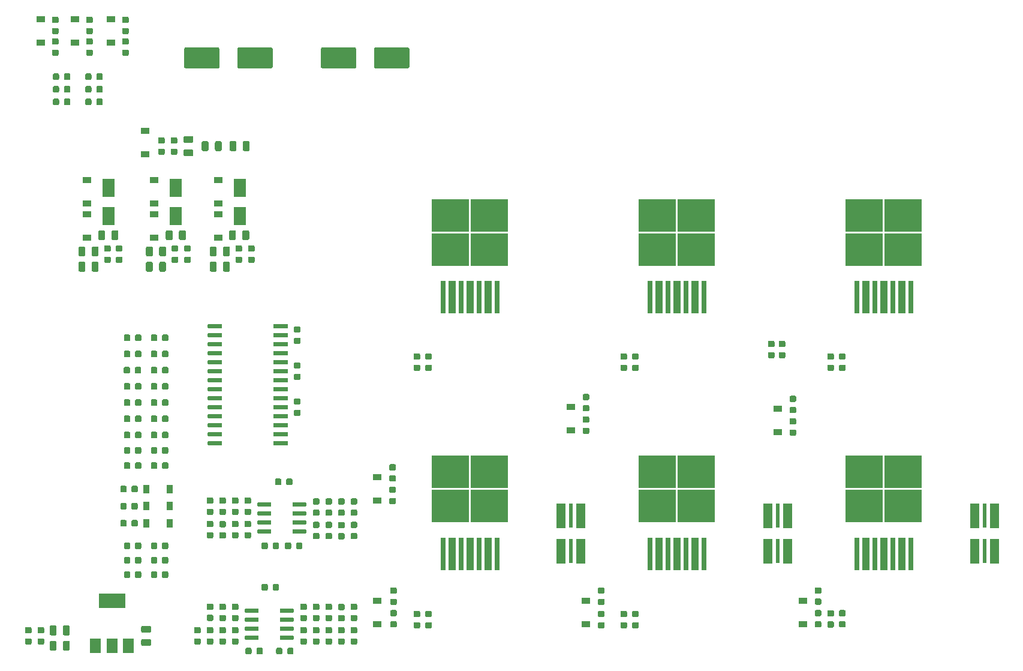
<source format=gbr>
G04 #@! TF.GenerationSoftware,KiCad,Pcbnew,(5.1.5)-3*
G04 #@! TF.CreationDate,2020-12-06T21:02:03-03:00*
G04 #@! TF.ProjectId,InversorPMSM,496e7665-7273-46f7-9250-4d534d2e6b69,rev?*
G04 #@! TF.SameCoordinates,Original*
G04 #@! TF.FileFunction,Paste,Top*
G04 #@! TF.FilePolarity,Positive*
%FSLAX46Y46*%
G04 Gerber Fmt 4.6, Leading zero omitted, Abs format (unit mm)*
G04 Created by KiCad (PCBNEW (5.1.5)-3) date 2020-12-06 21:02:03*
%MOMM*%
%LPD*%
G04 APERTURE LIST*
%ADD10C,0.100000*%
%ADD11R,0.600000X3.400000*%
%ADD12C,0.150000*%
%ADD13R,1.800000X2.500000*%
%ADD14R,1.200000X0.900000*%
%ADD15R,0.900000X1.200000*%
%ADD16R,1.100000X4.600000*%
%ADD17R,0.800000X4.600000*%
%ADD18R,5.250000X4.550000*%
%ADD19R,1.500000X2.000000*%
%ADD20R,3.800000X2.000000*%
G04 APERTURE END LIST*
D10*
G36*
X168046400Y-140081000D02*
G01*
X168046400Y-136677400D01*
X169240200Y-136677400D01*
X169240200Y-140081000D01*
X168046400Y-140081000D01*
G37*
X168046400Y-140081000D02*
X168046400Y-136677400D01*
X169240200Y-136677400D01*
X169240200Y-140081000D01*
X168046400Y-140081000D01*
G36*
X170865800Y-140081000D02*
G01*
X170865800Y-136677400D01*
X172059600Y-136677400D01*
X172059600Y-140081000D01*
X170865800Y-140081000D01*
G37*
X170865800Y-140081000D02*
X170865800Y-136677400D01*
X172059600Y-136677400D01*
X172059600Y-140081000D01*
X170865800Y-140081000D01*
G36*
X170865800Y-135102600D02*
G01*
X170865800Y-131699000D01*
X172059600Y-131699000D01*
X172059600Y-135102600D01*
X170865800Y-135102600D01*
G37*
X170865800Y-135102600D02*
X170865800Y-131699000D01*
X172059600Y-131699000D01*
X172059600Y-135102600D01*
X170865800Y-135102600D01*
G36*
X168071800Y-135102600D02*
G01*
X168071800Y-131699000D01*
X169240200Y-131699000D01*
X169240200Y-135102600D01*
X168071800Y-135102600D01*
G37*
X168071800Y-135102600D02*
X168071800Y-131699000D01*
X169240200Y-131699000D01*
X169240200Y-135102600D01*
X168071800Y-135102600D01*
G36*
X197256400Y-140081000D02*
G01*
X197256400Y-136677400D01*
X198450200Y-136677400D01*
X198450200Y-140081000D01*
X197256400Y-140081000D01*
G37*
X197256400Y-140081000D02*
X197256400Y-136677400D01*
X198450200Y-136677400D01*
X198450200Y-140081000D01*
X197256400Y-140081000D01*
G36*
X200075800Y-140081000D02*
G01*
X200075800Y-136677400D01*
X201269600Y-136677400D01*
X201269600Y-140081000D01*
X200075800Y-140081000D01*
G37*
X200075800Y-140081000D02*
X200075800Y-136677400D01*
X201269600Y-136677400D01*
X201269600Y-140081000D01*
X200075800Y-140081000D01*
G36*
X200075800Y-135102600D02*
G01*
X200075800Y-131699000D01*
X201269600Y-131699000D01*
X201269600Y-135102600D01*
X200075800Y-135102600D01*
G37*
X200075800Y-135102600D02*
X200075800Y-131699000D01*
X201269600Y-131699000D01*
X201269600Y-135102600D01*
X200075800Y-135102600D01*
G36*
X197281800Y-135102600D02*
G01*
X197281800Y-131699000D01*
X198450200Y-131699000D01*
X198450200Y-135102600D01*
X197281800Y-135102600D01*
G37*
X197281800Y-135102600D02*
X197281800Y-131699000D01*
X198450200Y-131699000D01*
X198450200Y-135102600D01*
X197281800Y-135102600D01*
G36*
X226466400Y-140081000D02*
G01*
X226466400Y-136677400D01*
X227660200Y-136677400D01*
X227660200Y-140081000D01*
X226466400Y-140081000D01*
G37*
X226466400Y-140081000D02*
X226466400Y-136677400D01*
X227660200Y-136677400D01*
X227660200Y-140081000D01*
X226466400Y-140081000D01*
G36*
X229285800Y-140081000D02*
G01*
X229285800Y-136677400D01*
X230479600Y-136677400D01*
X230479600Y-140081000D01*
X229285800Y-140081000D01*
G37*
X229285800Y-140081000D02*
X229285800Y-136677400D01*
X230479600Y-136677400D01*
X230479600Y-140081000D01*
X229285800Y-140081000D01*
G36*
X229285800Y-135102600D02*
G01*
X229285800Y-131699000D01*
X230479600Y-131699000D01*
X230479600Y-135102600D01*
X229285800Y-135102600D01*
G37*
X229285800Y-135102600D02*
X229285800Y-131699000D01*
X230479600Y-131699000D01*
X230479600Y-135102600D01*
X229285800Y-135102600D01*
G36*
X226491800Y-135102600D02*
G01*
X226491800Y-131699000D01*
X227660200Y-131699000D01*
X227660200Y-135102600D01*
X226491800Y-135102600D01*
G37*
X226491800Y-135102600D02*
X226491800Y-131699000D01*
X227660200Y-131699000D01*
X227660200Y-135102600D01*
X226491800Y-135102600D01*
D11*
X170053000Y-138390000D03*
X170053000Y-133390000D03*
X199263000Y-138390000D03*
X199263000Y-133390000D03*
X228473000Y-138390000D03*
X228473000Y-133390000D03*
D12*
G36*
X139509405Y-67335445D02*
G01*
X139538527Y-67339764D01*
X139567085Y-67346918D01*
X139594805Y-67356836D01*
X139621419Y-67369424D01*
X139646671Y-67384559D01*
X139670318Y-67402097D01*
X139692132Y-67421868D01*
X139711903Y-67443682D01*
X139729441Y-67467329D01*
X139744576Y-67492581D01*
X139757164Y-67519195D01*
X139767082Y-67546915D01*
X139774236Y-67575473D01*
X139778555Y-67604595D01*
X139780000Y-67634000D01*
X139780000Y-70034000D01*
X139778555Y-70063405D01*
X139774236Y-70092527D01*
X139767082Y-70121085D01*
X139757164Y-70148805D01*
X139744576Y-70175419D01*
X139729441Y-70200671D01*
X139711903Y-70224318D01*
X139692132Y-70246132D01*
X139670318Y-70265903D01*
X139646671Y-70283441D01*
X139621419Y-70298576D01*
X139594805Y-70311164D01*
X139567085Y-70321082D01*
X139538527Y-70328236D01*
X139509405Y-70332555D01*
X139480000Y-70334000D01*
X135080000Y-70334000D01*
X135050595Y-70332555D01*
X135021473Y-70328236D01*
X134992915Y-70321082D01*
X134965195Y-70311164D01*
X134938581Y-70298576D01*
X134913329Y-70283441D01*
X134889682Y-70265903D01*
X134867868Y-70246132D01*
X134848097Y-70224318D01*
X134830559Y-70200671D01*
X134815424Y-70175419D01*
X134802836Y-70148805D01*
X134792918Y-70121085D01*
X134785764Y-70092527D01*
X134781445Y-70063405D01*
X134780000Y-70034000D01*
X134780000Y-67634000D01*
X134781445Y-67604595D01*
X134785764Y-67575473D01*
X134792918Y-67546915D01*
X134802836Y-67519195D01*
X134815424Y-67492581D01*
X134830559Y-67467329D01*
X134848097Y-67443682D01*
X134867868Y-67421868D01*
X134889682Y-67402097D01*
X134913329Y-67384559D01*
X134938581Y-67369424D01*
X134965195Y-67356836D01*
X134992915Y-67346918D01*
X135021473Y-67339764D01*
X135050595Y-67335445D01*
X135080000Y-67334000D01*
X139480000Y-67334000D01*
X139509405Y-67335445D01*
G37*
G36*
X147009405Y-67335445D02*
G01*
X147038527Y-67339764D01*
X147067085Y-67346918D01*
X147094805Y-67356836D01*
X147121419Y-67369424D01*
X147146671Y-67384559D01*
X147170318Y-67402097D01*
X147192132Y-67421868D01*
X147211903Y-67443682D01*
X147229441Y-67467329D01*
X147244576Y-67492581D01*
X147257164Y-67519195D01*
X147267082Y-67546915D01*
X147274236Y-67575473D01*
X147278555Y-67604595D01*
X147280000Y-67634000D01*
X147280000Y-70034000D01*
X147278555Y-70063405D01*
X147274236Y-70092527D01*
X147267082Y-70121085D01*
X147257164Y-70148805D01*
X147244576Y-70175419D01*
X147229441Y-70200671D01*
X147211903Y-70224318D01*
X147192132Y-70246132D01*
X147170318Y-70265903D01*
X147146671Y-70283441D01*
X147121419Y-70298576D01*
X147094805Y-70311164D01*
X147067085Y-70321082D01*
X147038527Y-70328236D01*
X147009405Y-70332555D01*
X146980000Y-70334000D01*
X142580000Y-70334000D01*
X142550595Y-70332555D01*
X142521473Y-70328236D01*
X142492915Y-70321082D01*
X142465195Y-70311164D01*
X142438581Y-70298576D01*
X142413329Y-70283441D01*
X142389682Y-70265903D01*
X142367868Y-70246132D01*
X142348097Y-70224318D01*
X142330559Y-70200671D01*
X142315424Y-70175419D01*
X142302836Y-70148805D01*
X142292918Y-70121085D01*
X142285764Y-70092527D01*
X142281445Y-70063405D01*
X142280000Y-70034000D01*
X142280000Y-67634000D01*
X142281445Y-67604595D01*
X142285764Y-67575473D01*
X142292918Y-67546915D01*
X142302836Y-67519195D01*
X142315424Y-67492581D01*
X142330559Y-67467329D01*
X142348097Y-67443682D01*
X142367868Y-67421868D01*
X142389682Y-67402097D01*
X142413329Y-67384559D01*
X142438581Y-67369424D01*
X142465195Y-67356836D01*
X142492915Y-67346918D01*
X142521473Y-67339764D01*
X142550595Y-67335445D01*
X142580000Y-67334000D01*
X146980000Y-67334000D01*
X147009405Y-67335445D01*
G37*
D13*
X123317000Y-91154000D03*
X123317000Y-87154000D03*
X114300000Y-91154000D03*
X114300000Y-87154000D03*
X104775000Y-91154000D03*
X104775000Y-87154000D03*
D12*
G36*
X109231691Y-123732053D02*
G01*
X109252926Y-123735203D01*
X109273750Y-123740419D01*
X109293962Y-123747651D01*
X109313368Y-123756830D01*
X109331781Y-123767866D01*
X109349024Y-123780654D01*
X109364930Y-123795070D01*
X109379346Y-123810976D01*
X109392134Y-123828219D01*
X109403170Y-123846632D01*
X109412349Y-123866038D01*
X109419581Y-123886250D01*
X109424797Y-123907074D01*
X109427947Y-123928309D01*
X109429000Y-123949750D01*
X109429000Y-124462250D01*
X109427947Y-124483691D01*
X109424797Y-124504926D01*
X109419581Y-124525750D01*
X109412349Y-124545962D01*
X109403170Y-124565368D01*
X109392134Y-124583781D01*
X109379346Y-124601024D01*
X109364930Y-124616930D01*
X109349024Y-124631346D01*
X109331781Y-124644134D01*
X109313368Y-124655170D01*
X109293962Y-124664349D01*
X109273750Y-124671581D01*
X109252926Y-124676797D01*
X109231691Y-124679947D01*
X109210250Y-124681000D01*
X108772750Y-124681000D01*
X108751309Y-124679947D01*
X108730074Y-124676797D01*
X108709250Y-124671581D01*
X108689038Y-124664349D01*
X108669632Y-124655170D01*
X108651219Y-124644134D01*
X108633976Y-124631346D01*
X108618070Y-124616930D01*
X108603654Y-124601024D01*
X108590866Y-124583781D01*
X108579830Y-124565368D01*
X108570651Y-124545962D01*
X108563419Y-124525750D01*
X108558203Y-124504926D01*
X108555053Y-124483691D01*
X108554000Y-124462250D01*
X108554000Y-123949750D01*
X108555053Y-123928309D01*
X108558203Y-123907074D01*
X108563419Y-123886250D01*
X108570651Y-123866038D01*
X108579830Y-123846632D01*
X108590866Y-123828219D01*
X108603654Y-123810976D01*
X108618070Y-123795070D01*
X108633976Y-123780654D01*
X108651219Y-123767866D01*
X108669632Y-123756830D01*
X108689038Y-123747651D01*
X108709250Y-123740419D01*
X108730074Y-123735203D01*
X108751309Y-123732053D01*
X108772750Y-123731000D01*
X109210250Y-123731000D01*
X109231691Y-123732053D01*
G37*
G36*
X107656691Y-123732053D02*
G01*
X107677926Y-123735203D01*
X107698750Y-123740419D01*
X107718962Y-123747651D01*
X107738368Y-123756830D01*
X107756781Y-123767866D01*
X107774024Y-123780654D01*
X107789930Y-123795070D01*
X107804346Y-123810976D01*
X107817134Y-123828219D01*
X107828170Y-123846632D01*
X107837349Y-123866038D01*
X107844581Y-123886250D01*
X107849797Y-123907074D01*
X107852947Y-123928309D01*
X107854000Y-123949750D01*
X107854000Y-124462250D01*
X107852947Y-124483691D01*
X107849797Y-124504926D01*
X107844581Y-124525750D01*
X107837349Y-124545962D01*
X107828170Y-124565368D01*
X107817134Y-124583781D01*
X107804346Y-124601024D01*
X107789930Y-124616930D01*
X107774024Y-124631346D01*
X107756781Y-124644134D01*
X107738368Y-124655170D01*
X107718962Y-124664349D01*
X107698750Y-124671581D01*
X107677926Y-124676797D01*
X107656691Y-124679947D01*
X107635250Y-124681000D01*
X107197750Y-124681000D01*
X107176309Y-124679947D01*
X107155074Y-124676797D01*
X107134250Y-124671581D01*
X107114038Y-124664349D01*
X107094632Y-124655170D01*
X107076219Y-124644134D01*
X107058976Y-124631346D01*
X107043070Y-124616930D01*
X107028654Y-124601024D01*
X107015866Y-124583781D01*
X107004830Y-124565368D01*
X106995651Y-124545962D01*
X106988419Y-124525750D01*
X106983203Y-124504926D01*
X106980053Y-124483691D01*
X106979000Y-124462250D01*
X106979000Y-123949750D01*
X106980053Y-123928309D01*
X106983203Y-123907074D01*
X106988419Y-123886250D01*
X106995651Y-123866038D01*
X107004830Y-123846632D01*
X107015866Y-123828219D01*
X107028654Y-123810976D01*
X107043070Y-123795070D01*
X107058976Y-123780654D01*
X107076219Y-123767866D01*
X107094632Y-123756830D01*
X107114038Y-123747651D01*
X107134250Y-123740419D01*
X107155074Y-123735203D01*
X107176309Y-123732053D01*
X107197750Y-123731000D01*
X107635250Y-123731000D01*
X107656691Y-123732053D01*
G37*
G36*
X111466691Y-125891053D02*
G01*
X111487926Y-125894203D01*
X111508750Y-125899419D01*
X111528962Y-125906651D01*
X111548368Y-125915830D01*
X111566781Y-125926866D01*
X111584024Y-125939654D01*
X111599930Y-125954070D01*
X111614346Y-125969976D01*
X111627134Y-125987219D01*
X111638170Y-126005632D01*
X111647349Y-126025038D01*
X111654581Y-126045250D01*
X111659797Y-126066074D01*
X111662947Y-126087309D01*
X111664000Y-126108750D01*
X111664000Y-126621250D01*
X111662947Y-126642691D01*
X111659797Y-126663926D01*
X111654581Y-126684750D01*
X111647349Y-126704962D01*
X111638170Y-126724368D01*
X111627134Y-126742781D01*
X111614346Y-126760024D01*
X111599930Y-126775930D01*
X111584024Y-126790346D01*
X111566781Y-126803134D01*
X111548368Y-126814170D01*
X111528962Y-126823349D01*
X111508750Y-126830581D01*
X111487926Y-126835797D01*
X111466691Y-126838947D01*
X111445250Y-126840000D01*
X111007750Y-126840000D01*
X110986309Y-126838947D01*
X110965074Y-126835797D01*
X110944250Y-126830581D01*
X110924038Y-126823349D01*
X110904632Y-126814170D01*
X110886219Y-126803134D01*
X110868976Y-126790346D01*
X110853070Y-126775930D01*
X110838654Y-126760024D01*
X110825866Y-126742781D01*
X110814830Y-126724368D01*
X110805651Y-126704962D01*
X110798419Y-126684750D01*
X110793203Y-126663926D01*
X110790053Y-126642691D01*
X110789000Y-126621250D01*
X110789000Y-126108750D01*
X110790053Y-126087309D01*
X110793203Y-126066074D01*
X110798419Y-126045250D01*
X110805651Y-126025038D01*
X110814830Y-126005632D01*
X110825866Y-125987219D01*
X110838654Y-125969976D01*
X110853070Y-125954070D01*
X110868976Y-125939654D01*
X110886219Y-125926866D01*
X110904632Y-125915830D01*
X110924038Y-125906651D01*
X110944250Y-125899419D01*
X110965074Y-125894203D01*
X110986309Y-125891053D01*
X111007750Y-125890000D01*
X111445250Y-125890000D01*
X111466691Y-125891053D01*
G37*
G36*
X113041691Y-125891053D02*
G01*
X113062926Y-125894203D01*
X113083750Y-125899419D01*
X113103962Y-125906651D01*
X113123368Y-125915830D01*
X113141781Y-125926866D01*
X113159024Y-125939654D01*
X113174930Y-125954070D01*
X113189346Y-125969976D01*
X113202134Y-125987219D01*
X113213170Y-126005632D01*
X113222349Y-126025038D01*
X113229581Y-126045250D01*
X113234797Y-126066074D01*
X113237947Y-126087309D01*
X113239000Y-126108750D01*
X113239000Y-126621250D01*
X113237947Y-126642691D01*
X113234797Y-126663926D01*
X113229581Y-126684750D01*
X113222349Y-126704962D01*
X113213170Y-126724368D01*
X113202134Y-126742781D01*
X113189346Y-126760024D01*
X113174930Y-126775930D01*
X113159024Y-126790346D01*
X113141781Y-126803134D01*
X113123368Y-126814170D01*
X113103962Y-126823349D01*
X113083750Y-126830581D01*
X113062926Y-126835797D01*
X113041691Y-126838947D01*
X113020250Y-126840000D01*
X112582750Y-126840000D01*
X112561309Y-126838947D01*
X112540074Y-126835797D01*
X112519250Y-126830581D01*
X112499038Y-126823349D01*
X112479632Y-126814170D01*
X112461219Y-126803134D01*
X112443976Y-126790346D01*
X112428070Y-126775930D01*
X112413654Y-126760024D01*
X112400866Y-126742781D01*
X112389830Y-126724368D01*
X112380651Y-126704962D01*
X112373419Y-126684750D01*
X112368203Y-126663926D01*
X112365053Y-126642691D01*
X112364000Y-126621250D01*
X112364000Y-126108750D01*
X112365053Y-126087309D01*
X112368203Y-126066074D01*
X112373419Y-126045250D01*
X112380651Y-126025038D01*
X112389830Y-126005632D01*
X112400866Y-125987219D01*
X112413654Y-125969976D01*
X112428070Y-125954070D01*
X112443976Y-125939654D01*
X112461219Y-125926866D01*
X112479632Y-125915830D01*
X112499038Y-125906651D01*
X112519250Y-125899419D01*
X112540074Y-125894203D01*
X112561309Y-125891053D01*
X112582750Y-125890000D01*
X113020250Y-125890000D01*
X113041691Y-125891053D01*
G37*
G36*
X107656691Y-125891053D02*
G01*
X107677926Y-125894203D01*
X107698750Y-125899419D01*
X107718962Y-125906651D01*
X107738368Y-125915830D01*
X107756781Y-125926866D01*
X107774024Y-125939654D01*
X107789930Y-125954070D01*
X107804346Y-125969976D01*
X107817134Y-125987219D01*
X107828170Y-126005632D01*
X107837349Y-126025038D01*
X107844581Y-126045250D01*
X107849797Y-126066074D01*
X107852947Y-126087309D01*
X107854000Y-126108750D01*
X107854000Y-126621250D01*
X107852947Y-126642691D01*
X107849797Y-126663926D01*
X107844581Y-126684750D01*
X107837349Y-126704962D01*
X107828170Y-126724368D01*
X107817134Y-126742781D01*
X107804346Y-126760024D01*
X107789930Y-126775930D01*
X107774024Y-126790346D01*
X107756781Y-126803134D01*
X107738368Y-126814170D01*
X107718962Y-126823349D01*
X107698750Y-126830581D01*
X107677926Y-126835797D01*
X107656691Y-126838947D01*
X107635250Y-126840000D01*
X107197750Y-126840000D01*
X107176309Y-126838947D01*
X107155074Y-126835797D01*
X107134250Y-126830581D01*
X107114038Y-126823349D01*
X107094632Y-126814170D01*
X107076219Y-126803134D01*
X107058976Y-126790346D01*
X107043070Y-126775930D01*
X107028654Y-126760024D01*
X107015866Y-126742781D01*
X107004830Y-126724368D01*
X106995651Y-126704962D01*
X106988419Y-126684750D01*
X106983203Y-126663926D01*
X106980053Y-126642691D01*
X106979000Y-126621250D01*
X106979000Y-126108750D01*
X106980053Y-126087309D01*
X106983203Y-126066074D01*
X106988419Y-126045250D01*
X106995651Y-126025038D01*
X107004830Y-126005632D01*
X107015866Y-125987219D01*
X107028654Y-125969976D01*
X107043070Y-125954070D01*
X107058976Y-125939654D01*
X107076219Y-125926866D01*
X107094632Y-125915830D01*
X107114038Y-125906651D01*
X107134250Y-125899419D01*
X107155074Y-125894203D01*
X107176309Y-125891053D01*
X107197750Y-125890000D01*
X107635250Y-125890000D01*
X107656691Y-125891053D01*
G37*
G36*
X109231691Y-125891053D02*
G01*
X109252926Y-125894203D01*
X109273750Y-125899419D01*
X109293962Y-125906651D01*
X109313368Y-125915830D01*
X109331781Y-125926866D01*
X109349024Y-125939654D01*
X109364930Y-125954070D01*
X109379346Y-125969976D01*
X109392134Y-125987219D01*
X109403170Y-126005632D01*
X109412349Y-126025038D01*
X109419581Y-126045250D01*
X109424797Y-126066074D01*
X109427947Y-126087309D01*
X109429000Y-126108750D01*
X109429000Y-126621250D01*
X109427947Y-126642691D01*
X109424797Y-126663926D01*
X109419581Y-126684750D01*
X109412349Y-126704962D01*
X109403170Y-126724368D01*
X109392134Y-126742781D01*
X109379346Y-126760024D01*
X109364930Y-126775930D01*
X109349024Y-126790346D01*
X109331781Y-126803134D01*
X109313368Y-126814170D01*
X109293962Y-126823349D01*
X109273750Y-126830581D01*
X109252926Y-126835797D01*
X109231691Y-126838947D01*
X109210250Y-126840000D01*
X108772750Y-126840000D01*
X108751309Y-126838947D01*
X108730074Y-126835797D01*
X108709250Y-126830581D01*
X108689038Y-126823349D01*
X108669632Y-126814170D01*
X108651219Y-126803134D01*
X108633976Y-126790346D01*
X108618070Y-126775930D01*
X108603654Y-126760024D01*
X108590866Y-126742781D01*
X108579830Y-126724368D01*
X108570651Y-126704962D01*
X108563419Y-126684750D01*
X108558203Y-126663926D01*
X108555053Y-126642691D01*
X108554000Y-126621250D01*
X108554000Y-126108750D01*
X108555053Y-126087309D01*
X108558203Y-126066074D01*
X108563419Y-126045250D01*
X108570651Y-126025038D01*
X108579830Y-126005632D01*
X108590866Y-125987219D01*
X108603654Y-125969976D01*
X108618070Y-125954070D01*
X108633976Y-125939654D01*
X108651219Y-125926866D01*
X108669632Y-125915830D01*
X108689038Y-125906651D01*
X108709250Y-125899419D01*
X108730074Y-125894203D01*
X108751309Y-125891053D01*
X108772750Y-125890000D01*
X109210250Y-125890000D01*
X109231691Y-125891053D01*
G37*
G36*
X113041691Y-141258053D02*
G01*
X113062926Y-141261203D01*
X113083750Y-141266419D01*
X113103962Y-141273651D01*
X113123368Y-141282830D01*
X113141781Y-141293866D01*
X113159024Y-141306654D01*
X113174930Y-141321070D01*
X113189346Y-141336976D01*
X113202134Y-141354219D01*
X113213170Y-141372632D01*
X113222349Y-141392038D01*
X113229581Y-141412250D01*
X113234797Y-141433074D01*
X113237947Y-141454309D01*
X113239000Y-141475750D01*
X113239000Y-141988250D01*
X113237947Y-142009691D01*
X113234797Y-142030926D01*
X113229581Y-142051750D01*
X113222349Y-142071962D01*
X113213170Y-142091368D01*
X113202134Y-142109781D01*
X113189346Y-142127024D01*
X113174930Y-142142930D01*
X113159024Y-142157346D01*
X113141781Y-142170134D01*
X113123368Y-142181170D01*
X113103962Y-142190349D01*
X113083750Y-142197581D01*
X113062926Y-142202797D01*
X113041691Y-142205947D01*
X113020250Y-142207000D01*
X112582750Y-142207000D01*
X112561309Y-142205947D01*
X112540074Y-142202797D01*
X112519250Y-142197581D01*
X112499038Y-142190349D01*
X112479632Y-142181170D01*
X112461219Y-142170134D01*
X112443976Y-142157346D01*
X112428070Y-142142930D01*
X112413654Y-142127024D01*
X112400866Y-142109781D01*
X112389830Y-142091368D01*
X112380651Y-142071962D01*
X112373419Y-142051750D01*
X112368203Y-142030926D01*
X112365053Y-142009691D01*
X112364000Y-141988250D01*
X112364000Y-141475750D01*
X112365053Y-141454309D01*
X112368203Y-141433074D01*
X112373419Y-141412250D01*
X112380651Y-141392038D01*
X112389830Y-141372632D01*
X112400866Y-141354219D01*
X112413654Y-141336976D01*
X112428070Y-141321070D01*
X112443976Y-141306654D01*
X112461219Y-141293866D01*
X112479632Y-141282830D01*
X112499038Y-141273651D01*
X112519250Y-141266419D01*
X112540074Y-141261203D01*
X112561309Y-141258053D01*
X112582750Y-141257000D01*
X113020250Y-141257000D01*
X113041691Y-141258053D01*
G37*
G36*
X111466691Y-141258053D02*
G01*
X111487926Y-141261203D01*
X111508750Y-141266419D01*
X111528962Y-141273651D01*
X111548368Y-141282830D01*
X111566781Y-141293866D01*
X111584024Y-141306654D01*
X111599930Y-141321070D01*
X111614346Y-141336976D01*
X111627134Y-141354219D01*
X111638170Y-141372632D01*
X111647349Y-141392038D01*
X111654581Y-141412250D01*
X111659797Y-141433074D01*
X111662947Y-141454309D01*
X111664000Y-141475750D01*
X111664000Y-141988250D01*
X111662947Y-142009691D01*
X111659797Y-142030926D01*
X111654581Y-142051750D01*
X111647349Y-142071962D01*
X111638170Y-142091368D01*
X111627134Y-142109781D01*
X111614346Y-142127024D01*
X111599930Y-142142930D01*
X111584024Y-142157346D01*
X111566781Y-142170134D01*
X111548368Y-142181170D01*
X111528962Y-142190349D01*
X111508750Y-142197581D01*
X111487926Y-142202797D01*
X111466691Y-142205947D01*
X111445250Y-142207000D01*
X111007750Y-142207000D01*
X110986309Y-142205947D01*
X110965074Y-142202797D01*
X110944250Y-142197581D01*
X110924038Y-142190349D01*
X110904632Y-142181170D01*
X110886219Y-142170134D01*
X110868976Y-142157346D01*
X110853070Y-142142930D01*
X110838654Y-142127024D01*
X110825866Y-142109781D01*
X110814830Y-142091368D01*
X110805651Y-142071962D01*
X110798419Y-142051750D01*
X110793203Y-142030926D01*
X110790053Y-142009691D01*
X110789000Y-141988250D01*
X110789000Y-141475750D01*
X110790053Y-141454309D01*
X110793203Y-141433074D01*
X110798419Y-141412250D01*
X110805651Y-141392038D01*
X110814830Y-141372632D01*
X110825866Y-141354219D01*
X110838654Y-141336976D01*
X110853070Y-141321070D01*
X110868976Y-141306654D01*
X110886219Y-141293866D01*
X110904632Y-141282830D01*
X110924038Y-141273651D01*
X110944250Y-141266419D01*
X110965074Y-141261203D01*
X110986309Y-141258053D01*
X111007750Y-141257000D01*
X111445250Y-141257000D01*
X111466691Y-141258053D01*
G37*
G36*
X113041691Y-139226053D02*
G01*
X113062926Y-139229203D01*
X113083750Y-139234419D01*
X113103962Y-139241651D01*
X113123368Y-139250830D01*
X113141781Y-139261866D01*
X113159024Y-139274654D01*
X113174930Y-139289070D01*
X113189346Y-139304976D01*
X113202134Y-139322219D01*
X113213170Y-139340632D01*
X113222349Y-139360038D01*
X113229581Y-139380250D01*
X113234797Y-139401074D01*
X113237947Y-139422309D01*
X113239000Y-139443750D01*
X113239000Y-139956250D01*
X113237947Y-139977691D01*
X113234797Y-139998926D01*
X113229581Y-140019750D01*
X113222349Y-140039962D01*
X113213170Y-140059368D01*
X113202134Y-140077781D01*
X113189346Y-140095024D01*
X113174930Y-140110930D01*
X113159024Y-140125346D01*
X113141781Y-140138134D01*
X113123368Y-140149170D01*
X113103962Y-140158349D01*
X113083750Y-140165581D01*
X113062926Y-140170797D01*
X113041691Y-140173947D01*
X113020250Y-140175000D01*
X112582750Y-140175000D01*
X112561309Y-140173947D01*
X112540074Y-140170797D01*
X112519250Y-140165581D01*
X112499038Y-140158349D01*
X112479632Y-140149170D01*
X112461219Y-140138134D01*
X112443976Y-140125346D01*
X112428070Y-140110930D01*
X112413654Y-140095024D01*
X112400866Y-140077781D01*
X112389830Y-140059368D01*
X112380651Y-140039962D01*
X112373419Y-140019750D01*
X112368203Y-139998926D01*
X112365053Y-139977691D01*
X112364000Y-139956250D01*
X112364000Y-139443750D01*
X112365053Y-139422309D01*
X112368203Y-139401074D01*
X112373419Y-139380250D01*
X112380651Y-139360038D01*
X112389830Y-139340632D01*
X112400866Y-139322219D01*
X112413654Y-139304976D01*
X112428070Y-139289070D01*
X112443976Y-139274654D01*
X112461219Y-139261866D01*
X112479632Y-139250830D01*
X112499038Y-139241651D01*
X112519250Y-139234419D01*
X112540074Y-139229203D01*
X112561309Y-139226053D01*
X112582750Y-139225000D01*
X113020250Y-139225000D01*
X113041691Y-139226053D01*
G37*
G36*
X111466691Y-139226053D02*
G01*
X111487926Y-139229203D01*
X111508750Y-139234419D01*
X111528962Y-139241651D01*
X111548368Y-139250830D01*
X111566781Y-139261866D01*
X111584024Y-139274654D01*
X111599930Y-139289070D01*
X111614346Y-139304976D01*
X111627134Y-139322219D01*
X111638170Y-139340632D01*
X111647349Y-139360038D01*
X111654581Y-139380250D01*
X111659797Y-139401074D01*
X111662947Y-139422309D01*
X111664000Y-139443750D01*
X111664000Y-139956250D01*
X111662947Y-139977691D01*
X111659797Y-139998926D01*
X111654581Y-140019750D01*
X111647349Y-140039962D01*
X111638170Y-140059368D01*
X111627134Y-140077781D01*
X111614346Y-140095024D01*
X111599930Y-140110930D01*
X111584024Y-140125346D01*
X111566781Y-140138134D01*
X111548368Y-140149170D01*
X111528962Y-140158349D01*
X111508750Y-140165581D01*
X111487926Y-140170797D01*
X111466691Y-140173947D01*
X111445250Y-140175000D01*
X111007750Y-140175000D01*
X110986309Y-140173947D01*
X110965074Y-140170797D01*
X110944250Y-140165581D01*
X110924038Y-140158349D01*
X110904632Y-140149170D01*
X110886219Y-140138134D01*
X110868976Y-140125346D01*
X110853070Y-140110930D01*
X110838654Y-140095024D01*
X110825866Y-140077781D01*
X110814830Y-140059368D01*
X110805651Y-140039962D01*
X110798419Y-140019750D01*
X110793203Y-139998926D01*
X110790053Y-139977691D01*
X110789000Y-139956250D01*
X110789000Y-139443750D01*
X110790053Y-139422309D01*
X110793203Y-139401074D01*
X110798419Y-139380250D01*
X110805651Y-139360038D01*
X110814830Y-139340632D01*
X110825866Y-139322219D01*
X110838654Y-139304976D01*
X110853070Y-139289070D01*
X110868976Y-139274654D01*
X110886219Y-139261866D01*
X110904632Y-139250830D01*
X110924038Y-139241651D01*
X110944250Y-139234419D01*
X110965074Y-139229203D01*
X110986309Y-139226053D01*
X111007750Y-139225000D01*
X111445250Y-139225000D01*
X111466691Y-139226053D01*
G37*
G36*
X113041691Y-137194053D02*
G01*
X113062926Y-137197203D01*
X113083750Y-137202419D01*
X113103962Y-137209651D01*
X113123368Y-137218830D01*
X113141781Y-137229866D01*
X113159024Y-137242654D01*
X113174930Y-137257070D01*
X113189346Y-137272976D01*
X113202134Y-137290219D01*
X113213170Y-137308632D01*
X113222349Y-137328038D01*
X113229581Y-137348250D01*
X113234797Y-137369074D01*
X113237947Y-137390309D01*
X113239000Y-137411750D01*
X113239000Y-137924250D01*
X113237947Y-137945691D01*
X113234797Y-137966926D01*
X113229581Y-137987750D01*
X113222349Y-138007962D01*
X113213170Y-138027368D01*
X113202134Y-138045781D01*
X113189346Y-138063024D01*
X113174930Y-138078930D01*
X113159024Y-138093346D01*
X113141781Y-138106134D01*
X113123368Y-138117170D01*
X113103962Y-138126349D01*
X113083750Y-138133581D01*
X113062926Y-138138797D01*
X113041691Y-138141947D01*
X113020250Y-138143000D01*
X112582750Y-138143000D01*
X112561309Y-138141947D01*
X112540074Y-138138797D01*
X112519250Y-138133581D01*
X112499038Y-138126349D01*
X112479632Y-138117170D01*
X112461219Y-138106134D01*
X112443976Y-138093346D01*
X112428070Y-138078930D01*
X112413654Y-138063024D01*
X112400866Y-138045781D01*
X112389830Y-138027368D01*
X112380651Y-138007962D01*
X112373419Y-137987750D01*
X112368203Y-137966926D01*
X112365053Y-137945691D01*
X112364000Y-137924250D01*
X112364000Y-137411750D01*
X112365053Y-137390309D01*
X112368203Y-137369074D01*
X112373419Y-137348250D01*
X112380651Y-137328038D01*
X112389830Y-137308632D01*
X112400866Y-137290219D01*
X112413654Y-137272976D01*
X112428070Y-137257070D01*
X112443976Y-137242654D01*
X112461219Y-137229866D01*
X112479632Y-137218830D01*
X112499038Y-137209651D01*
X112519250Y-137202419D01*
X112540074Y-137197203D01*
X112561309Y-137194053D01*
X112582750Y-137193000D01*
X113020250Y-137193000D01*
X113041691Y-137194053D01*
G37*
G36*
X111466691Y-137194053D02*
G01*
X111487926Y-137197203D01*
X111508750Y-137202419D01*
X111528962Y-137209651D01*
X111548368Y-137218830D01*
X111566781Y-137229866D01*
X111584024Y-137242654D01*
X111599930Y-137257070D01*
X111614346Y-137272976D01*
X111627134Y-137290219D01*
X111638170Y-137308632D01*
X111647349Y-137328038D01*
X111654581Y-137348250D01*
X111659797Y-137369074D01*
X111662947Y-137390309D01*
X111664000Y-137411750D01*
X111664000Y-137924250D01*
X111662947Y-137945691D01*
X111659797Y-137966926D01*
X111654581Y-137987750D01*
X111647349Y-138007962D01*
X111638170Y-138027368D01*
X111627134Y-138045781D01*
X111614346Y-138063024D01*
X111599930Y-138078930D01*
X111584024Y-138093346D01*
X111566781Y-138106134D01*
X111548368Y-138117170D01*
X111528962Y-138126349D01*
X111508750Y-138133581D01*
X111487926Y-138138797D01*
X111466691Y-138141947D01*
X111445250Y-138143000D01*
X111007750Y-138143000D01*
X110986309Y-138141947D01*
X110965074Y-138138797D01*
X110944250Y-138133581D01*
X110924038Y-138126349D01*
X110904632Y-138117170D01*
X110886219Y-138106134D01*
X110868976Y-138093346D01*
X110853070Y-138078930D01*
X110838654Y-138063024D01*
X110825866Y-138045781D01*
X110814830Y-138027368D01*
X110805651Y-138007962D01*
X110798419Y-137987750D01*
X110793203Y-137966926D01*
X110790053Y-137945691D01*
X110789000Y-137924250D01*
X110789000Y-137411750D01*
X110790053Y-137390309D01*
X110793203Y-137369074D01*
X110798419Y-137348250D01*
X110805651Y-137328038D01*
X110814830Y-137308632D01*
X110825866Y-137290219D01*
X110838654Y-137272976D01*
X110853070Y-137257070D01*
X110868976Y-137242654D01*
X110886219Y-137229866D01*
X110904632Y-137218830D01*
X110924038Y-137209651D01*
X110944250Y-137202419D01*
X110965074Y-137197203D01*
X110986309Y-137194053D01*
X111007750Y-137193000D01*
X111445250Y-137193000D01*
X111466691Y-137194053D01*
G37*
G36*
X113041691Y-123732053D02*
G01*
X113062926Y-123735203D01*
X113083750Y-123740419D01*
X113103962Y-123747651D01*
X113123368Y-123756830D01*
X113141781Y-123767866D01*
X113159024Y-123780654D01*
X113174930Y-123795070D01*
X113189346Y-123810976D01*
X113202134Y-123828219D01*
X113213170Y-123846632D01*
X113222349Y-123866038D01*
X113229581Y-123886250D01*
X113234797Y-123907074D01*
X113237947Y-123928309D01*
X113239000Y-123949750D01*
X113239000Y-124462250D01*
X113237947Y-124483691D01*
X113234797Y-124504926D01*
X113229581Y-124525750D01*
X113222349Y-124545962D01*
X113213170Y-124565368D01*
X113202134Y-124583781D01*
X113189346Y-124601024D01*
X113174930Y-124616930D01*
X113159024Y-124631346D01*
X113141781Y-124644134D01*
X113123368Y-124655170D01*
X113103962Y-124664349D01*
X113083750Y-124671581D01*
X113062926Y-124676797D01*
X113041691Y-124679947D01*
X113020250Y-124681000D01*
X112582750Y-124681000D01*
X112561309Y-124679947D01*
X112540074Y-124676797D01*
X112519250Y-124671581D01*
X112499038Y-124664349D01*
X112479632Y-124655170D01*
X112461219Y-124644134D01*
X112443976Y-124631346D01*
X112428070Y-124616930D01*
X112413654Y-124601024D01*
X112400866Y-124583781D01*
X112389830Y-124565368D01*
X112380651Y-124545962D01*
X112373419Y-124525750D01*
X112368203Y-124504926D01*
X112365053Y-124483691D01*
X112364000Y-124462250D01*
X112364000Y-123949750D01*
X112365053Y-123928309D01*
X112368203Y-123907074D01*
X112373419Y-123886250D01*
X112380651Y-123866038D01*
X112389830Y-123846632D01*
X112400866Y-123828219D01*
X112413654Y-123810976D01*
X112428070Y-123795070D01*
X112443976Y-123780654D01*
X112461219Y-123767866D01*
X112479632Y-123756830D01*
X112499038Y-123747651D01*
X112519250Y-123740419D01*
X112540074Y-123735203D01*
X112561309Y-123732053D01*
X112582750Y-123731000D01*
X113020250Y-123731000D01*
X113041691Y-123732053D01*
G37*
G36*
X111466691Y-123732053D02*
G01*
X111487926Y-123735203D01*
X111508750Y-123740419D01*
X111528962Y-123747651D01*
X111548368Y-123756830D01*
X111566781Y-123767866D01*
X111584024Y-123780654D01*
X111599930Y-123795070D01*
X111614346Y-123810976D01*
X111627134Y-123828219D01*
X111638170Y-123846632D01*
X111647349Y-123866038D01*
X111654581Y-123886250D01*
X111659797Y-123907074D01*
X111662947Y-123928309D01*
X111664000Y-123949750D01*
X111664000Y-124462250D01*
X111662947Y-124483691D01*
X111659797Y-124504926D01*
X111654581Y-124525750D01*
X111647349Y-124545962D01*
X111638170Y-124565368D01*
X111627134Y-124583781D01*
X111614346Y-124601024D01*
X111599930Y-124616930D01*
X111584024Y-124631346D01*
X111566781Y-124644134D01*
X111548368Y-124655170D01*
X111528962Y-124664349D01*
X111508750Y-124671581D01*
X111487926Y-124676797D01*
X111466691Y-124679947D01*
X111445250Y-124681000D01*
X111007750Y-124681000D01*
X110986309Y-124679947D01*
X110965074Y-124676797D01*
X110944250Y-124671581D01*
X110924038Y-124664349D01*
X110904632Y-124655170D01*
X110886219Y-124644134D01*
X110868976Y-124631346D01*
X110853070Y-124616930D01*
X110838654Y-124601024D01*
X110825866Y-124583781D01*
X110814830Y-124565368D01*
X110805651Y-124545962D01*
X110798419Y-124525750D01*
X110793203Y-124504926D01*
X110790053Y-124483691D01*
X110789000Y-124462250D01*
X110789000Y-123949750D01*
X110790053Y-123928309D01*
X110793203Y-123907074D01*
X110798419Y-123886250D01*
X110805651Y-123866038D01*
X110814830Y-123846632D01*
X110825866Y-123828219D01*
X110838654Y-123810976D01*
X110853070Y-123795070D01*
X110868976Y-123780654D01*
X110886219Y-123767866D01*
X110904632Y-123756830D01*
X110924038Y-123747651D01*
X110944250Y-123740419D01*
X110965074Y-123735203D01*
X110986309Y-123732053D01*
X111007750Y-123731000D01*
X111445250Y-123731000D01*
X111466691Y-123732053D01*
G37*
G36*
X107656691Y-141258053D02*
G01*
X107677926Y-141261203D01*
X107698750Y-141266419D01*
X107718962Y-141273651D01*
X107738368Y-141282830D01*
X107756781Y-141293866D01*
X107774024Y-141306654D01*
X107789930Y-141321070D01*
X107804346Y-141336976D01*
X107817134Y-141354219D01*
X107828170Y-141372632D01*
X107837349Y-141392038D01*
X107844581Y-141412250D01*
X107849797Y-141433074D01*
X107852947Y-141454309D01*
X107854000Y-141475750D01*
X107854000Y-141988250D01*
X107852947Y-142009691D01*
X107849797Y-142030926D01*
X107844581Y-142051750D01*
X107837349Y-142071962D01*
X107828170Y-142091368D01*
X107817134Y-142109781D01*
X107804346Y-142127024D01*
X107789930Y-142142930D01*
X107774024Y-142157346D01*
X107756781Y-142170134D01*
X107738368Y-142181170D01*
X107718962Y-142190349D01*
X107698750Y-142197581D01*
X107677926Y-142202797D01*
X107656691Y-142205947D01*
X107635250Y-142207000D01*
X107197750Y-142207000D01*
X107176309Y-142205947D01*
X107155074Y-142202797D01*
X107134250Y-142197581D01*
X107114038Y-142190349D01*
X107094632Y-142181170D01*
X107076219Y-142170134D01*
X107058976Y-142157346D01*
X107043070Y-142142930D01*
X107028654Y-142127024D01*
X107015866Y-142109781D01*
X107004830Y-142091368D01*
X106995651Y-142071962D01*
X106988419Y-142051750D01*
X106983203Y-142030926D01*
X106980053Y-142009691D01*
X106979000Y-141988250D01*
X106979000Y-141475750D01*
X106980053Y-141454309D01*
X106983203Y-141433074D01*
X106988419Y-141412250D01*
X106995651Y-141392038D01*
X107004830Y-141372632D01*
X107015866Y-141354219D01*
X107028654Y-141336976D01*
X107043070Y-141321070D01*
X107058976Y-141306654D01*
X107076219Y-141293866D01*
X107094632Y-141282830D01*
X107114038Y-141273651D01*
X107134250Y-141266419D01*
X107155074Y-141261203D01*
X107176309Y-141258053D01*
X107197750Y-141257000D01*
X107635250Y-141257000D01*
X107656691Y-141258053D01*
G37*
G36*
X109231691Y-141258053D02*
G01*
X109252926Y-141261203D01*
X109273750Y-141266419D01*
X109293962Y-141273651D01*
X109313368Y-141282830D01*
X109331781Y-141293866D01*
X109349024Y-141306654D01*
X109364930Y-141321070D01*
X109379346Y-141336976D01*
X109392134Y-141354219D01*
X109403170Y-141372632D01*
X109412349Y-141392038D01*
X109419581Y-141412250D01*
X109424797Y-141433074D01*
X109427947Y-141454309D01*
X109429000Y-141475750D01*
X109429000Y-141988250D01*
X109427947Y-142009691D01*
X109424797Y-142030926D01*
X109419581Y-142051750D01*
X109412349Y-142071962D01*
X109403170Y-142091368D01*
X109392134Y-142109781D01*
X109379346Y-142127024D01*
X109364930Y-142142930D01*
X109349024Y-142157346D01*
X109331781Y-142170134D01*
X109313368Y-142181170D01*
X109293962Y-142190349D01*
X109273750Y-142197581D01*
X109252926Y-142202797D01*
X109231691Y-142205947D01*
X109210250Y-142207000D01*
X108772750Y-142207000D01*
X108751309Y-142205947D01*
X108730074Y-142202797D01*
X108709250Y-142197581D01*
X108689038Y-142190349D01*
X108669632Y-142181170D01*
X108651219Y-142170134D01*
X108633976Y-142157346D01*
X108618070Y-142142930D01*
X108603654Y-142127024D01*
X108590866Y-142109781D01*
X108579830Y-142091368D01*
X108570651Y-142071962D01*
X108563419Y-142051750D01*
X108558203Y-142030926D01*
X108555053Y-142009691D01*
X108554000Y-141988250D01*
X108554000Y-141475750D01*
X108555053Y-141454309D01*
X108558203Y-141433074D01*
X108563419Y-141412250D01*
X108570651Y-141392038D01*
X108579830Y-141372632D01*
X108590866Y-141354219D01*
X108603654Y-141336976D01*
X108618070Y-141321070D01*
X108633976Y-141306654D01*
X108651219Y-141293866D01*
X108669632Y-141282830D01*
X108689038Y-141273651D01*
X108709250Y-141266419D01*
X108730074Y-141261203D01*
X108751309Y-141258053D01*
X108772750Y-141257000D01*
X109210250Y-141257000D01*
X109231691Y-141258053D01*
G37*
G36*
X107656691Y-139226053D02*
G01*
X107677926Y-139229203D01*
X107698750Y-139234419D01*
X107718962Y-139241651D01*
X107738368Y-139250830D01*
X107756781Y-139261866D01*
X107774024Y-139274654D01*
X107789930Y-139289070D01*
X107804346Y-139304976D01*
X107817134Y-139322219D01*
X107828170Y-139340632D01*
X107837349Y-139360038D01*
X107844581Y-139380250D01*
X107849797Y-139401074D01*
X107852947Y-139422309D01*
X107854000Y-139443750D01*
X107854000Y-139956250D01*
X107852947Y-139977691D01*
X107849797Y-139998926D01*
X107844581Y-140019750D01*
X107837349Y-140039962D01*
X107828170Y-140059368D01*
X107817134Y-140077781D01*
X107804346Y-140095024D01*
X107789930Y-140110930D01*
X107774024Y-140125346D01*
X107756781Y-140138134D01*
X107738368Y-140149170D01*
X107718962Y-140158349D01*
X107698750Y-140165581D01*
X107677926Y-140170797D01*
X107656691Y-140173947D01*
X107635250Y-140175000D01*
X107197750Y-140175000D01*
X107176309Y-140173947D01*
X107155074Y-140170797D01*
X107134250Y-140165581D01*
X107114038Y-140158349D01*
X107094632Y-140149170D01*
X107076219Y-140138134D01*
X107058976Y-140125346D01*
X107043070Y-140110930D01*
X107028654Y-140095024D01*
X107015866Y-140077781D01*
X107004830Y-140059368D01*
X106995651Y-140039962D01*
X106988419Y-140019750D01*
X106983203Y-139998926D01*
X106980053Y-139977691D01*
X106979000Y-139956250D01*
X106979000Y-139443750D01*
X106980053Y-139422309D01*
X106983203Y-139401074D01*
X106988419Y-139380250D01*
X106995651Y-139360038D01*
X107004830Y-139340632D01*
X107015866Y-139322219D01*
X107028654Y-139304976D01*
X107043070Y-139289070D01*
X107058976Y-139274654D01*
X107076219Y-139261866D01*
X107094632Y-139250830D01*
X107114038Y-139241651D01*
X107134250Y-139234419D01*
X107155074Y-139229203D01*
X107176309Y-139226053D01*
X107197750Y-139225000D01*
X107635250Y-139225000D01*
X107656691Y-139226053D01*
G37*
G36*
X109231691Y-139226053D02*
G01*
X109252926Y-139229203D01*
X109273750Y-139234419D01*
X109293962Y-139241651D01*
X109313368Y-139250830D01*
X109331781Y-139261866D01*
X109349024Y-139274654D01*
X109364930Y-139289070D01*
X109379346Y-139304976D01*
X109392134Y-139322219D01*
X109403170Y-139340632D01*
X109412349Y-139360038D01*
X109419581Y-139380250D01*
X109424797Y-139401074D01*
X109427947Y-139422309D01*
X109429000Y-139443750D01*
X109429000Y-139956250D01*
X109427947Y-139977691D01*
X109424797Y-139998926D01*
X109419581Y-140019750D01*
X109412349Y-140039962D01*
X109403170Y-140059368D01*
X109392134Y-140077781D01*
X109379346Y-140095024D01*
X109364930Y-140110930D01*
X109349024Y-140125346D01*
X109331781Y-140138134D01*
X109313368Y-140149170D01*
X109293962Y-140158349D01*
X109273750Y-140165581D01*
X109252926Y-140170797D01*
X109231691Y-140173947D01*
X109210250Y-140175000D01*
X108772750Y-140175000D01*
X108751309Y-140173947D01*
X108730074Y-140170797D01*
X108709250Y-140165581D01*
X108689038Y-140158349D01*
X108669632Y-140149170D01*
X108651219Y-140138134D01*
X108633976Y-140125346D01*
X108618070Y-140110930D01*
X108603654Y-140095024D01*
X108590866Y-140077781D01*
X108579830Y-140059368D01*
X108570651Y-140039962D01*
X108563419Y-140019750D01*
X108558203Y-139998926D01*
X108555053Y-139977691D01*
X108554000Y-139956250D01*
X108554000Y-139443750D01*
X108555053Y-139422309D01*
X108558203Y-139401074D01*
X108563419Y-139380250D01*
X108570651Y-139360038D01*
X108579830Y-139340632D01*
X108590866Y-139322219D01*
X108603654Y-139304976D01*
X108618070Y-139289070D01*
X108633976Y-139274654D01*
X108651219Y-139261866D01*
X108669632Y-139250830D01*
X108689038Y-139241651D01*
X108709250Y-139234419D01*
X108730074Y-139229203D01*
X108751309Y-139226053D01*
X108772750Y-139225000D01*
X109210250Y-139225000D01*
X109231691Y-139226053D01*
G37*
G36*
X107656691Y-137194053D02*
G01*
X107677926Y-137197203D01*
X107698750Y-137202419D01*
X107718962Y-137209651D01*
X107738368Y-137218830D01*
X107756781Y-137229866D01*
X107774024Y-137242654D01*
X107789930Y-137257070D01*
X107804346Y-137272976D01*
X107817134Y-137290219D01*
X107828170Y-137308632D01*
X107837349Y-137328038D01*
X107844581Y-137348250D01*
X107849797Y-137369074D01*
X107852947Y-137390309D01*
X107854000Y-137411750D01*
X107854000Y-137924250D01*
X107852947Y-137945691D01*
X107849797Y-137966926D01*
X107844581Y-137987750D01*
X107837349Y-138007962D01*
X107828170Y-138027368D01*
X107817134Y-138045781D01*
X107804346Y-138063024D01*
X107789930Y-138078930D01*
X107774024Y-138093346D01*
X107756781Y-138106134D01*
X107738368Y-138117170D01*
X107718962Y-138126349D01*
X107698750Y-138133581D01*
X107677926Y-138138797D01*
X107656691Y-138141947D01*
X107635250Y-138143000D01*
X107197750Y-138143000D01*
X107176309Y-138141947D01*
X107155074Y-138138797D01*
X107134250Y-138133581D01*
X107114038Y-138126349D01*
X107094632Y-138117170D01*
X107076219Y-138106134D01*
X107058976Y-138093346D01*
X107043070Y-138078930D01*
X107028654Y-138063024D01*
X107015866Y-138045781D01*
X107004830Y-138027368D01*
X106995651Y-138007962D01*
X106988419Y-137987750D01*
X106983203Y-137966926D01*
X106980053Y-137945691D01*
X106979000Y-137924250D01*
X106979000Y-137411750D01*
X106980053Y-137390309D01*
X106983203Y-137369074D01*
X106988419Y-137348250D01*
X106995651Y-137328038D01*
X107004830Y-137308632D01*
X107015866Y-137290219D01*
X107028654Y-137272976D01*
X107043070Y-137257070D01*
X107058976Y-137242654D01*
X107076219Y-137229866D01*
X107094632Y-137218830D01*
X107114038Y-137209651D01*
X107134250Y-137202419D01*
X107155074Y-137197203D01*
X107176309Y-137194053D01*
X107197750Y-137193000D01*
X107635250Y-137193000D01*
X107656691Y-137194053D01*
G37*
G36*
X109231691Y-137194053D02*
G01*
X109252926Y-137197203D01*
X109273750Y-137202419D01*
X109293962Y-137209651D01*
X109313368Y-137218830D01*
X109331781Y-137229866D01*
X109349024Y-137242654D01*
X109364930Y-137257070D01*
X109379346Y-137272976D01*
X109392134Y-137290219D01*
X109403170Y-137308632D01*
X109412349Y-137328038D01*
X109419581Y-137348250D01*
X109424797Y-137369074D01*
X109427947Y-137390309D01*
X109429000Y-137411750D01*
X109429000Y-137924250D01*
X109427947Y-137945691D01*
X109424797Y-137966926D01*
X109419581Y-137987750D01*
X109412349Y-138007962D01*
X109403170Y-138027368D01*
X109392134Y-138045781D01*
X109379346Y-138063024D01*
X109364930Y-138078930D01*
X109349024Y-138093346D01*
X109331781Y-138106134D01*
X109313368Y-138117170D01*
X109293962Y-138126349D01*
X109273750Y-138133581D01*
X109252926Y-138138797D01*
X109231691Y-138141947D01*
X109210250Y-138143000D01*
X108772750Y-138143000D01*
X108751309Y-138141947D01*
X108730074Y-138138797D01*
X108709250Y-138133581D01*
X108689038Y-138126349D01*
X108669632Y-138117170D01*
X108651219Y-138106134D01*
X108633976Y-138093346D01*
X108618070Y-138078930D01*
X108603654Y-138063024D01*
X108590866Y-138045781D01*
X108579830Y-138027368D01*
X108570651Y-138007962D01*
X108563419Y-137987750D01*
X108558203Y-137966926D01*
X108555053Y-137945691D01*
X108554000Y-137924250D01*
X108554000Y-137411750D01*
X108555053Y-137390309D01*
X108558203Y-137369074D01*
X108563419Y-137348250D01*
X108570651Y-137328038D01*
X108579830Y-137308632D01*
X108590866Y-137290219D01*
X108603654Y-137272976D01*
X108618070Y-137257070D01*
X108633976Y-137242654D01*
X108651219Y-137229866D01*
X108669632Y-137218830D01*
X108689038Y-137209651D01*
X108709250Y-137202419D01*
X108730074Y-137197203D01*
X108751309Y-137194053D01*
X108772750Y-137193000D01*
X109210250Y-137193000D01*
X109231691Y-137194053D01*
G37*
G36*
X200175691Y-110333053D02*
G01*
X200196926Y-110336203D01*
X200217750Y-110341419D01*
X200237962Y-110348651D01*
X200257368Y-110357830D01*
X200275781Y-110368866D01*
X200293024Y-110381654D01*
X200308930Y-110396070D01*
X200323346Y-110411976D01*
X200336134Y-110429219D01*
X200347170Y-110447632D01*
X200356349Y-110467038D01*
X200363581Y-110487250D01*
X200368797Y-110508074D01*
X200371947Y-110529309D01*
X200373000Y-110550750D01*
X200373000Y-110988250D01*
X200371947Y-111009691D01*
X200368797Y-111030926D01*
X200363581Y-111051750D01*
X200356349Y-111071962D01*
X200347170Y-111091368D01*
X200336134Y-111109781D01*
X200323346Y-111127024D01*
X200308930Y-111142930D01*
X200293024Y-111157346D01*
X200275781Y-111170134D01*
X200257368Y-111181170D01*
X200237962Y-111190349D01*
X200217750Y-111197581D01*
X200196926Y-111202797D01*
X200175691Y-111205947D01*
X200154250Y-111207000D01*
X199641750Y-111207000D01*
X199620309Y-111205947D01*
X199599074Y-111202797D01*
X199578250Y-111197581D01*
X199558038Y-111190349D01*
X199538632Y-111181170D01*
X199520219Y-111170134D01*
X199502976Y-111157346D01*
X199487070Y-111142930D01*
X199472654Y-111127024D01*
X199459866Y-111109781D01*
X199448830Y-111091368D01*
X199439651Y-111071962D01*
X199432419Y-111051750D01*
X199427203Y-111030926D01*
X199424053Y-111009691D01*
X199423000Y-110988250D01*
X199423000Y-110550750D01*
X199424053Y-110529309D01*
X199427203Y-110508074D01*
X199432419Y-110487250D01*
X199439651Y-110467038D01*
X199448830Y-110447632D01*
X199459866Y-110429219D01*
X199472654Y-110411976D01*
X199487070Y-110396070D01*
X199502976Y-110381654D01*
X199520219Y-110368866D01*
X199538632Y-110357830D01*
X199558038Y-110348651D01*
X199578250Y-110341419D01*
X199599074Y-110336203D01*
X199620309Y-110333053D01*
X199641750Y-110332000D01*
X200154250Y-110332000D01*
X200175691Y-110333053D01*
G37*
G36*
X200175691Y-108758053D02*
G01*
X200196926Y-108761203D01*
X200217750Y-108766419D01*
X200237962Y-108773651D01*
X200257368Y-108782830D01*
X200275781Y-108793866D01*
X200293024Y-108806654D01*
X200308930Y-108821070D01*
X200323346Y-108836976D01*
X200336134Y-108854219D01*
X200347170Y-108872632D01*
X200356349Y-108892038D01*
X200363581Y-108912250D01*
X200368797Y-108933074D01*
X200371947Y-108954309D01*
X200373000Y-108975750D01*
X200373000Y-109413250D01*
X200371947Y-109434691D01*
X200368797Y-109455926D01*
X200363581Y-109476750D01*
X200356349Y-109496962D01*
X200347170Y-109516368D01*
X200336134Y-109534781D01*
X200323346Y-109552024D01*
X200308930Y-109567930D01*
X200293024Y-109582346D01*
X200275781Y-109595134D01*
X200257368Y-109606170D01*
X200237962Y-109615349D01*
X200217750Y-109622581D01*
X200196926Y-109627797D01*
X200175691Y-109630947D01*
X200154250Y-109632000D01*
X199641750Y-109632000D01*
X199620309Y-109630947D01*
X199599074Y-109627797D01*
X199578250Y-109622581D01*
X199558038Y-109615349D01*
X199538632Y-109606170D01*
X199520219Y-109595134D01*
X199502976Y-109582346D01*
X199487070Y-109567930D01*
X199472654Y-109552024D01*
X199459866Y-109534781D01*
X199448830Y-109516368D01*
X199439651Y-109496962D01*
X199432419Y-109476750D01*
X199427203Y-109455926D01*
X199424053Y-109434691D01*
X199423000Y-109413250D01*
X199423000Y-108975750D01*
X199424053Y-108954309D01*
X199427203Y-108933074D01*
X199432419Y-108912250D01*
X199439651Y-108892038D01*
X199448830Y-108872632D01*
X199459866Y-108854219D01*
X199472654Y-108836976D01*
X199487070Y-108821070D01*
X199502976Y-108806654D01*
X199520219Y-108793866D01*
X199538632Y-108782830D01*
X199558038Y-108773651D01*
X199578250Y-108766419D01*
X199599074Y-108761203D01*
X199620309Y-108758053D01*
X199641750Y-108757000D01*
X200154250Y-108757000D01*
X200175691Y-108758053D01*
G37*
G36*
X198651691Y-108758053D02*
G01*
X198672926Y-108761203D01*
X198693750Y-108766419D01*
X198713962Y-108773651D01*
X198733368Y-108782830D01*
X198751781Y-108793866D01*
X198769024Y-108806654D01*
X198784930Y-108821070D01*
X198799346Y-108836976D01*
X198812134Y-108854219D01*
X198823170Y-108872632D01*
X198832349Y-108892038D01*
X198839581Y-108912250D01*
X198844797Y-108933074D01*
X198847947Y-108954309D01*
X198849000Y-108975750D01*
X198849000Y-109413250D01*
X198847947Y-109434691D01*
X198844797Y-109455926D01*
X198839581Y-109476750D01*
X198832349Y-109496962D01*
X198823170Y-109516368D01*
X198812134Y-109534781D01*
X198799346Y-109552024D01*
X198784930Y-109567930D01*
X198769024Y-109582346D01*
X198751781Y-109595134D01*
X198733368Y-109606170D01*
X198713962Y-109615349D01*
X198693750Y-109622581D01*
X198672926Y-109627797D01*
X198651691Y-109630947D01*
X198630250Y-109632000D01*
X198117750Y-109632000D01*
X198096309Y-109630947D01*
X198075074Y-109627797D01*
X198054250Y-109622581D01*
X198034038Y-109615349D01*
X198014632Y-109606170D01*
X197996219Y-109595134D01*
X197978976Y-109582346D01*
X197963070Y-109567930D01*
X197948654Y-109552024D01*
X197935866Y-109534781D01*
X197924830Y-109516368D01*
X197915651Y-109496962D01*
X197908419Y-109476750D01*
X197903203Y-109455926D01*
X197900053Y-109434691D01*
X197899000Y-109413250D01*
X197899000Y-108975750D01*
X197900053Y-108954309D01*
X197903203Y-108933074D01*
X197908419Y-108912250D01*
X197915651Y-108892038D01*
X197924830Y-108872632D01*
X197935866Y-108854219D01*
X197948654Y-108836976D01*
X197963070Y-108821070D01*
X197978976Y-108806654D01*
X197996219Y-108793866D01*
X198014632Y-108782830D01*
X198034038Y-108773651D01*
X198054250Y-108766419D01*
X198075074Y-108761203D01*
X198096309Y-108758053D01*
X198117750Y-108757000D01*
X198630250Y-108757000D01*
X198651691Y-108758053D01*
G37*
G36*
X198651691Y-110333053D02*
G01*
X198672926Y-110336203D01*
X198693750Y-110341419D01*
X198713962Y-110348651D01*
X198733368Y-110357830D01*
X198751781Y-110368866D01*
X198769024Y-110381654D01*
X198784930Y-110396070D01*
X198799346Y-110411976D01*
X198812134Y-110429219D01*
X198823170Y-110447632D01*
X198832349Y-110467038D01*
X198839581Y-110487250D01*
X198844797Y-110508074D01*
X198847947Y-110529309D01*
X198849000Y-110550750D01*
X198849000Y-110988250D01*
X198847947Y-111009691D01*
X198844797Y-111030926D01*
X198839581Y-111051750D01*
X198832349Y-111071962D01*
X198823170Y-111091368D01*
X198812134Y-111109781D01*
X198799346Y-111127024D01*
X198784930Y-111142930D01*
X198769024Y-111157346D01*
X198751781Y-111170134D01*
X198733368Y-111181170D01*
X198713962Y-111190349D01*
X198693750Y-111197581D01*
X198672926Y-111202797D01*
X198651691Y-111205947D01*
X198630250Y-111207000D01*
X198117750Y-111207000D01*
X198096309Y-111205947D01*
X198075074Y-111202797D01*
X198054250Y-111197581D01*
X198034038Y-111190349D01*
X198014632Y-111181170D01*
X197996219Y-111170134D01*
X197978976Y-111157346D01*
X197963070Y-111142930D01*
X197948654Y-111127024D01*
X197935866Y-111109781D01*
X197924830Y-111091368D01*
X197915651Y-111071962D01*
X197908419Y-111051750D01*
X197903203Y-111030926D01*
X197900053Y-111009691D01*
X197899000Y-110988250D01*
X197899000Y-110550750D01*
X197900053Y-110529309D01*
X197903203Y-110508074D01*
X197908419Y-110487250D01*
X197915651Y-110467038D01*
X197924830Y-110447632D01*
X197935866Y-110429219D01*
X197948654Y-110411976D01*
X197963070Y-110396070D01*
X197978976Y-110381654D01*
X197996219Y-110368866D01*
X198014632Y-110357830D01*
X198034038Y-110348651D01*
X198054250Y-110341419D01*
X198075074Y-110336203D01*
X198096309Y-110333053D01*
X198117750Y-110332000D01*
X198630250Y-110332000D01*
X198651691Y-110333053D01*
G37*
G36*
X129999703Y-106380722D02*
G01*
X130014264Y-106382882D01*
X130028543Y-106386459D01*
X130042403Y-106391418D01*
X130055710Y-106397712D01*
X130068336Y-106405280D01*
X130080159Y-106414048D01*
X130091066Y-106423934D01*
X130100952Y-106434841D01*
X130109720Y-106446664D01*
X130117288Y-106459290D01*
X130123582Y-106472597D01*
X130128541Y-106486457D01*
X130132118Y-106500736D01*
X130134278Y-106515297D01*
X130135000Y-106530000D01*
X130135000Y-106830000D01*
X130134278Y-106844703D01*
X130132118Y-106859264D01*
X130128541Y-106873543D01*
X130123582Y-106887403D01*
X130117288Y-106900710D01*
X130109720Y-106913336D01*
X130100952Y-106925159D01*
X130091066Y-106936066D01*
X130080159Y-106945952D01*
X130068336Y-106954720D01*
X130055710Y-106962288D01*
X130042403Y-106968582D01*
X130028543Y-106973541D01*
X130014264Y-106977118D01*
X129999703Y-106979278D01*
X129985000Y-106980000D01*
X128235000Y-106980000D01*
X128220297Y-106979278D01*
X128205736Y-106977118D01*
X128191457Y-106973541D01*
X128177597Y-106968582D01*
X128164290Y-106962288D01*
X128151664Y-106954720D01*
X128139841Y-106945952D01*
X128128934Y-106936066D01*
X128119048Y-106925159D01*
X128110280Y-106913336D01*
X128102712Y-106900710D01*
X128096418Y-106887403D01*
X128091459Y-106873543D01*
X128087882Y-106859264D01*
X128085722Y-106844703D01*
X128085000Y-106830000D01*
X128085000Y-106530000D01*
X128085722Y-106515297D01*
X128087882Y-106500736D01*
X128091459Y-106486457D01*
X128096418Y-106472597D01*
X128102712Y-106459290D01*
X128110280Y-106446664D01*
X128119048Y-106434841D01*
X128128934Y-106423934D01*
X128139841Y-106414048D01*
X128151664Y-106405280D01*
X128164290Y-106397712D01*
X128177597Y-106391418D01*
X128191457Y-106386459D01*
X128205736Y-106382882D01*
X128220297Y-106380722D01*
X128235000Y-106380000D01*
X129985000Y-106380000D01*
X129999703Y-106380722D01*
G37*
G36*
X129999703Y-107650722D02*
G01*
X130014264Y-107652882D01*
X130028543Y-107656459D01*
X130042403Y-107661418D01*
X130055710Y-107667712D01*
X130068336Y-107675280D01*
X130080159Y-107684048D01*
X130091066Y-107693934D01*
X130100952Y-107704841D01*
X130109720Y-107716664D01*
X130117288Y-107729290D01*
X130123582Y-107742597D01*
X130128541Y-107756457D01*
X130132118Y-107770736D01*
X130134278Y-107785297D01*
X130135000Y-107800000D01*
X130135000Y-108100000D01*
X130134278Y-108114703D01*
X130132118Y-108129264D01*
X130128541Y-108143543D01*
X130123582Y-108157403D01*
X130117288Y-108170710D01*
X130109720Y-108183336D01*
X130100952Y-108195159D01*
X130091066Y-108206066D01*
X130080159Y-108215952D01*
X130068336Y-108224720D01*
X130055710Y-108232288D01*
X130042403Y-108238582D01*
X130028543Y-108243541D01*
X130014264Y-108247118D01*
X129999703Y-108249278D01*
X129985000Y-108250000D01*
X128235000Y-108250000D01*
X128220297Y-108249278D01*
X128205736Y-108247118D01*
X128191457Y-108243541D01*
X128177597Y-108238582D01*
X128164290Y-108232288D01*
X128151664Y-108224720D01*
X128139841Y-108215952D01*
X128128934Y-108206066D01*
X128119048Y-108195159D01*
X128110280Y-108183336D01*
X128102712Y-108170710D01*
X128096418Y-108157403D01*
X128091459Y-108143543D01*
X128087882Y-108129264D01*
X128085722Y-108114703D01*
X128085000Y-108100000D01*
X128085000Y-107800000D01*
X128085722Y-107785297D01*
X128087882Y-107770736D01*
X128091459Y-107756457D01*
X128096418Y-107742597D01*
X128102712Y-107729290D01*
X128110280Y-107716664D01*
X128119048Y-107704841D01*
X128128934Y-107693934D01*
X128139841Y-107684048D01*
X128151664Y-107675280D01*
X128164290Y-107667712D01*
X128177597Y-107661418D01*
X128191457Y-107656459D01*
X128205736Y-107652882D01*
X128220297Y-107650722D01*
X128235000Y-107650000D01*
X129985000Y-107650000D01*
X129999703Y-107650722D01*
G37*
G36*
X129999703Y-108920722D02*
G01*
X130014264Y-108922882D01*
X130028543Y-108926459D01*
X130042403Y-108931418D01*
X130055710Y-108937712D01*
X130068336Y-108945280D01*
X130080159Y-108954048D01*
X130091066Y-108963934D01*
X130100952Y-108974841D01*
X130109720Y-108986664D01*
X130117288Y-108999290D01*
X130123582Y-109012597D01*
X130128541Y-109026457D01*
X130132118Y-109040736D01*
X130134278Y-109055297D01*
X130135000Y-109070000D01*
X130135000Y-109370000D01*
X130134278Y-109384703D01*
X130132118Y-109399264D01*
X130128541Y-109413543D01*
X130123582Y-109427403D01*
X130117288Y-109440710D01*
X130109720Y-109453336D01*
X130100952Y-109465159D01*
X130091066Y-109476066D01*
X130080159Y-109485952D01*
X130068336Y-109494720D01*
X130055710Y-109502288D01*
X130042403Y-109508582D01*
X130028543Y-109513541D01*
X130014264Y-109517118D01*
X129999703Y-109519278D01*
X129985000Y-109520000D01*
X128235000Y-109520000D01*
X128220297Y-109519278D01*
X128205736Y-109517118D01*
X128191457Y-109513541D01*
X128177597Y-109508582D01*
X128164290Y-109502288D01*
X128151664Y-109494720D01*
X128139841Y-109485952D01*
X128128934Y-109476066D01*
X128119048Y-109465159D01*
X128110280Y-109453336D01*
X128102712Y-109440710D01*
X128096418Y-109427403D01*
X128091459Y-109413543D01*
X128087882Y-109399264D01*
X128085722Y-109384703D01*
X128085000Y-109370000D01*
X128085000Y-109070000D01*
X128085722Y-109055297D01*
X128087882Y-109040736D01*
X128091459Y-109026457D01*
X128096418Y-109012597D01*
X128102712Y-108999290D01*
X128110280Y-108986664D01*
X128119048Y-108974841D01*
X128128934Y-108963934D01*
X128139841Y-108954048D01*
X128151664Y-108945280D01*
X128164290Y-108937712D01*
X128177597Y-108931418D01*
X128191457Y-108926459D01*
X128205736Y-108922882D01*
X128220297Y-108920722D01*
X128235000Y-108920000D01*
X129985000Y-108920000D01*
X129999703Y-108920722D01*
G37*
G36*
X129999703Y-110190722D02*
G01*
X130014264Y-110192882D01*
X130028543Y-110196459D01*
X130042403Y-110201418D01*
X130055710Y-110207712D01*
X130068336Y-110215280D01*
X130080159Y-110224048D01*
X130091066Y-110233934D01*
X130100952Y-110244841D01*
X130109720Y-110256664D01*
X130117288Y-110269290D01*
X130123582Y-110282597D01*
X130128541Y-110296457D01*
X130132118Y-110310736D01*
X130134278Y-110325297D01*
X130135000Y-110340000D01*
X130135000Y-110640000D01*
X130134278Y-110654703D01*
X130132118Y-110669264D01*
X130128541Y-110683543D01*
X130123582Y-110697403D01*
X130117288Y-110710710D01*
X130109720Y-110723336D01*
X130100952Y-110735159D01*
X130091066Y-110746066D01*
X130080159Y-110755952D01*
X130068336Y-110764720D01*
X130055710Y-110772288D01*
X130042403Y-110778582D01*
X130028543Y-110783541D01*
X130014264Y-110787118D01*
X129999703Y-110789278D01*
X129985000Y-110790000D01*
X128235000Y-110790000D01*
X128220297Y-110789278D01*
X128205736Y-110787118D01*
X128191457Y-110783541D01*
X128177597Y-110778582D01*
X128164290Y-110772288D01*
X128151664Y-110764720D01*
X128139841Y-110755952D01*
X128128934Y-110746066D01*
X128119048Y-110735159D01*
X128110280Y-110723336D01*
X128102712Y-110710710D01*
X128096418Y-110697403D01*
X128091459Y-110683543D01*
X128087882Y-110669264D01*
X128085722Y-110654703D01*
X128085000Y-110640000D01*
X128085000Y-110340000D01*
X128085722Y-110325297D01*
X128087882Y-110310736D01*
X128091459Y-110296457D01*
X128096418Y-110282597D01*
X128102712Y-110269290D01*
X128110280Y-110256664D01*
X128119048Y-110244841D01*
X128128934Y-110233934D01*
X128139841Y-110224048D01*
X128151664Y-110215280D01*
X128164290Y-110207712D01*
X128177597Y-110201418D01*
X128191457Y-110196459D01*
X128205736Y-110192882D01*
X128220297Y-110190722D01*
X128235000Y-110190000D01*
X129985000Y-110190000D01*
X129999703Y-110190722D01*
G37*
G36*
X129999703Y-111460722D02*
G01*
X130014264Y-111462882D01*
X130028543Y-111466459D01*
X130042403Y-111471418D01*
X130055710Y-111477712D01*
X130068336Y-111485280D01*
X130080159Y-111494048D01*
X130091066Y-111503934D01*
X130100952Y-111514841D01*
X130109720Y-111526664D01*
X130117288Y-111539290D01*
X130123582Y-111552597D01*
X130128541Y-111566457D01*
X130132118Y-111580736D01*
X130134278Y-111595297D01*
X130135000Y-111610000D01*
X130135000Y-111910000D01*
X130134278Y-111924703D01*
X130132118Y-111939264D01*
X130128541Y-111953543D01*
X130123582Y-111967403D01*
X130117288Y-111980710D01*
X130109720Y-111993336D01*
X130100952Y-112005159D01*
X130091066Y-112016066D01*
X130080159Y-112025952D01*
X130068336Y-112034720D01*
X130055710Y-112042288D01*
X130042403Y-112048582D01*
X130028543Y-112053541D01*
X130014264Y-112057118D01*
X129999703Y-112059278D01*
X129985000Y-112060000D01*
X128235000Y-112060000D01*
X128220297Y-112059278D01*
X128205736Y-112057118D01*
X128191457Y-112053541D01*
X128177597Y-112048582D01*
X128164290Y-112042288D01*
X128151664Y-112034720D01*
X128139841Y-112025952D01*
X128128934Y-112016066D01*
X128119048Y-112005159D01*
X128110280Y-111993336D01*
X128102712Y-111980710D01*
X128096418Y-111967403D01*
X128091459Y-111953543D01*
X128087882Y-111939264D01*
X128085722Y-111924703D01*
X128085000Y-111910000D01*
X128085000Y-111610000D01*
X128085722Y-111595297D01*
X128087882Y-111580736D01*
X128091459Y-111566457D01*
X128096418Y-111552597D01*
X128102712Y-111539290D01*
X128110280Y-111526664D01*
X128119048Y-111514841D01*
X128128934Y-111503934D01*
X128139841Y-111494048D01*
X128151664Y-111485280D01*
X128164290Y-111477712D01*
X128177597Y-111471418D01*
X128191457Y-111466459D01*
X128205736Y-111462882D01*
X128220297Y-111460722D01*
X128235000Y-111460000D01*
X129985000Y-111460000D01*
X129999703Y-111460722D01*
G37*
G36*
X129999703Y-112730722D02*
G01*
X130014264Y-112732882D01*
X130028543Y-112736459D01*
X130042403Y-112741418D01*
X130055710Y-112747712D01*
X130068336Y-112755280D01*
X130080159Y-112764048D01*
X130091066Y-112773934D01*
X130100952Y-112784841D01*
X130109720Y-112796664D01*
X130117288Y-112809290D01*
X130123582Y-112822597D01*
X130128541Y-112836457D01*
X130132118Y-112850736D01*
X130134278Y-112865297D01*
X130135000Y-112880000D01*
X130135000Y-113180000D01*
X130134278Y-113194703D01*
X130132118Y-113209264D01*
X130128541Y-113223543D01*
X130123582Y-113237403D01*
X130117288Y-113250710D01*
X130109720Y-113263336D01*
X130100952Y-113275159D01*
X130091066Y-113286066D01*
X130080159Y-113295952D01*
X130068336Y-113304720D01*
X130055710Y-113312288D01*
X130042403Y-113318582D01*
X130028543Y-113323541D01*
X130014264Y-113327118D01*
X129999703Y-113329278D01*
X129985000Y-113330000D01*
X128235000Y-113330000D01*
X128220297Y-113329278D01*
X128205736Y-113327118D01*
X128191457Y-113323541D01*
X128177597Y-113318582D01*
X128164290Y-113312288D01*
X128151664Y-113304720D01*
X128139841Y-113295952D01*
X128128934Y-113286066D01*
X128119048Y-113275159D01*
X128110280Y-113263336D01*
X128102712Y-113250710D01*
X128096418Y-113237403D01*
X128091459Y-113223543D01*
X128087882Y-113209264D01*
X128085722Y-113194703D01*
X128085000Y-113180000D01*
X128085000Y-112880000D01*
X128085722Y-112865297D01*
X128087882Y-112850736D01*
X128091459Y-112836457D01*
X128096418Y-112822597D01*
X128102712Y-112809290D01*
X128110280Y-112796664D01*
X128119048Y-112784841D01*
X128128934Y-112773934D01*
X128139841Y-112764048D01*
X128151664Y-112755280D01*
X128164290Y-112747712D01*
X128177597Y-112741418D01*
X128191457Y-112736459D01*
X128205736Y-112732882D01*
X128220297Y-112730722D01*
X128235000Y-112730000D01*
X129985000Y-112730000D01*
X129999703Y-112730722D01*
G37*
G36*
X129999703Y-114000722D02*
G01*
X130014264Y-114002882D01*
X130028543Y-114006459D01*
X130042403Y-114011418D01*
X130055710Y-114017712D01*
X130068336Y-114025280D01*
X130080159Y-114034048D01*
X130091066Y-114043934D01*
X130100952Y-114054841D01*
X130109720Y-114066664D01*
X130117288Y-114079290D01*
X130123582Y-114092597D01*
X130128541Y-114106457D01*
X130132118Y-114120736D01*
X130134278Y-114135297D01*
X130135000Y-114150000D01*
X130135000Y-114450000D01*
X130134278Y-114464703D01*
X130132118Y-114479264D01*
X130128541Y-114493543D01*
X130123582Y-114507403D01*
X130117288Y-114520710D01*
X130109720Y-114533336D01*
X130100952Y-114545159D01*
X130091066Y-114556066D01*
X130080159Y-114565952D01*
X130068336Y-114574720D01*
X130055710Y-114582288D01*
X130042403Y-114588582D01*
X130028543Y-114593541D01*
X130014264Y-114597118D01*
X129999703Y-114599278D01*
X129985000Y-114600000D01*
X128235000Y-114600000D01*
X128220297Y-114599278D01*
X128205736Y-114597118D01*
X128191457Y-114593541D01*
X128177597Y-114588582D01*
X128164290Y-114582288D01*
X128151664Y-114574720D01*
X128139841Y-114565952D01*
X128128934Y-114556066D01*
X128119048Y-114545159D01*
X128110280Y-114533336D01*
X128102712Y-114520710D01*
X128096418Y-114507403D01*
X128091459Y-114493543D01*
X128087882Y-114479264D01*
X128085722Y-114464703D01*
X128085000Y-114450000D01*
X128085000Y-114150000D01*
X128085722Y-114135297D01*
X128087882Y-114120736D01*
X128091459Y-114106457D01*
X128096418Y-114092597D01*
X128102712Y-114079290D01*
X128110280Y-114066664D01*
X128119048Y-114054841D01*
X128128934Y-114043934D01*
X128139841Y-114034048D01*
X128151664Y-114025280D01*
X128164290Y-114017712D01*
X128177597Y-114011418D01*
X128191457Y-114006459D01*
X128205736Y-114002882D01*
X128220297Y-114000722D01*
X128235000Y-114000000D01*
X129985000Y-114000000D01*
X129999703Y-114000722D01*
G37*
G36*
X129999703Y-115270722D02*
G01*
X130014264Y-115272882D01*
X130028543Y-115276459D01*
X130042403Y-115281418D01*
X130055710Y-115287712D01*
X130068336Y-115295280D01*
X130080159Y-115304048D01*
X130091066Y-115313934D01*
X130100952Y-115324841D01*
X130109720Y-115336664D01*
X130117288Y-115349290D01*
X130123582Y-115362597D01*
X130128541Y-115376457D01*
X130132118Y-115390736D01*
X130134278Y-115405297D01*
X130135000Y-115420000D01*
X130135000Y-115720000D01*
X130134278Y-115734703D01*
X130132118Y-115749264D01*
X130128541Y-115763543D01*
X130123582Y-115777403D01*
X130117288Y-115790710D01*
X130109720Y-115803336D01*
X130100952Y-115815159D01*
X130091066Y-115826066D01*
X130080159Y-115835952D01*
X130068336Y-115844720D01*
X130055710Y-115852288D01*
X130042403Y-115858582D01*
X130028543Y-115863541D01*
X130014264Y-115867118D01*
X129999703Y-115869278D01*
X129985000Y-115870000D01*
X128235000Y-115870000D01*
X128220297Y-115869278D01*
X128205736Y-115867118D01*
X128191457Y-115863541D01*
X128177597Y-115858582D01*
X128164290Y-115852288D01*
X128151664Y-115844720D01*
X128139841Y-115835952D01*
X128128934Y-115826066D01*
X128119048Y-115815159D01*
X128110280Y-115803336D01*
X128102712Y-115790710D01*
X128096418Y-115777403D01*
X128091459Y-115763543D01*
X128087882Y-115749264D01*
X128085722Y-115734703D01*
X128085000Y-115720000D01*
X128085000Y-115420000D01*
X128085722Y-115405297D01*
X128087882Y-115390736D01*
X128091459Y-115376457D01*
X128096418Y-115362597D01*
X128102712Y-115349290D01*
X128110280Y-115336664D01*
X128119048Y-115324841D01*
X128128934Y-115313934D01*
X128139841Y-115304048D01*
X128151664Y-115295280D01*
X128164290Y-115287712D01*
X128177597Y-115281418D01*
X128191457Y-115276459D01*
X128205736Y-115272882D01*
X128220297Y-115270722D01*
X128235000Y-115270000D01*
X129985000Y-115270000D01*
X129999703Y-115270722D01*
G37*
G36*
X129999703Y-116540722D02*
G01*
X130014264Y-116542882D01*
X130028543Y-116546459D01*
X130042403Y-116551418D01*
X130055710Y-116557712D01*
X130068336Y-116565280D01*
X130080159Y-116574048D01*
X130091066Y-116583934D01*
X130100952Y-116594841D01*
X130109720Y-116606664D01*
X130117288Y-116619290D01*
X130123582Y-116632597D01*
X130128541Y-116646457D01*
X130132118Y-116660736D01*
X130134278Y-116675297D01*
X130135000Y-116690000D01*
X130135000Y-116990000D01*
X130134278Y-117004703D01*
X130132118Y-117019264D01*
X130128541Y-117033543D01*
X130123582Y-117047403D01*
X130117288Y-117060710D01*
X130109720Y-117073336D01*
X130100952Y-117085159D01*
X130091066Y-117096066D01*
X130080159Y-117105952D01*
X130068336Y-117114720D01*
X130055710Y-117122288D01*
X130042403Y-117128582D01*
X130028543Y-117133541D01*
X130014264Y-117137118D01*
X129999703Y-117139278D01*
X129985000Y-117140000D01*
X128235000Y-117140000D01*
X128220297Y-117139278D01*
X128205736Y-117137118D01*
X128191457Y-117133541D01*
X128177597Y-117128582D01*
X128164290Y-117122288D01*
X128151664Y-117114720D01*
X128139841Y-117105952D01*
X128128934Y-117096066D01*
X128119048Y-117085159D01*
X128110280Y-117073336D01*
X128102712Y-117060710D01*
X128096418Y-117047403D01*
X128091459Y-117033543D01*
X128087882Y-117019264D01*
X128085722Y-117004703D01*
X128085000Y-116990000D01*
X128085000Y-116690000D01*
X128085722Y-116675297D01*
X128087882Y-116660736D01*
X128091459Y-116646457D01*
X128096418Y-116632597D01*
X128102712Y-116619290D01*
X128110280Y-116606664D01*
X128119048Y-116594841D01*
X128128934Y-116583934D01*
X128139841Y-116574048D01*
X128151664Y-116565280D01*
X128164290Y-116557712D01*
X128177597Y-116551418D01*
X128191457Y-116546459D01*
X128205736Y-116542882D01*
X128220297Y-116540722D01*
X128235000Y-116540000D01*
X129985000Y-116540000D01*
X129999703Y-116540722D01*
G37*
G36*
X129999703Y-117810722D02*
G01*
X130014264Y-117812882D01*
X130028543Y-117816459D01*
X130042403Y-117821418D01*
X130055710Y-117827712D01*
X130068336Y-117835280D01*
X130080159Y-117844048D01*
X130091066Y-117853934D01*
X130100952Y-117864841D01*
X130109720Y-117876664D01*
X130117288Y-117889290D01*
X130123582Y-117902597D01*
X130128541Y-117916457D01*
X130132118Y-117930736D01*
X130134278Y-117945297D01*
X130135000Y-117960000D01*
X130135000Y-118260000D01*
X130134278Y-118274703D01*
X130132118Y-118289264D01*
X130128541Y-118303543D01*
X130123582Y-118317403D01*
X130117288Y-118330710D01*
X130109720Y-118343336D01*
X130100952Y-118355159D01*
X130091066Y-118366066D01*
X130080159Y-118375952D01*
X130068336Y-118384720D01*
X130055710Y-118392288D01*
X130042403Y-118398582D01*
X130028543Y-118403541D01*
X130014264Y-118407118D01*
X129999703Y-118409278D01*
X129985000Y-118410000D01*
X128235000Y-118410000D01*
X128220297Y-118409278D01*
X128205736Y-118407118D01*
X128191457Y-118403541D01*
X128177597Y-118398582D01*
X128164290Y-118392288D01*
X128151664Y-118384720D01*
X128139841Y-118375952D01*
X128128934Y-118366066D01*
X128119048Y-118355159D01*
X128110280Y-118343336D01*
X128102712Y-118330710D01*
X128096418Y-118317403D01*
X128091459Y-118303543D01*
X128087882Y-118289264D01*
X128085722Y-118274703D01*
X128085000Y-118260000D01*
X128085000Y-117960000D01*
X128085722Y-117945297D01*
X128087882Y-117930736D01*
X128091459Y-117916457D01*
X128096418Y-117902597D01*
X128102712Y-117889290D01*
X128110280Y-117876664D01*
X128119048Y-117864841D01*
X128128934Y-117853934D01*
X128139841Y-117844048D01*
X128151664Y-117835280D01*
X128164290Y-117827712D01*
X128177597Y-117821418D01*
X128191457Y-117816459D01*
X128205736Y-117812882D01*
X128220297Y-117810722D01*
X128235000Y-117810000D01*
X129985000Y-117810000D01*
X129999703Y-117810722D01*
G37*
G36*
X129999703Y-119080722D02*
G01*
X130014264Y-119082882D01*
X130028543Y-119086459D01*
X130042403Y-119091418D01*
X130055710Y-119097712D01*
X130068336Y-119105280D01*
X130080159Y-119114048D01*
X130091066Y-119123934D01*
X130100952Y-119134841D01*
X130109720Y-119146664D01*
X130117288Y-119159290D01*
X130123582Y-119172597D01*
X130128541Y-119186457D01*
X130132118Y-119200736D01*
X130134278Y-119215297D01*
X130135000Y-119230000D01*
X130135000Y-119530000D01*
X130134278Y-119544703D01*
X130132118Y-119559264D01*
X130128541Y-119573543D01*
X130123582Y-119587403D01*
X130117288Y-119600710D01*
X130109720Y-119613336D01*
X130100952Y-119625159D01*
X130091066Y-119636066D01*
X130080159Y-119645952D01*
X130068336Y-119654720D01*
X130055710Y-119662288D01*
X130042403Y-119668582D01*
X130028543Y-119673541D01*
X130014264Y-119677118D01*
X129999703Y-119679278D01*
X129985000Y-119680000D01*
X128235000Y-119680000D01*
X128220297Y-119679278D01*
X128205736Y-119677118D01*
X128191457Y-119673541D01*
X128177597Y-119668582D01*
X128164290Y-119662288D01*
X128151664Y-119654720D01*
X128139841Y-119645952D01*
X128128934Y-119636066D01*
X128119048Y-119625159D01*
X128110280Y-119613336D01*
X128102712Y-119600710D01*
X128096418Y-119587403D01*
X128091459Y-119573543D01*
X128087882Y-119559264D01*
X128085722Y-119544703D01*
X128085000Y-119530000D01*
X128085000Y-119230000D01*
X128085722Y-119215297D01*
X128087882Y-119200736D01*
X128091459Y-119186457D01*
X128096418Y-119172597D01*
X128102712Y-119159290D01*
X128110280Y-119146664D01*
X128119048Y-119134841D01*
X128128934Y-119123934D01*
X128139841Y-119114048D01*
X128151664Y-119105280D01*
X128164290Y-119097712D01*
X128177597Y-119091418D01*
X128191457Y-119086459D01*
X128205736Y-119082882D01*
X128220297Y-119080722D01*
X128235000Y-119080000D01*
X129985000Y-119080000D01*
X129999703Y-119080722D01*
G37*
G36*
X129999703Y-120350722D02*
G01*
X130014264Y-120352882D01*
X130028543Y-120356459D01*
X130042403Y-120361418D01*
X130055710Y-120367712D01*
X130068336Y-120375280D01*
X130080159Y-120384048D01*
X130091066Y-120393934D01*
X130100952Y-120404841D01*
X130109720Y-120416664D01*
X130117288Y-120429290D01*
X130123582Y-120442597D01*
X130128541Y-120456457D01*
X130132118Y-120470736D01*
X130134278Y-120485297D01*
X130135000Y-120500000D01*
X130135000Y-120800000D01*
X130134278Y-120814703D01*
X130132118Y-120829264D01*
X130128541Y-120843543D01*
X130123582Y-120857403D01*
X130117288Y-120870710D01*
X130109720Y-120883336D01*
X130100952Y-120895159D01*
X130091066Y-120906066D01*
X130080159Y-120915952D01*
X130068336Y-120924720D01*
X130055710Y-120932288D01*
X130042403Y-120938582D01*
X130028543Y-120943541D01*
X130014264Y-120947118D01*
X129999703Y-120949278D01*
X129985000Y-120950000D01*
X128235000Y-120950000D01*
X128220297Y-120949278D01*
X128205736Y-120947118D01*
X128191457Y-120943541D01*
X128177597Y-120938582D01*
X128164290Y-120932288D01*
X128151664Y-120924720D01*
X128139841Y-120915952D01*
X128128934Y-120906066D01*
X128119048Y-120895159D01*
X128110280Y-120883336D01*
X128102712Y-120870710D01*
X128096418Y-120857403D01*
X128091459Y-120843543D01*
X128087882Y-120829264D01*
X128085722Y-120814703D01*
X128085000Y-120800000D01*
X128085000Y-120500000D01*
X128085722Y-120485297D01*
X128087882Y-120470736D01*
X128091459Y-120456457D01*
X128096418Y-120442597D01*
X128102712Y-120429290D01*
X128110280Y-120416664D01*
X128119048Y-120404841D01*
X128128934Y-120393934D01*
X128139841Y-120384048D01*
X128151664Y-120375280D01*
X128164290Y-120367712D01*
X128177597Y-120361418D01*
X128191457Y-120356459D01*
X128205736Y-120352882D01*
X128220297Y-120350722D01*
X128235000Y-120350000D01*
X129985000Y-120350000D01*
X129999703Y-120350722D01*
G37*
G36*
X129999703Y-121620722D02*
G01*
X130014264Y-121622882D01*
X130028543Y-121626459D01*
X130042403Y-121631418D01*
X130055710Y-121637712D01*
X130068336Y-121645280D01*
X130080159Y-121654048D01*
X130091066Y-121663934D01*
X130100952Y-121674841D01*
X130109720Y-121686664D01*
X130117288Y-121699290D01*
X130123582Y-121712597D01*
X130128541Y-121726457D01*
X130132118Y-121740736D01*
X130134278Y-121755297D01*
X130135000Y-121770000D01*
X130135000Y-122070000D01*
X130134278Y-122084703D01*
X130132118Y-122099264D01*
X130128541Y-122113543D01*
X130123582Y-122127403D01*
X130117288Y-122140710D01*
X130109720Y-122153336D01*
X130100952Y-122165159D01*
X130091066Y-122176066D01*
X130080159Y-122185952D01*
X130068336Y-122194720D01*
X130055710Y-122202288D01*
X130042403Y-122208582D01*
X130028543Y-122213541D01*
X130014264Y-122217118D01*
X129999703Y-122219278D01*
X129985000Y-122220000D01*
X128235000Y-122220000D01*
X128220297Y-122219278D01*
X128205736Y-122217118D01*
X128191457Y-122213541D01*
X128177597Y-122208582D01*
X128164290Y-122202288D01*
X128151664Y-122194720D01*
X128139841Y-122185952D01*
X128128934Y-122176066D01*
X128119048Y-122165159D01*
X128110280Y-122153336D01*
X128102712Y-122140710D01*
X128096418Y-122127403D01*
X128091459Y-122113543D01*
X128087882Y-122099264D01*
X128085722Y-122084703D01*
X128085000Y-122070000D01*
X128085000Y-121770000D01*
X128085722Y-121755297D01*
X128087882Y-121740736D01*
X128091459Y-121726457D01*
X128096418Y-121712597D01*
X128102712Y-121699290D01*
X128110280Y-121686664D01*
X128119048Y-121674841D01*
X128128934Y-121663934D01*
X128139841Y-121654048D01*
X128151664Y-121645280D01*
X128164290Y-121637712D01*
X128177597Y-121631418D01*
X128191457Y-121626459D01*
X128205736Y-121622882D01*
X128220297Y-121620722D01*
X128235000Y-121620000D01*
X129985000Y-121620000D01*
X129999703Y-121620722D01*
G37*
G36*
X129999703Y-122890722D02*
G01*
X130014264Y-122892882D01*
X130028543Y-122896459D01*
X130042403Y-122901418D01*
X130055710Y-122907712D01*
X130068336Y-122915280D01*
X130080159Y-122924048D01*
X130091066Y-122933934D01*
X130100952Y-122944841D01*
X130109720Y-122956664D01*
X130117288Y-122969290D01*
X130123582Y-122982597D01*
X130128541Y-122996457D01*
X130132118Y-123010736D01*
X130134278Y-123025297D01*
X130135000Y-123040000D01*
X130135000Y-123340000D01*
X130134278Y-123354703D01*
X130132118Y-123369264D01*
X130128541Y-123383543D01*
X130123582Y-123397403D01*
X130117288Y-123410710D01*
X130109720Y-123423336D01*
X130100952Y-123435159D01*
X130091066Y-123446066D01*
X130080159Y-123455952D01*
X130068336Y-123464720D01*
X130055710Y-123472288D01*
X130042403Y-123478582D01*
X130028543Y-123483541D01*
X130014264Y-123487118D01*
X129999703Y-123489278D01*
X129985000Y-123490000D01*
X128235000Y-123490000D01*
X128220297Y-123489278D01*
X128205736Y-123487118D01*
X128191457Y-123483541D01*
X128177597Y-123478582D01*
X128164290Y-123472288D01*
X128151664Y-123464720D01*
X128139841Y-123455952D01*
X128128934Y-123446066D01*
X128119048Y-123435159D01*
X128110280Y-123423336D01*
X128102712Y-123410710D01*
X128096418Y-123397403D01*
X128091459Y-123383543D01*
X128087882Y-123369264D01*
X128085722Y-123354703D01*
X128085000Y-123340000D01*
X128085000Y-123040000D01*
X128085722Y-123025297D01*
X128087882Y-123010736D01*
X128091459Y-122996457D01*
X128096418Y-122982597D01*
X128102712Y-122969290D01*
X128110280Y-122956664D01*
X128119048Y-122944841D01*
X128128934Y-122933934D01*
X128139841Y-122924048D01*
X128151664Y-122915280D01*
X128164290Y-122907712D01*
X128177597Y-122901418D01*
X128191457Y-122896459D01*
X128205736Y-122892882D01*
X128220297Y-122890722D01*
X128235000Y-122890000D01*
X129985000Y-122890000D01*
X129999703Y-122890722D01*
G37*
G36*
X120699703Y-122890722D02*
G01*
X120714264Y-122892882D01*
X120728543Y-122896459D01*
X120742403Y-122901418D01*
X120755710Y-122907712D01*
X120768336Y-122915280D01*
X120780159Y-122924048D01*
X120791066Y-122933934D01*
X120800952Y-122944841D01*
X120809720Y-122956664D01*
X120817288Y-122969290D01*
X120823582Y-122982597D01*
X120828541Y-122996457D01*
X120832118Y-123010736D01*
X120834278Y-123025297D01*
X120835000Y-123040000D01*
X120835000Y-123340000D01*
X120834278Y-123354703D01*
X120832118Y-123369264D01*
X120828541Y-123383543D01*
X120823582Y-123397403D01*
X120817288Y-123410710D01*
X120809720Y-123423336D01*
X120800952Y-123435159D01*
X120791066Y-123446066D01*
X120780159Y-123455952D01*
X120768336Y-123464720D01*
X120755710Y-123472288D01*
X120742403Y-123478582D01*
X120728543Y-123483541D01*
X120714264Y-123487118D01*
X120699703Y-123489278D01*
X120685000Y-123490000D01*
X118935000Y-123490000D01*
X118920297Y-123489278D01*
X118905736Y-123487118D01*
X118891457Y-123483541D01*
X118877597Y-123478582D01*
X118864290Y-123472288D01*
X118851664Y-123464720D01*
X118839841Y-123455952D01*
X118828934Y-123446066D01*
X118819048Y-123435159D01*
X118810280Y-123423336D01*
X118802712Y-123410710D01*
X118796418Y-123397403D01*
X118791459Y-123383543D01*
X118787882Y-123369264D01*
X118785722Y-123354703D01*
X118785000Y-123340000D01*
X118785000Y-123040000D01*
X118785722Y-123025297D01*
X118787882Y-123010736D01*
X118791459Y-122996457D01*
X118796418Y-122982597D01*
X118802712Y-122969290D01*
X118810280Y-122956664D01*
X118819048Y-122944841D01*
X118828934Y-122933934D01*
X118839841Y-122924048D01*
X118851664Y-122915280D01*
X118864290Y-122907712D01*
X118877597Y-122901418D01*
X118891457Y-122896459D01*
X118905736Y-122892882D01*
X118920297Y-122890722D01*
X118935000Y-122890000D01*
X120685000Y-122890000D01*
X120699703Y-122890722D01*
G37*
G36*
X120699703Y-121620722D02*
G01*
X120714264Y-121622882D01*
X120728543Y-121626459D01*
X120742403Y-121631418D01*
X120755710Y-121637712D01*
X120768336Y-121645280D01*
X120780159Y-121654048D01*
X120791066Y-121663934D01*
X120800952Y-121674841D01*
X120809720Y-121686664D01*
X120817288Y-121699290D01*
X120823582Y-121712597D01*
X120828541Y-121726457D01*
X120832118Y-121740736D01*
X120834278Y-121755297D01*
X120835000Y-121770000D01*
X120835000Y-122070000D01*
X120834278Y-122084703D01*
X120832118Y-122099264D01*
X120828541Y-122113543D01*
X120823582Y-122127403D01*
X120817288Y-122140710D01*
X120809720Y-122153336D01*
X120800952Y-122165159D01*
X120791066Y-122176066D01*
X120780159Y-122185952D01*
X120768336Y-122194720D01*
X120755710Y-122202288D01*
X120742403Y-122208582D01*
X120728543Y-122213541D01*
X120714264Y-122217118D01*
X120699703Y-122219278D01*
X120685000Y-122220000D01*
X118935000Y-122220000D01*
X118920297Y-122219278D01*
X118905736Y-122217118D01*
X118891457Y-122213541D01*
X118877597Y-122208582D01*
X118864290Y-122202288D01*
X118851664Y-122194720D01*
X118839841Y-122185952D01*
X118828934Y-122176066D01*
X118819048Y-122165159D01*
X118810280Y-122153336D01*
X118802712Y-122140710D01*
X118796418Y-122127403D01*
X118791459Y-122113543D01*
X118787882Y-122099264D01*
X118785722Y-122084703D01*
X118785000Y-122070000D01*
X118785000Y-121770000D01*
X118785722Y-121755297D01*
X118787882Y-121740736D01*
X118791459Y-121726457D01*
X118796418Y-121712597D01*
X118802712Y-121699290D01*
X118810280Y-121686664D01*
X118819048Y-121674841D01*
X118828934Y-121663934D01*
X118839841Y-121654048D01*
X118851664Y-121645280D01*
X118864290Y-121637712D01*
X118877597Y-121631418D01*
X118891457Y-121626459D01*
X118905736Y-121622882D01*
X118920297Y-121620722D01*
X118935000Y-121620000D01*
X120685000Y-121620000D01*
X120699703Y-121620722D01*
G37*
G36*
X120699703Y-120350722D02*
G01*
X120714264Y-120352882D01*
X120728543Y-120356459D01*
X120742403Y-120361418D01*
X120755710Y-120367712D01*
X120768336Y-120375280D01*
X120780159Y-120384048D01*
X120791066Y-120393934D01*
X120800952Y-120404841D01*
X120809720Y-120416664D01*
X120817288Y-120429290D01*
X120823582Y-120442597D01*
X120828541Y-120456457D01*
X120832118Y-120470736D01*
X120834278Y-120485297D01*
X120835000Y-120500000D01*
X120835000Y-120800000D01*
X120834278Y-120814703D01*
X120832118Y-120829264D01*
X120828541Y-120843543D01*
X120823582Y-120857403D01*
X120817288Y-120870710D01*
X120809720Y-120883336D01*
X120800952Y-120895159D01*
X120791066Y-120906066D01*
X120780159Y-120915952D01*
X120768336Y-120924720D01*
X120755710Y-120932288D01*
X120742403Y-120938582D01*
X120728543Y-120943541D01*
X120714264Y-120947118D01*
X120699703Y-120949278D01*
X120685000Y-120950000D01*
X118935000Y-120950000D01*
X118920297Y-120949278D01*
X118905736Y-120947118D01*
X118891457Y-120943541D01*
X118877597Y-120938582D01*
X118864290Y-120932288D01*
X118851664Y-120924720D01*
X118839841Y-120915952D01*
X118828934Y-120906066D01*
X118819048Y-120895159D01*
X118810280Y-120883336D01*
X118802712Y-120870710D01*
X118796418Y-120857403D01*
X118791459Y-120843543D01*
X118787882Y-120829264D01*
X118785722Y-120814703D01*
X118785000Y-120800000D01*
X118785000Y-120500000D01*
X118785722Y-120485297D01*
X118787882Y-120470736D01*
X118791459Y-120456457D01*
X118796418Y-120442597D01*
X118802712Y-120429290D01*
X118810280Y-120416664D01*
X118819048Y-120404841D01*
X118828934Y-120393934D01*
X118839841Y-120384048D01*
X118851664Y-120375280D01*
X118864290Y-120367712D01*
X118877597Y-120361418D01*
X118891457Y-120356459D01*
X118905736Y-120352882D01*
X118920297Y-120350722D01*
X118935000Y-120350000D01*
X120685000Y-120350000D01*
X120699703Y-120350722D01*
G37*
G36*
X120699703Y-119080722D02*
G01*
X120714264Y-119082882D01*
X120728543Y-119086459D01*
X120742403Y-119091418D01*
X120755710Y-119097712D01*
X120768336Y-119105280D01*
X120780159Y-119114048D01*
X120791066Y-119123934D01*
X120800952Y-119134841D01*
X120809720Y-119146664D01*
X120817288Y-119159290D01*
X120823582Y-119172597D01*
X120828541Y-119186457D01*
X120832118Y-119200736D01*
X120834278Y-119215297D01*
X120835000Y-119230000D01*
X120835000Y-119530000D01*
X120834278Y-119544703D01*
X120832118Y-119559264D01*
X120828541Y-119573543D01*
X120823582Y-119587403D01*
X120817288Y-119600710D01*
X120809720Y-119613336D01*
X120800952Y-119625159D01*
X120791066Y-119636066D01*
X120780159Y-119645952D01*
X120768336Y-119654720D01*
X120755710Y-119662288D01*
X120742403Y-119668582D01*
X120728543Y-119673541D01*
X120714264Y-119677118D01*
X120699703Y-119679278D01*
X120685000Y-119680000D01*
X118935000Y-119680000D01*
X118920297Y-119679278D01*
X118905736Y-119677118D01*
X118891457Y-119673541D01*
X118877597Y-119668582D01*
X118864290Y-119662288D01*
X118851664Y-119654720D01*
X118839841Y-119645952D01*
X118828934Y-119636066D01*
X118819048Y-119625159D01*
X118810280Y-119613336D01*
X118802712Y-119600710D01*
X118796418Y-119587403D01*
X118791459Y-119573543D01*
X118787882Y-119559264D01*
X118785722Y-119544703D01*
X118785000Y-119530000D01*
X118785000Y-119230000D01*
X118785722Y-119215297D01*
X118787882Y-119200736D01*
X118791459Y-119186457D01*
X118796418Y-119172597D01*
X118802712Y-119159290D01*
X118810280Y-119146664D01*
X118819048Y-119134841D01*
X118828934Y-119123934D01*
X118839841Y-119114048D01*
X118851664Y-119105280D01*
X118864290Y-119097712D01*
X118877597Y-119091418D01*
X118891457Y-119086459D01*
X118905736Y-119082882D01*
X118920297Y-119080722D01*
X118935000Y-119080000D01*
X120685000Y-119080000D01*
X120699703Y-119080722D01*
G37*
G36*
X120699703Y-117810722D02*
G01*
X120714264Y-117812882D01*
X120728543Y-117816459D01*
X120742403Y-117821418D01*
X120755710Y-117827712D01*
X120768336Y-117835280D01*
X120780159Y-117844048D01*
X120791066Y-117853934D01*
X120800952Y-117864841D01*
X120809720Y-117876664D01*
X120817288Y-117889290D01*
X120823582Y-117902597D01*
X120828541Y-117916457D01*
X120832118Y-117930736D01*
X120834278Y-117945297D01*
X120835000Y-117960000D01*
X120835000Y-118260000D01*
X120834278Y-118274703D01*
X120832118Y-118289264D01*
X120828541Y-118303543D01*
X120823582Y-118317403D01*
X120817288Y-118330710D01*
X120809720Y-118343336D01*
X120800952Y-118355159D01*
X120791066Y-118366066D01*
X120780159Y-118375952D01*
X120768336Y-118384720D01*
X120755710Y-118392288D01*
X120742403Y-118398582D01*
X120728543Y-118403541D01*
X120714264Y-118407118D01*
X120699703Y-118409278D01*
X120685000Y-118410000D01*
X118935000Y-118410000D01*
X118920297Y-118409278D01*
X118905736Y-118407118D01*
X118891457Y-118403541D01*
X118877597Y-118398582D01*
X118864290Y-118392288D01*
X118851664Y-118384720D01*
X118839841Y-118375952D01*
X118828934Y-118366066D01*
X118819048Y-118355159D01*
X118810280Y-118343336D01*
X118802712Y-118330710D01*
X118796418Y-118317403D01*
X118791459Y-118303543D01*
X118787882Y-118289264D01*
X118785722Y-118274703D01*
X118785000Y-118260000D01*
X118785000Y-117960000D01*
X118785722Y-117945297D01*
X118787882Y-117930736D01*
X118791459Y-117916457D01*
X118796418Y-117902597D01*
X118802712Y-117889290D01*
X118810280Y-117876664D01*
X118819048Y-117864841D01*
X118828934Y-117853934D01*
X118839841Y-117844048D01*
X118851664Y-117835280D01*
X118864290Y-117827712D01*
X118877597Y-117821418D01*
X118891457Y-117816459D01*
X118905736Y-117812882D01*
X118920297Y-117810722D01*
X118935000Y-117810000D01*
X120685000Y-117810000D01*
X120699703Y-117810722D01*
G37*
G36*
X120699703Y-116540722D02*
G01*
X120714264Y-116542882D01*
X120728543Y-116546459D01*
X120742403Y-116551418D01*
X120755710Y-116557712D01*
X120768336Y-116565280D01*
X120780159Y-116574048D01*
X120791066Y-116583934D01*
X120800952Y-116594841D01*
X120809720Y-116606664D01*
X120817288Y-116619290D01*
X120823582Y-116632597D01*
X120828541Y-116646457D01*
X120832118Y-116660736D01*
X120834278Y-116675297D01*
X120835000Y-116690000D01*
X120835000Y-116990000D01*
X120834278Y-117004703D01*
X120832118Y-117019264D01*
X120828541Y-117033543D01*
X120823582Y-117047403D01*
X120817288Y-117060710D01*
X120809720Y-117073336D01*
X120800952Y-117085159D01*
X120791066Y-117096066D01*
X120780159Y-117105952D01*
X120768336Y-117114720D01*
X120755710Y-117122288D01*
X120742403Y-117128582D01*
X120728543Y-117133541D01*
X120714264Y-117137118D01*
X120699703Y-117139278D01*
X120685000Y-117140000D01*
X118935000Y-117140000D01*
X118920297Y-117139278D01*
X118905736Y-117137118D01*
X118891457Y-117133541D01*
X118877597Y-117128582D01*
X118864290Y-117122288D01*
X118851664Y-117114720D01*
X118839841Y-117105952D01*
X118828934Y-117096066D01*
X118819048Y-117085159D01*
X118810280Y-117073336D01*
X118802712Y-117060710D01*
X118796418Y-117047403D01*
X118791459Y-117033543D01*
X118787882Y-117019264D01*
X118785722Y-117004703D01*
X118785000Y-116990000D01*
X118785000Y-116690000D01*
X118785722Y-116675297D01*
X118787882Y-116660736D01*
X118791459Y-116646457D01*
X118796418Y-116632597D01*
X118802712Y-116619290D01*
X118810280Y-116606664D01*
X118819048Y-116594841D01*
X118828934Y-116583934D01*
X118839841Y-116574048D01*
X118851664Y-116565280D01*
X118864290Y-116557712D01*
X118877597Y-116551418D01*
X118891457Y-116546459D01*
X118905736Y-116542882D01*
X118920297Y-116540722D01*
X118935000Y-116540000D01*
X120685000Y-116540000D01*
X120699703Y-116540722D01*
G37*
G36*
X120699703Y-115270722D02*
G01*
X120714264Y-115272882D01*
X120728543Y-115276459D01*
X120742403Y-115281418D01*
X120755710Y-115287712D01*
X120768336Y-115295280D01*
X120780159Y-115304048D01*
X120791066Y-115313934D01*
X120800952Y-115324841D01*
X120809720Y-115336664D01*
X120817288Y-115349290D01*
X120823582Y-115362597D01*
X120828541Y-115376457D01*
X120832118Y-115390736D01*
X120834278Y-115405297D01*
X120835000Y-115420000D01*
X120835000Y-115720000D01*
X120834278Y-115734703D01*
X120832118Y-115749264D01*
X120828541Y-115763543D01*
X120823582Y-115777403D01*
X120817288Y-115790710D01*
X120809720Y-115803336D01*
X120800952Y-115815159D01*
X120791066Y-115826066D01*
X120780159Y-115835952D01*
X120768336Y-115844720D01*
X120755710Y-115852288D01*
X120742403Y-115858582D01*
X120728543Y-115863541D01*
X120714264Y-115867118D01*
X120699703Y-115869278D01*
X120685000Y-115870000D01*
X118935000Y-115870000D01*
X118920297Y-115869278D01*
X118905736Y-115867118D01*
X118891457Y-115863541D01*
X118877597Y-115858582D01*
X118864290Y-115852288D01*
X118851664Y-115844720D01*
X118839841Y-115835952D01*
X118828934Y-115826066D01*
X118819048Y-115815159D01*
X118810280Y-115803336D01*
X118802712Y-115790710D01*
X118796418Y-115777403D01*
X118791459Y-115763543D01*
X118787882Y-115749264D01*
X118785722Y-115734703D01*
X118785000Y-115720000D01*
X118785000Y-115420000D01*
X118785722Y-115405297D01*
X118787882Y-115390736D01*
X118791459Y-115376457D01*
X118796418Y-115362597D01*
X118802712Y-115349290D01*
X118810280Y-115336664D01*
X118819048Y-115324841D01*
X118828934Y-115313934D01*
X118839841Y-115304048D01*
X118851664Y-115295280D01*
X118864290Y-115287712D01*
X118877597Y-115281418D01*
X118891457Y-115276459D01*
X118905736Y-115272882D01*
X118920297Y-115270722D01*
X118935000Y-115270000D01*
X120685000Y-115270000D01*
X120699703Y-115270722D01*
G37*
G36*
X120699703Y-114000722D02*
G01*
X120714264Y-114002882D01*
X120728543Y-114006459D01*
X120742403Y-114011418D01*
X120755710Y-114017712D01*
X120768336Y-114025280D01*
X120780159Y-114034048D01*
X120791066Y-114043934D01*
X120800952Y-114054841D01*
X120809720Y-114066664D01*
X120817288Y-114079290D01*
X120823582Y-114092597D01*
X120828541Y-114106457D01*
X120832118Y-114120736D01*
X120834278Y-114135297D01*
X120835000Y-114150000D01*
X120835000Y-114450000D01*
X120834278Y-114464703D01*
X120832118Y-114479264D01*
X120828541Y-114493543D01*
X120823582Y-114507403D01*
X120817288Y-114520710D01*
X120809720Y-114533336D01*
X120800952Y-114545159D01*
X120791066Y-114556066D01*
X120780159Y-114565952D01*
X120768336Y-114574720D01*
X120755710Y-114582288D01*
X120742403Y-114588582D01*
X120728543Y-114593541D01*
X120714264Y-114597118D01*
X120699703Y-114599278D01*
X120685000Y-114600000D01*
X118935000Y-114600000D01*
X118920297Y-114599278D01*
X118905736Y-114597118D01*
X118891457Y-114593541D01*
X118877597Y-114588582D01*
X118864290Y-114582288D01*
X118851664Y-114574720D01*
X118839841Y-114565952D01*
X118828934Y-114556066D01*
X118819048Y-114545159D01*
X118810280Y-114533336D01*
X118802712Y-114520710D01*
X118796418Y-114507403D01*
X118791459Y-114493543D01*
X118787882Y-114479264D01*
X118785722Y-114464703D01*
X118785000Y-114450000D01*
X118785000Y-114150000D01*
X118785722Y-114135297D01*
X118787882Y-114120736D01*
X118791459Y-114106457D01*
X118796418Y-114092597D01*
X118802712Y-114079290D01*
X118810280Y-114066664D01*
X118819048Y-114054841D01*
X118828934Y-114043934D01*
X118839841Y-114034048D01*
X118851664Y-114025280D01*
X118864290Y-114017712D01*
X118877597Y-114011418D01*
X118891457Y-114006459D01*
X118905736Y-114002882D01*
X118920297Y-114000722D01*
X118935000Y-114000000D01*
X120685000Y-114000000D01*
X120699703Y-114000722D01*
G37*
G36*
X120699703Y-112730722D02*
G01*
X120714264Y-112732882D01*
X120728543Y-112736459D01*
X120742403Y-112741418D01*
X120755710Y-112747712D01*
X120768336Y-112755280D01*
X120780159Y-112764048D01*
X120791066Y-112773934D01*
X120800952Y-112784841D01*
X120809720Y-112796664D01*
X120817288Y-112809290D01*
X120823582Y-112822597D01*
X120828541Y-112836457D01*
X120832118Y-112850736D01*
X120834278Y-112865297D01*
X120835000Y-112880000D01*
X120835000Y-113180000D01*
X120834278Y-113194703D01*
X120832118Y-113209264D01*
X120828541Y-113223543D01*
X120823582Y-113237403D01*
X120817288Y-113250710D01*
X120809720Y-113263336D01*
X120800952Y-113275159D01*
X120791066Y-113286066D01*
X120780159Y-113295952D01*
X120768336Y-113304720D01*
X120755710Y-113312288D01*
X120742403Y-113318582D01*
X120728543Y-113323541D01*
X120714264Y-113327118D01*
X120699703Y-113329278D01*
X120685000Y-113330000D01*
X118935000Y-113330000D01*
X118920297Y-113329278D01*
X118905736Y-113327118D01*
X118891457Y-113323541D01*
X118877597Y-113318582D01*
X118864290Y-113312288D01*
X118851664Y-113304720D01*
X118839841Y-113295952D01*
X118828934Y-113286066D01*
X118819048Y-113275159D01*
X118810280Y-113263336D01*
X118802712Y-113250710D01*
X118796418Y-113237403D01*
X118791459Y-113223543D01*
X118787882Y-113209264D01*
X118785722Y-113194703D01*
X118785000Y-113180000D01*
X118785000Y-112880000D01*
X118785722Y-112865297D01*
X118787882Y-112850736D01*
X118791459Y-112836457D01*
X118796418Y-112822597D01*
X118802712Y-112809290D01*
X118810280Y-112796664D01*
X118819048Y-112784841D01*
X118828934Y-112773934D01*
X118839841Y-112764048D01*
X118851664Y-112755280D01*
X118864290Y-112747712D01*
X118877597Y-112741418D01*
X118891457Y-112736459D01*
X118905736Y-112732882D01*
X118920297Y-112730722D01*
X118935000Y-112730000D01*
X120685000Y-112730000D01*
X120699703Y-112730722D01*
G37*
G36*
X120699703Y-111460722D02*
G01*
X120714264Y-111462882D01*
X120728543Y-111466459D01*
X120742403Y-111471418D01*
X120755710Y-111477712D01*
X120768336Y-111485280D01*
X120780159Y-111494048D01*
X120791066Y-111503934D01*
X120800952Y-111514841D01*
X120809720Y-111526664D01*
X120817288Y-111539290D01*
X120823582Y-111552597D01*
X120828541Y-111566457D01*
X120832118Y-111580736D01*
X120834278Y-111595297D01*
X120835000Y-111610000D01*
X120835000Y-111910000D01*
X120834278Y-111924703D01*
X120832118Y-111939264D01*
X120828541Y-111953543D01*
X120823582Y-111967403D01*
X120817288Y-111980710D01*
X120809720Y-111993336D01*
X120800952Y-112005159D01*
X120791066Y-112016066D01*
X120780159Y-112025952D01*
X120768336Y-112034720D01*
X120755710Y-112042288D01*
X120742403Y-112048582D01*
X120728543Y-112053541D01*
X120714264Y-112057118D01*
X120699703Y-112059278D01*
X120685000Y-112060000D01*
X118935000Y-112060000D01*
X118920297Y-112059278D01*
X118905736Y-112057118D01*
X118891457Y-112053541D01*
X118877597Y-112048582D01*
X118864290Y-112042288D01*
X118851664Y-112034720D01*
X118839841Y-112025952D01*
X118828934Y-112016066D01*
X118819048Y-112005159D01*
X118810280Y-111993336D01*
X118802712Y-111980710D01*
X118796418Y-111967403D01*
X118791459Y-111953543D01*
X118787882Y-111939264D01*
X118785722Y-111924703D01*
X118785000Y-111910000D01*
X118785000Y-111610000D01*
X118785722Y-111595297D01*
X118787882Y-111580736D01*
X118791459Y-111566457D01*
X118796418Y-111552597D01*
X118802712Y-111539290D01*
X118810280Y-111526664D01*
X118819048Y-111514841D01*
X118828934Y-111503934D01*
X118839841Y-111494048D01*
X118851664Y-111485280D01*
X118864290Y-111477712D01*
X118877597Y-111471418D01*
X118891457Y-111466459D01*
X118905736Y-111462882D01*
X118920297Y-111460722D01*
X118935000Y-111460000D01*
X120685000Y-111460000D01*
X120699703Y-111460722D01*
G37*
G36*
X120699703Y-110190722D02*
G01*
X120714264Y-110192882D01*
X120728543Y-110196459D01*
X120742403Y-110201418D01*
X120755710Y-110207712D01*
X120768336Y-110215280D01*
X120780159Y-110224048D01*
X120791066Y-110233934D01*
X120800952Y-110244841D01*
X120809720Y-110256664D01*
X120817288Y-110269290D01*
X120823582Y-110282597D01*
X120828541Y-110296457D01*
X120832118Y-110310736D01*
X120834278Y-110325297D01*
X120835000Y-110340000D01*
X120835000Y-110640000D01*
X120834278Y-110654703D01*
X120832118Y-110669264D01*
X120828541Y-110683543D01*
X120823582Y-110697403D01*
X120817288Y-110710710D01*
X120809720Y-110723336D01*
X120800952Y-110735159D01*
X120791066Y-110746066D01*
X120780159Y-110755952D01*
X120768336Y-110764720D01*
X120755710Y-110772288D01*
X120742403Y-110778582D01*
X120728543Y-110783541D01*
X120714264Y-110787118D01*
X120699703Y-110789278D01*
X120685000Y-110790000D01*
X118935000Y-110790000D01*
X118920297Y-110789278D01*
X118905736Y-110787118D01*
X118891457Y-110783541D01*
X118877597Y-110778582D01*
X118864290Y-110772288D01*
X118851664Y-110764720D01*
X118839841Y-110755952D01*
X118828934Y-110746066D01*
X118819048Y-110735159D01*
X118810280Y-110723336D01*
X118802712Y-110710710D01*
X118796418Y-110697403D01*
X118791459Y-110683543D01*
X118787882Y-110669264D01*
X118785722Y-110654703D01*
X118785000Y-110640000D01*
X118785000Y-110340000D01*
X118785722Y-110325297D01*
X118787882Y-110310736D01*
X118791459Y-110296457D01*
X118796418Y-110282597D01*
X118802712Y-110269290D01*
X118810280Y-110256664D01*
X118819048Y-110244841D01*
X118828934Y-110233934D01*
X118839841Y-110224048D01*
X118851664Y-110215280D01*
X118864290Y-110207712D01*
X118877597Y-110201418D01*
X118891457Y-110196459D01*
X118905736Y-110192882D01*
X118920297Y-110190722D01*
X118935000Y-110190000D01*
X120685000Y-110190000D01*
X120699703Y-110190722D01*
G37*
G36*
X120699703Y-108920722D02*
G01*
X120714264Y-108922882D01*
X120728543Y-108926459D01*
X120742403Y-108931418D01*
X120755710Y-108937712D01*
X120768336Y-108945280D01*
X120780159Y-108954048D01*
X120791066Y-108963934D01*
X120800952Y-108974841D01*
X120809720Y-108986664D01*
X120817288Y-108999290D01*
X120823582Y-109012597D01*
X120828541Y-109026457D01*
X120832118Y-109040736D01*
X120834278Y-109055297D01*
X120835000Y-109070000D01*
X120835000Y-109370000D01*
X120834278Y-109384703D01*
X120832118Y-109399264D01*
X120828541Y-109413543D01*
X120823582Y-109427403D01*
X120817288Y-109440710D01*
X120809720Y-109453336D01*
X120800952Y-109465159D01*
X120791066Y-109476066D01*
X120780159Y-109485952D01*
X120768336Y-109494720D01*
X120755710Y-109502288D01*
X120742403Y-109508582D01*
X120728543Y-109513541D01*
X120714264Y-109517118D01*
X120699703Y-109519278D01*
X120685000Y-109520000D01*
X118935000Y-109520000D01*
X118920297Y-109519278D01*
X118905736Y-109517118D01*
X118891457Y-109513541D01*
X118877597Y-109508582D01*
X118864290Y-109502288D01*
X118851664Y-109494720D01*
X118839841Y-109485952D01*
X118828934Y-109476066D01*
X118819048Y-109465159D01*
X118810280Y-109453336D01*
X118802712Y-109440710D01*
X118796418Y-109427403D01*
X118791459Y-109413543D01*
X118787882Y-109399264D01*
X118785722Y-109384703D01*
X118785000Y-109370000D01*
X118785000Y-109070000D01*
X118785722Y-109055297D01*
X118787882Y-109040736D01*
X118791459Y-109026457D01*
X118796418Y-109012597D01*
X118802712Y-108999290D01*
X118810280Y-108986664D01*
X118819048Y-108974841D01*
X118828934Y-108963934D01*
X118839841Y-108954048D01*
X118851664Y-108945280D01*
X118864290Y-108937712D01*
X118877597Y-108931418D01*
X118891457Y-108926459D01*
X118905736Y-108922882D01*
X118920297Y-108920722D01*
X118935000Y-108920000D01*
X120685000Y-108920000D01*
X120699703Y-108920722D01*
G37*
G36*
X120699703Y-107650722D02*
G01*
X120714264Y-107652882D01*
X120728543Y-107656459D01*
X120742403Y-107661418D01*
X120755710Y-107667712D01*
X120768336Y-107675280D01*
X120780159Y-107684048D01*
X120791066Y-107693934D01*
X120800952Y-107704841D01*
X120809720Y-107716664D01*
X120817288Y-107729290D01*
X120823582Y-107742597D01*
X120828541Y-107756457D01*
X120832118Y-107770736D01*
X120834278Y-107785297D01*
X120835000Y-107800000D01*
X120835000Y-108100000D01*
X120834278Y-108114703D01*
X120832118Y-108129264D01*
X120828541Y-108143543D01*
X120823582Y-108157403D01*
X120817288Y-108170710D01*
X120809720Y-108183336D01*
X120800952Y-108195159D01*
X120791066Y-108206066D01*
X120780159Y-108215952D01*
X120768336Y-108224720D01*
X120755710Y-108232288D01*
X120742403Y-108238582D01*
X120728543Y-108243541D01*
X120714264Y-108247118D01*
X120699703Y-108249278D01*
X120685000Y-108250000D01*
X118935000Y-108250000D01*
X118920297Y-108249278D01*
X118905736Y-108247118D01*
X118891457Y-108243541D01*
X118877597Y-108238582D01*
X118864290Y-108232288D01*
X118851664Y-108224720D01*
X118839841Y-108215952D01*
X118828934Y-108206066D01*
X118819048Y-108195159D01*
X118810280Y-108183336D01*
X118802712Y-108170710D01*
X118796418Y-108157403D01*
X118791459Y-108143543D01*
X118787882Y-108129264D01*
X118785722Y-108114703D01*
X118785000Y-108100000D01*
X118785000Y-107800000D01*
X118785722Y-107785297D01*
X118787882Y-107770736D01*
X118791459Y-107756457D01*
X118796418Y-107742597D01*
X118802712Y-107729290D01*
X118810280Y-107716664D01*
X118819048Y-107704841D01*
X118828934Y-107693934D01*
X118839841Y-107684048D01*
X118851664Y-107675280D01*
X118864290Y-107667712D01*
X118877597Y-107661418D01*
X118891457Y-107656459D01*
X118905736Y-107652882D01*
X118920297Y-107650722D01*
X118935000Y-107650000D01*
X120685000Y-107650000D01*
X120699703Y-107650722D01*
G37*
G36*
X120699703Y-106380722D02*
G01*
X120714264Y-106382882D01*
X120728543Y-106386459D01*
X120742403Y-106391418D01*
X120755710Y-106397712D01*
X120768336Y-106405280D01*
X120780159Y-106414048D01*
X120791066Y-106423934D01*
X120800952Y-106434841D01*
X120809720Y-106446664D01*
X120817288Y-106459290D01*
X120823582Y-106472597D01*
X120828541Y-106486457D01*
X120832118Y-106500736D01*
X120834278Y-106515297D01*
X120835000Y-106530000D01*
X120835000Y-106830000D01*
X120834278Y-106844703D01*
X120832118Y-106859264D01*
X120828541Y-106873543D01*
X120823582Y-106887403D01*
X120817288Y-106900710D01*
X120809720Y-106913336D01*
X120800952Y-106925159D01*
X120791066Y-106936066D01*
X120780159Y-106945952D01*
X120768336Y-106954720D01*
X120755710Y-106962288D01*
X120742403Y-106968582D01*
X120728543Y-106973541D01*
X120714264Y-106977118D01*
X120699703Y-106979278D01*
X120685000Y-106980000D01*
X118935000Y-106980000D01*
X118920297Y-106979278D01*
X118905736Y-106977118D01*
X118891457Y-106973541D01*
X118877597Y-106968582D01*
X118864290Y-106962288D01*
X118851664Y-106954720D01*
X118839841Y-106945952D01*
X118828934Y-106936066D01*
X118819048Y-106925159D01*
X118810280Y-106913336D01*
X118802712Y-106900710D01*
X118796418Y-106887403D01*
X118791459Y-106873543D01*
X118787882Y-106859264D01*
X118785722Y-106844703D01*
X118785000Y-106830000D01*
X118785000Y-106530000D01*
X118785722Y-106515297D01*
X118787882Y-106500736D01*
X118791459Y-106486457D01*
X118796418Y-106472597D01*
X118802712Y-106459290D01*
X118810280Y-106446664D01*
X118819048Y-106434841D01*
X118828934Y-106423934D01*
X118839841Y-106414048D01*
X118851664Y-106405280D01*
X118864290Y-106397712D01*
X118877597Y-106391418D01*
X118891457Y-106386459D01*
X118905736Y-106382882D01*
X118920297Y-106380722D01*
X118935000Y-106380000D01*
X120685000Y-106380000D01*
X120699703Y-106380722D01*
G37*
G36*
X127705405Y-67335445D02*
G01*
X127734527Y-67339764D01*
X127763085Y-67346918D01*
X127790805Y-67356836D01*
X127817419Y-67369424D01*
X127842671Y-67384559D01*
X127866318Y-67402097D01*
X127888132Y-67421868D01*
X127907903Y-67443682D01*
X127925441Y-67467329D01*
X127940576Y-67492581D01*
X127953164Y-67519195D01*
X127963082Y-67546915D01*
X127970236Y-67575473D01*
X127974555Y-67604595D01*
X127976000Y-67634000D01*
X127976000Y-70034000D01*
X127974555Y-70063405D01*
X127970236Y-70092527D01*
X127963082Y-70121085D01*
X127953164Y-70148805D01*
X127940576Y-70175419D01*
X127925441Y-70200671D01*
X127907903Y-70224318D01*
X127888132Y-70246132D01*
X127866318Y-70265903D01*
X127842671Y-70283441D01*
X127817419Y-70298576D01*
X127790805Y-70311164D01*
X127763085Y-70321082D01*
X127734527Y-70328236D01*
X127705405Y-70332555D01*
X127676000Y-70334000D01*
X123276000Y-70334000D01*
X123246595Y-70332555D01*
X123217473Y-70328236D01*
X123188915Y-70321082D01*
X123161195Y-70311164D01*
X123134581Y-70298576D01*
X123109329Y-70283441D01*
X123085682Y-70265903D01*
X123063868Y-70246132D01*
X123044097Y-70224318D01*
X123026559Y-70200671D01*
X123011424Y-70175419D01*
X122998836Y-70148805D01*
X122988918Y-70121085D01*
X122981764Y-70092527D01*
X122977445Y-70063405D01*
X122976000Y-70034000D01*
X122976000Y-67634000D01*
X122977445Y-67604595D01*
X122981764Y-67575473D01*
X122988918Y-67546915D01*
X122998836Y-67519195D01*
X123011424Y-67492581D01*
X123026559Y-67467329D01*
X123044097Y-67443682D01*
X123063868Y-67421868D01*
X123085682Y-67402097D01*
X123109329Y-67384559D01*
X123134581Y-67369424D01*
X123161195Y-67356836D01*
X123188915Y-67346918D01*
X123217473Y-67339764D01*
X123246595Y-67335445D01*
X123276000Y-67334000D01*
X127676000Y-67334000D01*
X127705405Y-67335445D01*
G37*
G36*
X120205405Y-67335445D02*
G01*
X120234527Y-67339764D01*
X120263085Y-67346918D01*
X120290805Y-67356836D01*
X120317419Y-67369424D01*
X120342671Y-67384559D01*
X120366318Y-67402097D01*
X120388132Y-67421868D01*
X120407903Y-67443682D01*
X120425441Y-67467329D01*
X120440576Y-67492581D01*
X120453164Y-67519195D01*
X120463082Y-67546915D01*
X120470236Y-67575473D01*
X120474555Y-67604595D01*
X120476000Y-67634000D01*
X120476000Y-70034000D01*
X120474555Y-70063405D01*
X120470236Y-70092527D01*
X120463082Y-70121085D01*
X120453164Y-70148805D01*
X120440576Y-70175419D01*
X120425441Y-70200671D01*
X120407903Y-70224318D01*
X120388132Y-70246132D01*
X120366318Y-70265903D01*
X120342671Y-70283441D01*
X120317419Y-70298576D01*
X120290805Y-70311164D01*
X120263085Y-70321082D01*
X120234527Y-70328236D01*
X120205405Y-70332555D01*
X120176000Y-70334000D01*
X115776000Y-70334000D01*
X115746595Y-70332555D01*
X115717473Y-70328236D01*
X115688915Y-70321082D01*
X115661195Y-70311164D01*
X115634581Y-70298576D01*
X115609329Y-70283441D01*
X115585682Y-70265903D01*
X115563868Y-70246132D01*
X115544097Y-70224318D01*
X115526559Y-70200671D01*
X115511424Y-70175419D01*
X115498836Y-70148805D01*
X115488918Y-70121085D01*
X115481764Y-70092527D01*
X115477445Y-70063405D01*
X115476000Y-70034000D01*
X115476000Y-67634000D01*
X115477445Y-67604595D01*
X115481764Y-67575473D01*
X115488918Y-67546915D01*
X115498836Y-67519195D01*
X115511424Y-67492581D01*
X115526559Y-67467329D01*
X115544097Y-67443682D01*
X115563868Y-67421868D01*
X115585682Y-67402097D01*
X115609329Y-67384559D01*
X115634581Y-67369424D01*
X115661195Y-67356836D01*
X115688915Y-67346918D01*
X115717473Y-67339764D01*
X115746595Y-67335445D01*
X115776000Y-67334000D01*
X120176000Y-67334000D01*
X120205405Y-67335445D01*
G37*
G36*
X122568642Y-93154174D02*
G01*
X122592303Y-93157684D01*
X122615507Y-93163496D01*
X122638029Y-93171554D01*
X122659653Y-93181782D01*
X122680170Y-93194079D01*
X122699383Y-93208329D01*
X122717107Y-93224393D01*
X122733171Y-93242117D01*
X122747421Y-93261330D01*
X122759718Y-93281847D01*
X122769946Y-93303471D01*
X122778004Y-93325993D01*
X122783816Y-93349197D01*
X122787326Y-93372858D01*
X122788500Y-93396750D01*
X122788500Y-94309250D01*
X122787326Y-94333142D01*
X122783816Y-94356803D01*
X122778004Y-94380007D01*
X122769946Y-94402529D01*
X122759718Y-94424153D01*
X122747421Y-94444670D01*
X122733171Y-94463883D01*
X122717107Y-94481607D01*
X122699383Y-94497671D01*
X122680170Y-94511921D01*
X122659653Y-94524218D01*
X122638029Y-94534446D01*
X122615507Y-94542504D01*
X122592303Y-94548316D01*
X122568642Y-94551826D01*
X122544750Y-94553000D01*
X122057250Y-94553000D01*
X122033358Y-94551826D01*
X122009697Y-94548316D01*
X121986493Y-94542504D01*
X121963971Y-94534446D01*
X121942347Y-94524218D01*
X121921830Y-94511921D01*
X121902617Y-94497671D01*
X121884893Y-94481607D01*
X121868829Y-94463883D01*
X121854579Y-94444670D01*
X121842282Y-94424153D01*
X121832054Y-94402529D01*
X121823996Y-94380007D01*
X121818184Y-94356803D01*
X121814674Y-94333142D01*
X121813500Y-94309250D01*
X121813500Y-93396750D01*
X121814674Y-93372858D01*
X121818184Y-93349197D01*
X121823996Y-93325993D01*
X121832054Y-93303471D01*
X121842282Y-93281847D01*
X121854579Y-93261330D01*
X121868829Y-93242117D01*
X121884893Y-93224393D01*
X121902617Y-93208329D01*
X121921830Y-93194079D01*
X121942347Y-93181782D01*
X121963971Y-93171554D01*
X121986493Y-93163496D01*
X122009697Y-93157684D01*
X122033358Y-93154174D01*
X122057250Y-93153000D01*
X122544750Y-93153000D01*
X122568642Y-93154174D01*
G37*
G36*
X124443642Y-93154174D02*
G01*
X124467303Y-93157684D01*
X124490507Y-93163496D01*
X124513029Y-93171554D01*
X124534653Y-93181782D01*
X124555170Y-93194079D01*
X124574383Y-93208329D01*
X124592107Y-93224393D01*
X124608171Y-93242117D01*
X124622421Y-93261330D01*
X124634718Y-93281847D01*
X124644946Y-93303471D01*
X124653004Y-93325993D01*
X124658816Y-93349197D01*
X124662326Y-93372858D01*
X124663500Y-93396750D01*
X124663500Y-94309250D01*
X124662326Y-94333142D01*
X124658816Y-94356803D01*
X124653004Y-94380007D01*
X124644946Y-94402529D01*
X124634718Y-94424153D01*
X124622421Y-94444670D01*
X124608171Y-94463883D01*
X124592107Y-94481607D01*
X124574383Y-94497671D01*
X124555170Y-94511921D01*
X124534653Y-94524218D01*
X124513029Y-94534446D01*
X124490507Y-94542504D01*
X124467303Y-94548316D01*
X124443642Y-94551826D01*
X124419750Y-94553000D01*
X123932250Y-94553000D01*
X123908358Y-94551826D01*
X123884697Y-94548316D01*
X123861493Y-94542504D01*
X123838971Y-94534446D01*
X123817347Y-94524218D01*
X123796830Y-94511921D01*
X123777617Y-94497671D01*
X123759893Y-94481607D01*
X123743829Y-94463883D01*
X123729579Y-94444670D01*
X123717282Y-94424153D01*
X123707054Y-94402529D01*
X123698996Y-94380007D01*
X123693184Y-94356803D01*
X123689674Y-94333142D01*
X123688500Y-94309250D01*
X123688500Y-93396750D01*
X123689674Y-93372858D01*
X123693184Y-93349197D01*
X123698996Y-93325993D01*
X123707054Y-93303471D01*
X123717282Y-93281847D01*
X123729579Y-93261330D01*
X123743829Y-93242117D01*
X123759893Y-93224393D01*
X123777617Y-93208329D01*
X123796830Y-93194079D01*
X123817347Y-93181782D01*
X123838971Y-93171554D01*
X123861493Y-93163496D01*
X123884697Y-93157684D01*
X123908358Y-93154174D01*
X123932250Y-93153000D01*
X124419750Y-93153000D01*
X124443642Y-93154174D01*
G37*
G36*
X121728142Y-95440174D02*
G01*
X121751803Y-95443684D01*
X121775007Y-95449496D01*
X121797529Y-95457554D01*
X121819153Y-95467782D01*
X121839670Y-95480079D01*
X121858883Y-95494329D01*
X121876607Y-95510393D01*
X121892671Y-95528117D01*
X121906921Y-95547330D01*
X121919218Y-95567847D01*
X121929446Y-95589471D01*
X121937504Y-95611993D01*
X121943316Y-95635197D01*
X121946826Y-95658858D01*
X121948000Y-95682750D01*
X121948000Y-96595250D01*
X121946826Y-96619142D01*
X121943316Y-96642803D01*
X121937504Y-96666007D01*
X121929446Y-96688529D01*
X121919218Y-96710153D01*
X121906921Y-96730670D01*
X121892671Y-96749883D01*
X121876607Y-96767607D01*
X121858883Y-96783671D01*
X121839670Y-96797921D01*
X121819153Y-96810218D01*
X121797529Y-96820446D01*
X121775007Y-96828504D01*
X121751803Y-96834316D01*
X121728142Y-96837826D01*
X121704250Y-96839000D01*
X121216750Y-96839000D01*
X121192858Y-96837826D01*
X121169197Y-96834316D01*
X121145993Y-96828504D01*
X121123471Y-96820446D01*
X121101847Y-96810218D01*
X121081330Y-96797921D01*
X121062117Y-96783671D01*
X121044393Y-96767607D01*
X121028329Y-96749883D01*
X121014079Y-96730670D01*
X121001782Y-96710153D01*
X120991554Y-96688529D01*
X120983496Y-96666007D01*
X120977684Y-96642803D01*
X120974174Y-96619142D01*
X120973000Y-96595250D01*
X120973000Y-95682750D01*
X120974174Y-95658858D01*
X120977684Y-95635197D01*
X120983496Y-95611993D01*
X120991554Y-95589471D01*
X121001782Y-95567847D01*
X121014079Y-95547330D01*
X121028329Y-95528117D01*
X121044393Y-95510393D01*
X121062117Y-95494329D01*
X121081330Y-95480079D01*
X121101847Y-95467782D01*
X121123471Y-95457554D01*
X121145993Y-95449496D01*
X121169197Y-95443684D01*
X121192858Y-95440174D01*
X121216750Y-95439000D01*
X121704250Y-95439000D01*
X121728142Y-95440174D01*
G37*
G36*
X119853142Y-95440174D02*
G01*
X119876803Y-95443684D01*
X119900007Y-95449496D01*
X119922529Y-95457554D01*
X119944153Y-95467782D01*
X119964670Y-95480079D01*
X119983883Y-95494329D01*
X120001607Y-95510393D01*
X120017671Y-95528117D01*
X120031921Y-95547330D01*
X120044218Y-95567847D01*
X120054446Y-95589471D01*
X120062504Y-95611993D01*
X120068316Y-95635197D01*
X120071826Y-95658858D01*
X120073000Y-95682750D01*
X120073000Y-96595250D01*
X120071826Y-96619142D01*
X120068316Y-96642803D01*
X120062504Y-96666007D01*
X120054446Y-96688529D01*
X120044218Y-96710153D01*
X120031921Y-96730670D01*
X120017671Y-96749883D01*
X120001607Y-96767607D01*
X119983883Y-96783671D01*
X119964670Y-96797921D01*
X119944153Y-96810218D01*
X119922529Y-96820446D01*
X119900007Y-96828504D01*
X119876803Y-96834316D01*
X119853142Y-96837826D01*
X119829250Y-96839000D01*
X119341750Y-96839000D01*
X119317858Y-96837826D01*
X119294197Y-96834316D01*
X119270993Y-96828504D01*
X119248471Y-96820446D01*
X119226847Y-96810218D01*
X119206330Y-96797921D01*
X119187117Y-96783671D01*
X119169393Y-96767607D01*
X119153329Y-96749883D01*
X119139079Y-96730670D01*
X119126782Y-96710153D01*
X119116554Y-96688529D01*
X119108496Y-96666007D01*
X119102684Y-96642803D01*
X119099174Y-96619142D01*
X119098000Y-96595250D01*
X119098000Y-95682750D01*
X119099174Y-95658858D01*
X119102684Y-95635197D01*
X119108496Y-95611993D01*
X119116554Y-95589471D01*
X119126782Y-95567847D01*
X119139079Y-95547330D01*
X119153329Y-95528117D01*
X119169393Y-95510393D01*
X119187117Y-95494329D01*
X119206330Y-95480079D01*
X119226847Y-95467782D01*
X119248471Y-95457554D01*
X119270993Y-95449496D01*
X119294197Y-95443684D01*
X119317858Y-95440174D01*
X119341750Y-95439000D01*
X119829250Y-95439000D01*
X119853142Y-95440174D01*
G37*
G36*
X113630142Y-93154174D02*
G01*
X113653803Y-93157684D01*
X113677007Y-93163496D01*
X113699529Y-93171554D01*
X113721153Y-93181782D01*
X113741670Y-93194079D01*
X113760883Y-93208329D01*
X113778607Y-93224393D01*
X113794671Y-93242117D01*
X113808921Y-93261330D01*
X113821218Y-93281847D01*
X113831446Y-93303471D01*
X113839504Y-93325993D01*
X113845316Y-93349197D01*
X113848826Y-93372858D01*
X113850000Y-93396750D01*
X113850000Y-94309250D01*
X113848826Y-94333142D01*
X113845316Y-94356803D01*
X113839504Y-94380007D01*
X113831446Y-94402529D01*
X113821218Y-94424153D01*
X113808921Y-94444670D01*
X113794671Y-94463883D01*
X113778607Y-94481607D01*
X113760883Y-94497671D01*
X113741670Y-94511921D01*
X113721153Y-94524218D01*
X113699529Y-94534446D01*
X113677007Y-94542504D01*
X113653803Y-94548316D01*
X113630142Y-94551826D01*
X113606250Y-94553000D01*
X113118750Y-94553000D01*
X113094858Y-94551826D01*
X113071197Y-94548316D01*
X113047993Y-94542504D01*
X113025471Y-94534446D01*
X113003847Y-94524218D01*
X112983330Y-94511921D01*
X112964117Y-94497671D01*
X112946393Y-94481607D01*
X112930329Y-94463883D01*
X112916079Y-94444670D01*
X112903782Y-94424153D01*
X112893554Y-94402529D01*
X112885496Y-94380007D01*
X112879684Y-94356803D01*
X112876174Y-94333142D01*
X112875000Y-94309250D01*
X112875000Y-93396750D01*
X112876174Y-93372858D01*
X112879684Y-93349197D01*
X112885496Y-93325993D01*
X112893554Y-93303471D01*
X112903782Y-93281847D01*
X112916079Y-93261330D01*
X112930329Y-93242117D01*
X112946393Y-93224393D01*
X112964117Y-93208329D01*
X112983330Y-93194079D01*
X113003847Y-93181782D01*
X113025471Y-93171554D01*
X113047993Y-93163496D01*
X113071197Y-93157684D01*
X113094858Y-93154174D01*
X113118750Y-93153000D01*
X113606250Y-93153000D01*
X113630142Y-93154174D01*
G37*
G36*
X115505142Y-93154174D02*
G01*
X115528803Y-93157684D01*
X115552007Y-93163496D01*
X115574529Y-93171554D01*
X115596153Y-93181782D01*
X115616670Y-93194079D01*
X115635883Y-93208329D01*
X115653607Y-93224393D01*
X115669671Y-93242117D01*
X115683921Y-93261330D01*
X115696218Y-93281847D01*
X115706446Y-93303471D01*
X115714504Y-93325993D01*
X115720316Y-93349197D01*
X115723826Y-93372858D01*
X115725000Y-93396750D01*
X115725000Y-94309250D01*
X115723826Y-94333142D01*
X115720316Y-94356803D01*
X115714504Y-94380007D01*
X115706446Y-94402529D01*
X115696218Y-94424153D01*
X115683921Y-94444670D01*
X115669671Y-94463883D01*
X115653607Y-94481607D01*
X115635883Y-94497671D01*
X115616670Y-94511921D01*
X115596153Y-94524218D01*
X115574529Y-94534446D01*
X115552007Y-94542504D01*
X115528803Y-94548316D01*
X115505142Y-94551826D01*
X115481250Y-94553000D01*
X114993750Y-94553000D01*
X114969858Y-94551826D01*
X114946197Y-94548316D01*
X114922993Y-94542504D01*
X114900471Y-94534446D01*
X114878847Y-94524218D01*
X114858330Y-94511921D01*
X114839117Y-94497671D01*
X114821393Y-94481607D01*
X114805329Y-94463883D01*
X114791079Y-94444670D01*
X114778782Y-94424153D01*
X114768554Y-94402529D01*
X114760496Y-94380007D01*
X114754684Y-94356803D01*
X114751174Y-94333142D01*
X114750000Y-94309250D01*
X114750000Y-93396750D01*
X114751174Y-93372858D01*
X114754684Y-93349197D01*
X114760496Y-93325993D01*
X114768554Y-93303471D01*
X114778782Y-93281847D01*
X114791079Y-93261330D01*
X114805329Y-93242117D01*
X114821393Y-93224393D01*
X114839117Y-93208329D01*
X114858330Y-93194079D01*
X114878847Y-93181782D01*
X114900471Y-93171554D01*
X114922993Y-93163496D01*
X114946197Y-93157684D01*
X114969858Y-93154174D01*
X114993750Y-93153000D01*
X115481250Y-93153000D01*
X115505142Y-93154174D01*
G37*
G36*
X112711142Y-95440174D02*
G01*
X112734803Y-95443684D01*
X112758007Y-95449496D01*
X112780529Y-95457554D01*
X112802153Y-95467782D01*
X112822670Y-95480079D01*
X112841883Y-95494329D01*
X112859607Y-95510393D01*
X112875671Y-95528117D01*
X112889921Y-95547330D01*
X112902218Y-95567847D01*
X112912446Y-95589471D01*
X112920504Y-95611993D01*
X112926316Y-95635197D01*
X112929826Y-95658858D01*
X112931000Y-95682750D01*
X112931000Y-96595250D01*
X112929826Y-96619142D01*
X112926316Y-96642803D01*
X112920504Y-96666007D01*
X112912446Y-96688529D01*
X112902218Y-96710153D01*
X112889921Y-96730670D01*
X112875671Y-96749883D01*
X112859607Y-96767607D01*
X112841883Y-96783671D01*
X112822670Y-96797921D01*
X112802153Y-96810218D01*
X112780529Y-96820446D01*
X112758007Y-96828504D01*
X112734803Y-96834316D01*
X112711142Y-96837826D01*
X112687250Y-96839000D01*
X112199750Y-96839000D01*
X112175858Y-96837826D01*
X112152197Y-96834316D01*
X112128993Y-96828504D01*
X112106471Y-96820446D01*
X112084847Y-96810218D01*
X112064330Y-96797921D01*
X112045117Y-96783671D01*
X112027393Y-96767607D01*
X112011329Y-96749883D01*
X111997079Y-96730670D01*
X111984782Y-96710153D01*
X111974554Y-96688529D01*
X111966496Y-96666007D01*
X111960684Y-96642803D01*
X111957174Y-96619142D01*
X111956000Y-96595250D01*
X111956000Y-95682750D01*
X111957174Y-95658858D01*
X111960684Y-95635197D01*
X111966496Y-95611993D01*
X111974554Y-95589471D01*
X111984782Y-95567847D01*
X111997079Y-95547330D01*
X112011329Y-95528117D01*
X112027393Y-95510393D01*
X112045117Y-95494329D01*
X112064330Y-95480079D01*
X112084847Y-95467782D01*
X112106471Y-95457554D01*
X112128993Y-95449496D01*
X112152197Y-95443684D01*
X112175858Y-95440174D01*
X112199750Y-95439000D01*
X112687250Y-95439000D01*
X112711142Y-95440174D01*
G37*
G36*
X110836142Y-95440174D02*
G01*
X110859803Y-95443684D01*
X110883007Y-95449496D01*
X110905529Y-95457554D01*
X110927153Y-95467782D01*
X110947670Y-95480079D01*
X110966883Y-95494329D01*
X110984607Y-95510393D01*
X111000671Y-95528117D01*
X111014921Y-95547330D01*
X111027218Y-95567847D01*
X111037446Y-95589471D01*
X111045504Y-95611993D01*
X111051316Y-95635197D01*
X111054826Y-95658858D01*
X111056000Y-95682750D01*
X111056000Y-96595250D01*
X111054826Y-96619142D01*
X111051316Y-96642803D01*
X111045504Y-96666007D01*
X111037446Y-96688529D01*
X111027218Y-96710153D01*
X111014921Y-96730670D01*
X111000671Y-96749883D01*
X110984607Y-96767607D01*
X110966883Y-96783671D01*
X110947670Y-96797921D01*
X110927153Y-96810218D01*
X110905529Y-96820446D01*
X110883007Y-96828504D01*
X110859803Y-96834316D01*
X110836142Y-96837826D01*
X110812250Y-96839000D01*
X110324750Y-96839000D01*
X110300858Y-96837826D01*
X110277197Y-96834316D01*
X110253993Y-96828504D01*
X110231471Y-96820446D01*
X110209847Y-96810218D01*
X110189330Y-96797921D01*
X110170117Y-96783671D01*
X110152393Y-96767607D01*
X110136329Y-96749883D01*
X110122079Y-96730670D01*
X110109782Y-96710153D01*
X110099554Y-96688529D01*
X110091496Y-96666007D01*
X110085684Y-96642803D01*
X110082174Y-96619142D01*
X110081000Y-96595250D01*
X110081000Y-95682750D01*
X110082174Y-95658858D01*
X110085684Y-95635197D01*
X110091496Y-95611993D01*
X110099554Y-95589471D01*
X110109782Y-95567847D01*
X110122079Y-95547330D01*
X110136329Y-95528117D01*
X110152393Y-95510393D01*
X110170117Y-95494329D01*
X110189330Y-95480079D01*
X110209847Y-95467782D01*
X110231471Y-95457554D01*
X110253993Y-95449496D01*
X110277197Y-95443684D01*
X110300858Y-95440174D01*
X110324750Y-95439000D01*
X110812250Y-95439000D01*
X110836142Y-95440174D01*
G37*
G36*
X104105142Y-93154174D02*
G01*
X104128803Y-93157684D01*
X104152007Y-93163496D01*
X104174529Y-93171554D01*
X104196153Y-93181782D01*
X104216670Y-93194079D01*
X104235883Y-93208329D01*
X104253607Y-93224393D01*
X104269671Y-93242117D01*
X104283921Y-93261330D01*
X104296218Y-93281847D01*
X104306446Y-93303471D01*
X104314504Y-93325993D01*
X104320316Y-93349197D01*
X104323826Y-93372858D01*
X104325000Y-93396750D01*
X104325000Y-94309250D01*
X104323826Y-94333142D01*
X104320316Y-94356803D01*
X104314504Y-94380007D01*
X104306446Y-94402529D01*
X104296218Y-94424153D01*
X104283921Y-94444670D01*
X104269671Y-94463883D01*
X104253607Y-94481607D01*
X104235883Y-94497671D01*
X104216670Y-94511921D01*
X104196153Y-94524218D01*
X104174529Y-94534446D01*
X104152007Y-94542504D01*
X104128803Y-94548316D01*
X104105142Y-94551826D01*
X104081250Y-94553000D01*
X103593750Y-94553000D01*
X103569858Y-94551826D01*
X103546197Y-94548316D01*
X103522993Y-94542504D01*
X103500471Y-94534446D01*
X103478847Y-94524218D01*
X103458330Y-94511921D01*
X103439117Y-94497671D01*
X103421393Y-94481607D01*
X103405329Y-94463883D01*
X103391079Y-94444670D01*
X103378782Y-94424153D01*
X103368554Y-94402529D01*
X103360496Y-94380007D01*
X103354684Y-94356803D01*
X103351174Y-94333142D01*
X103350000Y-94309250D01*
X103350000Y-93396750D01*
X103351174Y-93372858D01*
X103354684Y-93349197D01*
X103360496Y-93325993D01*
X103368554Y-93303471D01*
X103378782Y-93281847D01*
X103391079Y-93261330D01*
X103405329Y-93242117D01*
X103421393Y-93224393D01*
X103439117Y-93208329D01*
X103458330Y-93194079D01*
X103478847Y-93181782D01*
X103500471Y-93171554D01*
X103522993Y-93163496D01*
X103546197Y-93157684D01*
X103569858Y-93154174D01*
X103593750Y-93153000D01*
X104081250Y-93153000D01*
X104105142Y-93154174D01*
G37*
G36*
X105980142Y-93154174D02*
G01*
X106003803Y-93157684D01*
X106027007Y-93163496D01*
X106049529Y-93171554D01*
X106071153Y-93181782D01*
X106091670Y-93194079D01*
X106110883Y-93208329D01*
X106128607Y-93224393D01*
X106144671Y-93242117D01*
X106158921Y-93261330D01*
X106171218Y-93281847D01*
X106181446Y-93303471D01*
X106189504Y-93325993D01*
X106195316Y-93349197D01*
X106198826Y-93372858D01*
X106200000Y-93396750D01*
X106200000Y-94309250D01*
X106198826Y-94333142D01*
X106195316Y-94356803D01*
X106189504Y-94380007D01*
X106181446Y-94402529D01*
X106171218Y-94424153D01*
X106158921Y-94444670D01*
X106144671Y-94463883D01*
X106128607Y-94481607D01*
X106110883Y-94497671D01*
X106091670Y-94511921D01*
X106071153Y-94524218D01*
X106049529Y-94534446D01*
X106027007Y-94542504D01*
X106003803Y-94548316D01*
X105980142Y-94551826D01*
X105956250Y-94553000D01*
X105468750Y-94553000D01*
X105444858Y-94551826D01*
X105421197Y-94548316D01*
X105397993Y-94542504D01*
X105375471Y-94534446D01*
X105353847Y-94524218D01*
X105333330Y-94511921D01*
X105314117Y-94497671D01*
X105296393Y-94481607D01*
X105280329Y-94463883D01*
X105266079Y-94444670D01*
X105253782Y-94424153D01*
X105243554Y-94402529D01*
X105235496Y-94380007D01*
X105229684Y-94356803D01*
X105226174Y-94333142D01*
X105225000Y-94309250D01*
X105225000Y-93396750D01*
X105226174Y-93372858D01*
X105229684Y-93349197D01*
X105235496Y-93325993D01*
X105243554Y-93303471D01*
X105253782Y-93281847D01*
X105266079Y-93261330D01*
X105280329Y-93242117D01*
X105296393Y-93224393D01*
X105314117Y-93208329D01*
X105333330Y-93194079D01*
X105353847Y-93181782D01*
X105375471Y-93171554D01*
X105397993Y-93163496D01*
X105421197Y-93157684D01*
X105444858Y-93154174D01*
X105468750Y-93153000D01*
X105956250Y-93153000D01*
X105980142Y-93154174D01*
G37*
G36*
X103186142Y-95440174D02*
G01*
X103209803Y-95443684D01*
X103233007Y-95449496D01*
X103255529Y-95457554D01*
X103277153Y-95467782D01*
X103297670Y-95480079D01*
X103316883Y-95494329D01*
X103334607Y-95510393D01*
X103350671Y-95528117D01*
X103364921Y-95547330D01*
X103377218Y-95567847D01*
X103387446Y-95589471D01*
X103395504Y-95611993D01*
X103401316Y-95635197D01*
X103404826Y-95658858D01*
X103406000Y-95682750D01*
X103406000Y-96595250D01*
X103404826Y-96619142D01*
X103401316Y-96642803D01*
X103395504Y-96666007D01*
X103387446Y-96688529D01*
X103377218Y-96710153D01*
X103364921Y-96730670D01*
X103350671Y-96749883D01*
X103334607Y-96767607D01*
X103316883Y-96783671D01*
X103297670Y-96797921D01*
X103277153Y-96810218D01*
X103255529Y-96820446D01*
X103233007Y-96828504D01*
X103209803Y-96834316D01*
X103186142Y-96837826D01*
X103162250Y-96839000D01*
X102674750Y-96839000D01*
X102650858Y-96837826D01*
X102627197Y-96834316D01*
X102603993Y-96828504D01*
X102581471Y-96820446D01*
X102559847Y-96810218D01*
X102539330Y-96797921D01*
X102520117Y-96783671D01*
X102502393Y-96767607D01*
X102486329Y-96749883D01*
X102472079Y-96730670D01*
X102459782Y-96710153D01*
X102449554Y-96688529D01*
X102441496Y-96666007D01*
X102435684Y-96642803D01*
X102432174Y-96619142D01*
X102431000Y-96595250D01*
X102431000Y-95682750D01*
X102432174Y-95658858D01*
X102435684Y-95635197D01*
X102441496Y-95611993D01*
X102449554Y-95589471D01*
X102459782Y-95567847D01*
X102472079Y-95547330D01*
X102486329Y-95528117D01*
X102502393Y-95510393D01*
X102520117Y-95494329D01*
X102539330Y-95480079D01*
X102559847Y-95467782D01*
X102581471Y-95457554D01*
X102603993Y-95449496D01*
X102627197Y-95443684D01*
X102650858Y-95440174D01*
X102674750Y-95439000D01*
X103162250Y-95439000D01*
X103186142Y-95440174D01*
G37*
G36*
X101311142Y-95440174D02*
G01*
X101334803Y-95443684D01*
X101358007Y-95449496D01*
X101380529Y-95457554D01*
X101402153Y-95467782D01*
X101422670Y-95480079D01*
X101441883Y-95494329D01*
X101459607Y-95510393D01*
X101475671Y-95528117D01*
X101489921Y-95547330D01*
X101502218Y-95567847D01*
X101512446Y-95589471D01*
X101520504Y-95611993D01*
X101526316Y-95635197D01*
X101529826Y-95658858D01*
X101531000Y-95682750D01*
X101531000Y-96595250D01*
X101529826Y-96619142D01*
X101526316Y-96642803D01*
X101520504Y-96666007D01*
X101512446Y-96688529D01*
X101502218Y-96710153D01*
X101489921Y-96730670D01*
X101475671Y-96749883D01*
X101459607Y-96767607D01*
X101441883Y-96783671D01*
X101422670Y-96797921D01*
X101402153Y-96810218D01*
X101380529Y-96820446D01*
X101358007Y-96828504D01*
X101334803Y-96834316D01*
X101311142Y-96837826D01*
X101287250Y-96839000D01*
X100799750Y-96839000D01*
X100775858Y-96837826D01*
X100752197Y-96834316D01*
X100728993Y-96828504D01*
X100706471Y-96820446D01*
X100684847Y-96810218D01*
X100664330Y-96797921D01*
X100645117Y-96783671D01*
X100627393Y-96767607D01*
X100611329Y-96749883D01*
X100597079Y-96730670D01*
X100584782Y-96710153D01*
X100574554Y-96688529D01*
X100566496Y-96666007D01*
X100560684Y-96642803D01*
X100557174Y-96619142D01*
X100556000Y-96595250D01*
X100556000Y-95682750D01*
X100557174Y-95658858D01*
X100560684Y-95635197D01*
X100566496Y-95611993D01*
X100574554Y-95589471D01*
X100584782Y-95567847D01*
X100597079Y-95547330D01*
X100611329Y-95528117D01*
X100627393Y-95510393D01*
X100645117Y-95494329D01*
X100664330Y-95480079D01*
X100684847Y-95467782D01*
X100706471Y-95457554D01*
X100728993Y-95449496D01*
X100752197Y-95443684D01*
X100775858Y-95440174D01*
X100799750Y-95439000D01*
X101287250Y-95439000D01*
X101311142Y-95440174D01*
G37*
G36*
X125245691Y-96871053D02*
G01*
X125266926Y-96874203D01*
X125287750Y-96879419D01*
X125307962Y-96886651D01*
X125327368Y-96895830D01*
X125345781Y-96906866D01*
X125363024Y-96919654D01*
X125378930Y-96934070D01*
X125393346Y-96949976D01*
X125406134Y-96967219D01*
X125417170Y-96985632D01*
X125426349Y-97005038D01*
X125433581Y-97025250D01*
X125438797Y-97046074D01*
X125441947Y-97067309D01*
X125443000Y-97088750D01*
X125443000Y-97526250D01*
X125441947Y-97547691D01*
X125438797Y-97568926D01*
X125433581Y-97589750D01*
X125426349Y-97609962D01*
X125417170Y-97629368D01*
X125406134Y-97647781D01*
X125393346Y-97665024D01*
X125378930Y-97680930D01*
X125363024Y-97695346D01*
X125345781Y-97708134D01*
X125327368Y-97719170D01*
X125307962Y-97728349D01*
X125287750Y-97735581D01*
X125266926Y-97740797D01*
X125245691Y-97743947D01*
X125224250Y-97745000D01*
X124711750Y-97745000D01*
X124690309Y-97743947D01*
X124669074Y-97740797D01*
X124648250Y-97735581D01*
X124628038Y-97728349D01*
X124608632Y-97719170D01*
X124590219Y-97708134D01*
X124572976Y-97695346D01*
X124557070Y-97680930D01*
X124542654Y-97665024D01*
X124529866Y-97647781D01*
X124518830Y-97629368D01*
X124509651Y-97609962D01*
X124502419Y-97589750D01*
X124497203Y-97568926D01*
X124494053Y-97547691D01*
X124493000Y-97526250D01*
X124493000Y-97088750D01*
X124494053Y-97067309D01*
X124497203Y-97046074D01*
X124502419Y-97025250D01*
X124509651Y-97005038D01*
X124518830Y-96985632D01*
X124529866Y-96967219D01*
X124542654Y-96949976D01*
X124557070Y-96934070D01*
X124572976Y-96919654D01*
X124590219Y-96906866D01*
X124608632Y-96895830D01*
X124628038Y-96886651D01*
X124648250Y-96879419D01*
X124669074Y-96874203D01*
X124690309Y-96871053D01*
X124711750Y-96870000D01*
X125224250Y-96870000D01*
X125245691Y-96871053D01*
G37*
G36*
X125245691Y-95296053D02*
G01*
X125266926Y-95299203D01*
X125287750Y-95304419D01*
X125307962Y-95311651D01*
X125327368Y-95320830D01*
X125345781Y-95331866D01*
X125363024Y-95344654D01*
X125378930Y-95359070D01*
X125393346Y-95374976D01*
X125406134Y-95392219D01*
X125417170Y-95410632D01*
X125426349Y-95430038D01*
X125433581Y-95450250D01*
X125438797Y-95471074D01*
X125441947Y-95492309D01*
X125443000Y-95513750D01*
X125443000Y-95951250D01*
X125441947Y-95972691D01*
X125438797Y-95993926D01*
X125433581Y-96014750D01*
X125426349Y-96034962D01*
X125417170Y-96054368D01*
X125406134Y-96072781D01*
X125393346Y-96090024D01*
X125378930Y-96105930D01*
X125363024Y-96120346D01*
X125345781Y-96133134D01*
X125327368Y-96144170D01*
X125307962Y-96153349D01*
X125287750Y-96160581D01*
X125266926Y-96165797D01*
X125245691Y-96168947D01*
X125224250Y-96170000D01*
X124711750Y-96170000D01*
X124690309Y-96168947D01*
X124669074Y-96165797D01*
X124648250Y-96160581D01*
X124628038Y-96153349D01*
X124608632Y-96144170D01*
X124590219Y-96133134D01*
X124572976Y-96120346D01*
X124557070Y-96105930D01*
X124542654Y-96090024D01*
X124529866Y-96072781D01*
X124518830Y-96054368D01*
X124509651Y-96034962D01*
X124502419Y-96014750D01*
X124497203Y-95993926D01*
X124494053Y-95972691D01*
X124493000Y-95951250D01*
X124493000Y-95513750D01*
X124494053Y-95492309D01*
X124497203Y-95471074D01*
X124502419Y-95450250D01*
X124509651Y-95430038D01*
X124518830Y-95410632D01*
X124529866Y-95392219D01*
X124542654Y-95374976D01*
X124557070Y-95359070D01*
X124572976Y-95344654D01*
X124590219Y-95331866D01*
X124608632Y-95320830D01*
X124628038Y-95311651D01*
X124648250Y-95304419D01*
X124669074Y-95299203D01*
X124690309Y-95296053D01*
X124711750Y-95295000D01*
X125224250Y-95295000D01*
X125245691Y-95296053D01*
G37*
G36*
X119853142Y-97599174D02*
G01*
X119876803Y-97602684D01*
X119900007Y-97608496D01*
X119922529Y-97616554D01*
X119944153Y-97626782D01*
X119964670Y-97639079D01*
X119983883Y-97653329D01*
X120001607Y-97669393D01*
X120017671Y-97687117D01*
X120031921Y-97706330D01*
X120044218Y-97726847D01*
X120054446Y-97748471D01*
X120062504Y-97770993D01*
X120068316Y-97794197D01*
X120071826Y-97817858D01*
X120073000Y-97841750D01*
X120073000Y-98754250D01*
X120071826Y-98778142D01*
X120068316Y-98801803D01*
X120062504Y-98825007D01*
X120054446Y-98847529D01*
X120044218Y-98869153D01*
X120031921Y-98889670D01*
X120017671Y-98908883D01*
X120001607Y-98926607D01*
X119983883Y-98942671D01*
X119964670Y-98956921D01*
X119944153Y-98969218D01*
X119922529Y-98979446D01*
X119900007Y-98987504D01*
X119876803Y-98993316D01*
X119853142Y-98996826D01*
X119829250Y-98998000D01*
X119341750Y-98998000D01*
X119317858Y-98996826D01*
X119294197Y-98993316D01*
X119270993Y-98987504D01*
X119248471Y-98979446D01*
X119226847Y-98969218D01*
X119206330Y-98956921D01*
X119187117Y-98942671D01*
X119169393Y-98926607D01*
X119153329Y-98908883D01*
X119139079Y-98889670D01*
X119126782Y-98869153D01*
X119116554Y-98847529D01*
X119108496Y-98825007D01*
X119102684Y-98801803D01*
X119099174Y-98778142D01*
X119098000Y-98754250D01*
X119098000Y-97841750D01*
X119099174Y-97817858D01*
X119102684Y-97794197D01*
X119108496Y-97770993D01*
X119116554Y-97748471D01*
X119126782Y-97726847D01*
X119139079Y-97706330D01*
X119153329Y-97687117D01*
X119169393Y-97669393D01*
X119187117Y-97653329D01*
X119206330Y-97639079D01*
X119226847Y-97626782D01*
X119248471Y-97616554D01*
X119270993Y-97608496D01*
X119294197Y-97602684D01*
X119317858Y-97599174D01*
X119341750Y-97598000D01*
X119829250Y-97598000D01*
X119853142Y-97599174D01*
G37*
G36*
X121728142Y-97599174D02*
G01*
X121751803Y-97602684D01*
X121775007Y-97608496D01*
X121797529Y-97616554D01*
X121819153Y-97626782D01*
X121839670Y-97639079D01*
X121858883Y-97653329D01*
X121876607Y-97669393D01*
X121892671Y-97687117D01*
X121906921Y-97706330D01*
X121919218Y-97726847D01*
X121929446Y-97748471D01*
X121937504Y-97770993D01*
X121943316Y-97794197D01*
X121946826Y-97817858D01*
X121948000Y-97841750D01*
X121948000Y-98754250D01*
X121946826Y-98778142D01*
X121943316Y-98801803D01*
X121937504Y-98825007D01*
X121929446Y-98847529D01*
X121919218Y-98869153D01*
X121906921Y-98889670D01*
X121892671Y-98908883D01*
X121876607Y-98926607D01*
X121858883Y-98942671D01*
X121839670Y-98956921D01*
X121819153Y-98969218D01*
X121797529Y-98979446D01*
X121775007Y-98987504D01*
X121751803Y-98993316D01*
X121728142Y-98996826D01*
X121704250Y-98998000D01*
X121216750Y-98998000D01*
X121192858Y-98996826D01*
X121169197Y-98993316D01*
X121145993Y-98987504D01*
X121123471Y-98979446D01*
X121101847Y-98969218D01*
X121081330Y-98956921D01*
X121062117Y-98942671D01*
X121044393Y-98926607D01*
X121028329Y-98908883D01*
X121014079Y-98889670D01*
X121001782Y-98869153D01*
X120991554Y-98847529D01*
X120983496Y-98825007D01*
X120977684Y-98801803D01*
X120974174Y-98778142D01*
X120973000Y-98754250D01*
X120973000Y-97841750D01*
X120974174Y-97817858D01*
X120977684Y-97794197D01*
X120983496Y-97770993D01*
X120991554Y-97748471D01*
X121001782Y-97726847D01*
X121014079Y-97706330D01*
X121028329Y-97687117D01*
X121044393Y-97669393D01*
X121062117Y-97653329D01*
X121081330Y-97639079D01*
X121101847Y-97626782D01*
X121123471Y-97616554D01*
X121145993Y-97608496D01*
X121169197Y-97602684D01*
X121192858Y-97599174D01*
X121216750Y-97598000D01*
X121704250Y-97598000D01*
X121728142Y-97599174D01*
G37*
G36*
X116228691Y-96871053D02*
G01*
X116249926Y-96874203D01*
X116270750Y-96879419D01*
X116290962Y-96886651D01*
X116310368Y-96895830D01*
X116328781Y-96906866D01*
X116346024Y-96919654D01*
X116361930Y-96934070D01*
X116376346Y-96949976D01*
X116389134Y-96967219D01*
X116400170Y-96985632D01*
X116409349Y-97005038D01*
X116416581Y-97025250D01*
X116421797Y-97046074D01*
X116424947Y-97067309D01*
X116426000Y-97088750D01*
X116426000Y-97526250D01*
X116424947Y-97547691D01*
X116421797Y-97568926D01*
X116416581Y-97589750D01*
X116409349Y-97609962D01*
X116400170Y-97629368D01*
X116389134Y-97647781D01*
X116376346Y-97665024D01*
X116361930Y-97680930D01*
X116346024Y-97695346D01*
X116328781Y-97708134D01*
X116310368Y-97719170D01*
X116290962Y-97728349D01*
X116270750Y-97735581D01*
X116249926Y-97740797D01*
X116228691Y-97743947D01*
X116207250Y-97745000D01*
X115694750Y-97745000D01*
X115673309Y-97743947D01*
X115652074Y-97740797D01*
X115631250Y-97735581D01*
X115611038Y-97728349D01*
X115591632Y-97719170D01*
X115573219Y-97708134D01*
X115555976Y-97695346D01*
X115540070Y-97680930D01*
X115525654Y-97665024D01*
X115512866Y-97647781D01*
X115501830Y-97629368D01*
X115492651Y-97609962D01*
X115485419Y-97589750D01*
X115480203Y-97568926D01*
X115477053Y-97547691D01*
X115476000Y-97526250D01*
X115476000Y-97088750D01*
X115477053Y-97067309D01*
X115480203Y-97046074D01*
X115485419Y-97025250D01*
X115492651Y-97005038D01*
X115501830Y-96985632D01*
X115512866Y-96967219D01*
X115525654Y-96949976D01*
X115540070Y-96934070D01*
X115555976Y-96919654D01*
X115573219Y-96906866D01*
X115591632Y-96895830D01*
X115611038Y-96886651D01*
X115631250Y-96879419D01*
X115652074Y-96874203D01*
X115673309Y-96871053D01*
X115694750Y-96870000D01*
X116207250Y-96870000D01*
X116228691Y-96871053D01*
G37*
G36*
X116228691Y-95296053D02*
G01*
X116249926Y-95299203D01*
X116270750Y-95304419D01*
X116290962Y-95311651D01*
X116310368Y-95320830D01*
X116328781Y-95331866D01*
X116346024Y-95344654D01*
X116361930Y-95359070D01*
X116376346Y-95374976D01*
X116389134Y-95392219D01*
X116400170Y-95410632D01*
X116409349Y-95430038D01*
X116416581Y-95450250D01*
X116421797Y-95471074D01*
X116424947Y-95492309D01*
X116426000Y-95513750D01*
X116426000Y-95951250D01*
X116424947Y-95972691D01*
X116421797Y-95993926D01*
X116416581Y-96014750D01*
X116409349Y-96034962D01*
X116400170Y-96054368D01*
X116389134Y-96072781D01*
X116376346Y-96090024D01*
X116361930Y-96105930D01*
X116346024Y-96120346D01*
X116328781Y-96133134D01*
X116310368Y-96144170D01*
X116290962Y-96153349D01*
X116270750Y-96160581D01*
X116249926Y-96165797D01*
X116228691Y-96168947D01*
X116207250Y-96170000D01*
X115694750Y-96170000D01*
X115673309Y-96168947D01*
X115652074Y-96165797D01*
X115631250Y-96160581D01*
X115611038Y-96153349D01*
X115591632Y-96144170D01*
X115573219Y-96133134D01*
X115555976Y-96120346D01*
X115540070Y-96105930D01*
X115525654Y-96090024D01*
X115512866Y-96072781D01*
X115501830Y-96054368D01*
X115492651Y-96034962D01*
X115485419Y-96014750D01*
X115480203Y-95993926D01*
X115477053Y-95972691D01*
X115476000Y-95951250D01*
X115476000Y-95513750D01*
X115477053Y-95492309D01*
X115480203Y-95471074D01*
X115485419Y-95450250D01*
X115492651Y-95430038D01*
X115501830Y-95410632D01*
X115512866Y-95392219D01*
X115525654Y-95374976D01*
X115540070Y-95359070D01*
X115555976Y-95344654D01*
X115573219Y-95331866D01*
X115591632Y-95320830D01*
X115611038Y-95311651D01*
X115631250Y-95304419D01*
X115652074Y-95299203D01*
X115673309Y-95296053D01*
X115694750Y-95295000D01*
X116207250Y-95295000D01*
X116228691Y-95296053D01*
G37*
G36*
X110836142Y-97599174D02*
G01*
X110859803Y-97602684D01*
X110883007Y-97608496D01*
X110905529Y-97616554D01*
X110927153Y-97626782D01*
X110947670Y-97639079D01*
X110966883Y-97653329D01*
X110984607Y-97669393D01*
X111000671Y-97687117D01*
X111014921Y-97706330D01*
X111027218Y-97726847D01*
X111037446Y-97748471D01*
X111045504Y-97770993D01*
X111051316Y-97794197D01*
X111054826Y-97817858D01*
X111056000Y-97841750D01*
X111056000Y-98754250D01*
X111054826Y-98778142D01*
X111051316Y-98801803D01*
X111045504Y-98825007D01*
X111037446Y-98847529D01*
X111027218Y-98869153D01*
X111014921Y-98889670D01*
X111000671Y-98908883D01*
X110984607Y-98926607D01*
X110966883Y-98942671D01*
X110947670Y-98956921D01*
X110927153Y-98969218D01*
X110905529Y-98979446D01*
X110883007Y-98987504D01*
X110859803Y-98993316D01*
X110836142Y-98996826D01*
X110812250Y-98998000D01*
X110324750Y-98998000D01*
X110300858Y-98996826D01*
X110277197Y-98993316D01*
X110253993Y-98987504D01*
X110231471Y-98979446D01*
X110209847Y-98969218D01*
X110189330Y-98956921D01*
X110170117Y-98942671D01*
X110152393Y-98926607D01*
X110136329Y-98908883D01*
X110122079Y-98889670D01*
X110109782Y-98869153D01*
X110099554Y-98847529D01*
X110091496Y-98825007D01*
X110085684Y-98801803D01*
X110082174Y-98778142D01*
X110081000Y-98754250D01*
X110081000Y-97841750D01*
X110082174Y-97817858D01*
X110085684Y-97794197D01*
X110091496Y-97770993D01*
X110099554Y-97748471D01*
X110109782Y-97726847D01*
X110122079Y-97706330D01*
X110136329Y-97687117D01*
X110152393Y-97669393D01*
X110170117Y-97653329D01*
X110189330Y-97639079D01*
X110209847Y-97626782D01*
X110231471Y-97616554D01*
X110253993Y-97608496D01*
X110277197Y-97602684D01*
X110300858Y-97599174D01*
X110324750Y-97598000D01*
X110812250Y-97598000D01*
X110836142Y-97599174D01*
G37*
G36*
X112711142Y-97599174D02*
G01*
X112734803Y-97602684D01*
X112758007Y-97608496D01*
X112780529Y-97616554D01*
X112802153Y-97626782D01*
X112822670Y-97639079D01*
X112841883Y-97653329D01*
X112859607Y-97669393D01*
X112875671Y-97687117D01*
X112889921Y-97706330D01*
X112902218Y-97726847D01*
X112912446Y-97748471D01*
X112920504Y-97770993D01*
X112926316Y-97794197D01*
X112929826Y-97817858D01*
X112931000Y-97841750D01*
X112931000Y-98754250D01*
X112929826Y-98778142D01*
X112926316Y-98801803D01*
X112920504Y-98825007D01*
X112912446Y-98847529D01*
X112902218Y-98869153D01*
X112889921Y-98889670D01*
X112875671Y-98908883D01*
X112859607Y-98926607D01*
X112841883Y-98942671D01*
X112822670Y-98956921D01*
X112802153Y-98969218D01*
X112780529Y-98979446D01*
X112758007Y-98987504D01*
X112734803Y-98993316D01*
X112711142Y-98996826D01*
X112687250Y-98998000D01*
X112199750Y-98998000D01*
X112175858Y-98996826D01*
X112152197Y-98993316D01*
X112128993Y-98987504D01*
X112106471Y-98979446D01*
X112084847Y-98969218D01*
X112064330Y-98956921D01*
X112045117Y-98942671D01*
X112027393Y-98926607D01*
X112011329Y-98908883D01*
X111997079Y-98889670D01*
X111984782Y-98869153D01*
X111974554Y-98847529D01*
X111966496Y-98825007D01*
X111960684Y-98801803D01*
X111957174Y-98778142D01*
X111956000Y-98754250D01*
X111956000Y-97841750D01*
X111957174Y-97817858D01*
X111960684Y-97794197D01*
X111966496Y-97770993D01*
X111974554Y-97748471D01*
X111984782Y-97726847D01*
X111997079Y-97706330D01*
X112011329Y-97687117D01*
X112027393Y-97669393D01*
X112045117Y-97653329D01*
X112064330Y-97639079D01*
X112084847Y-97626782D01*
X112106471Y-97616554D01*
X112128993Y-97608496D01*
X112152197Y-97602684D01*
X112175858Y-97599174D01*
X112199750Y-97598000D01*
X112687250Y-97598000D01*
X112711142Y-97599174D01*
G37*
G36*
X106576691Y-96871053D02*
G01*
X106597926Y-96874203D01*
X106618750Y-96879419D01*
X106638962Y-96886651D01*
X106658368Y-96895830D01*
X106676781Y-96906866D01*
X106694024Y-96919654D01*
X106709930Y-96934070D01*
X106724346Y-96949976D01*
X106737134Y-96967219D01*
X106748170Y-96985632D01*
X106757349Y-97005038D01*
X106764581Y-97025250D01*
X106769797Y-97046074D01*
X106772947Y-97067309D01*
X106774000Y-97088750D01*
X106774000Y-97526250D01*
X106772947Y-97547691D01*
X106769797Y-97568926D01*
X106764581Y-97589750D01*
X106757349Y-97609962D01*
X106748170Y-97629368D01*
X106737134Y-97647781D01*
X106724346Y-97665024D01*
X106709930Y-97680930D01*
X106694024Y-97695346D01*
X106676781Y-97708134D01*
X106658368Y-97719170D01*
X106638962Y-97728349D01*
X106618750Y-97735581D01*
X106597926Y-97740797D01*
X106576691Y-97743947D01*
X106555250Y-97745000D01*
X106042750Y-97745000D01*
X106021309Y-97743947D01*
X106000074Y-97740797D01*
X105979250Y-97735581D01*
X105959038Y-97728349D01*
X105939632Y-97719170D01*
X105921219Y-97708134D01*
X105903976Y-97695346D01*
X105888070Y-97680930D01*
X105873654Y-97665024D01*
X105860866Y-97647781D01*
X105849830Y-97629368D01*
X105840651Y-97609962D01*
X105833419Y-97589750D01*
X105828203Y-97568926D01*
X105825053Y-97547691D01*
X105824000Y-97526250D01*
X105824000Y-97088750D01*
X105825053Y-97067309D01*
X105828203Y-97046074D01*
X105833419Y-97025250D01*
X105840651Y-97005038D01*
X105849830Y-96985632D01*
X105860866Y-96967219D01*
X105873654Y-96949976D01*
X105888070Y-96934070D01*
X105903976Y-96919654D01*
X105921219Y-96906866D01*
X105939632Y-96895830D01*
X105959038Y-96886651D01*
X105979250Y-96879419D01*
X106000074Y-96874203D01*
X106021309Y-96871053D01*
X106042750Y-96870000D01*
X106555250Y-96870000D01*
X106576691Y-96871053D01*
G37*
G36*
X106576691Y-95296053D02*
G01*
X106597926Y-95299203D01*
X106618750Y-95304419D01*
X106638962Y-95311651D01*
X106658368Y-95320830D01*
X106676781Y-95331866D01*
X106694024Y-95344654D01*
X106709930Y-95359070D01*
X106724346Y-95374976D01*
X106737134Y-95392219D01*
X106748170Y-95410632D01*
X106757349Y-95430038D01*
X106764581Y-95450250D01*
X106769797Y-95471074D01*
X106772947Y-95492309D01*
X106774000Y-95513750D01*
X106774000Y-95951250D01*
X106772947Y-95972691D01*
X106769797Y-95993926D01*
X106764581Y-96014750D01*
X106757349Y-96034962D01*
X106748170Y-96054368D01*
X106737134Y-96072781D01*
X106724346Y-96090024D01*
X106709930Y-96105930D01*
X106694024Y-96120346D01*
X106676781Y-96133134D01*
X106658368Y-96144170D01*
X106638962Y-96153349D01*
X106618750Y-96160581D01*
X106597926Y-96165797D01*
X106576691Y-96168947D01*
X106555250Y-96170000D01*
X106042750Y-96170000D01*
X106021309Y-96168947D01*
X106000074Y-96165797D01*
X105979250Y-96160581D01*
X105959038Y-96153349D01*
X105939632Y-96144170D01*
X105921219Y-96133134D01*
X105903976Y-96120346D01*
X105888070Y-96105930D01*
X105873654Y-96090024D01*
X105860866Y-96072781D01*
X105849830Y-96054368D01*
X105840651Y-96034962D01*
X105833419Y-96014750D01*
X105828203Y-95993926D01*
X105825053Y-95972691D01*
X105824000Y-95951250D01*
X105824000Y-95513750D01*
X105825053Y-95492309D01*
X105828203Y-95471074D01*
X105833419Y-95450250D01*
X105840651Y-95430038D01*
X105849830Y-95410632D01*
X105860866Y-95392219D01*
X105873654Y-95374976D01*
X105888070Y-95359070D01*
X105903976Y-95344654D01*
X105921219Y-95331866D01*
X105939632Y-95320830D01*
X105959038Y-95311651D01*
X105979250Y-95304419D01*
X106000074Y-95299203D01*
X106021309Y-95296053D01*
X106042750Y-95295000D01*
X106555250Y-95295000D01*
X106576691Y-95296053D01*
G37*
G36*
X101311142Y-97599174D02*
G01*
X101334803Y-97602684D01*
X101358007Y-97608496D01*
X101380529Y-97616554D01*
X101402153Y-97626782D01*
X101422670Y-97639079D01*
X101441883Y-97653329D01*
X101459607Y-97669393D01*
X101475671Y-97687117D01*
X101489921Y-97706330D01*
X101502218Y-97726847D01*
X101512446Y-97748471D01*
X101520504Y-97770993D01*
X101526316Y-97794197D01*
X101529826Y-97817858D01*
X101531000Y-97841750D01*
X101531000Y-98754250D01*
X101529826Y-98778142D01*
X101526316Y-98801803D01*
X101520504Y-98825007D01*
X101512446Y-98847529D01*
X101502218Y-98869153D01*
X101489921Y-98889670D01*
X101475671Y-98908883D01*
X101459607Y-98926607D01*
X101441883Y-98942671D01*
X101422670Y-98956921D01*
X101402153Y-98969218D01*
X101380529Y-98979446D01*
X101358007Y-98987504D01*
X101334803Y-98993316D01*
X101311142Y-98996826D01*
X101287250Y-98998000D01*
X100799750Y-98998000D01*
X100775858Y-98996826D01*
X100752197Y-98993316D01*
X100728993Y-98987504D01*
X100706471Y-98979446D01*
X100684847Y-98969218D01*
X100664330Y-98956921D01*
X100645117Y-98942671D01*
X100627393Y-98926607D01*
X100611329Y-98908883D01*
X100597079Y-98889670D01*
X100584782Y-98869153D01*
X100574554Y-98847529D01*
X100566496Y-98825007D01*
X100560684Y-98801803D01*
X100557174Y-98778142D01*
X100556000Y-98754250D01*
X100556000Y-97841750D01*
X100557174Y-97817858D01*
X100560684Y-97794197D01*
X100566496Y-97770993D01*
X100574554Y-97748471D01*
X100584782Y-97726847D01*
X100597079Y-97706330D01*
X100611329Y-97687117D01*
X100627393Y-97669393D01*
X100645117Y-97653329D01*
X100664330Y-97639079D01*
X100684847Y-97626782D01*
X100706471Y-97616554D01*
X100728993Y-97608496D01*
X100752197Y-97602684D01*
X100775858Y-97599174D01*
X100799750Y-97598000D01*
X101287250Y-97598000D01*
X101311142Y-97599174D01*
G37*
G36*
X103186142Y-97599174D02*
G01*
X103209803Y-97602684D01*
X103233007Y-97608496D01*
X103255529Y-97616554D01*
X103277153Y-97626782D01*
X103297670Y-97639079D01*
X103316883Y-97653329D01*
X103334607Y-97669393D01*
X103350671Y-97687117D01*
X103364921Y-97706330D01*
X103377218Y-97726847D01*
X103387446Y-97748471D01*
X103395504Y-97770993D01*
X103401316Y-97794197D01*
X103404826Y-97817858D01*
X103406000Y-97841750D01*
X103406000Y-98754250D01*
X103404826Y-98778142D01*
X103401316Y-98801803D01*
X103395504Y-98825007D01*
X103387446Y-98847529D01*
X103377218Y-98869153D01*
X103364921Y-98889670D01*
X103350671Y-98908883D01*
X103334607Y-98926607D01*
X103316883Y-98942671D01*
X103297670Y-98956921D01*
X103277153Y-98969218D01*
X103255529Y-98979446D01*
X103233007Y-98987504D01*
X103209803Y-98993316D01*
X103186142Y-98996826D01*
X103162250Y-98998000D01*
X102674750Y-98998000D01*
X102650858Y-98996826D01*
X102627197Y-98993316D01*
X102603993Y-98987504D01*
X102581471Y-98979446D01*
X102559847Y-98969218D01*
X102539330Y-98956921D01*
X102520117Y-98942671D01*
X102502393Y-98926607D01*
X102486329Y-98908883D01*
X102472079Y-98889670D01*
X102459782Y-98869153D01*
X102449554Y-98847529D01*
X102441496Y-98825007D01*
X102435684Y-98801803D01*
X102432174Y-98778142D01*
X102431000Y-98754250D01*
X102431000Y-97841750D01*
X102432174Y-97817858D01*
X102435684Y-97794197D01*
X102441496Y-97770993D01*
X102449554Y-97748471D01*
X102459782Y-97726847D01*
X102472079Y-97706330D01*
X102486329Y-97687117D01*
X102502393Y-97669393D01*
X102520117Y-97653329D01*
X102539330Y-97639079D01*
X102559847Y-97626782D01*
X102581471Y-97616554D01*
X102603993Y-97608496D01*
X102627197Y-97602684D01*
X102650858Y-97599174D01*
X102674750Y-97598000D01*
X103162250Y-97598000D01*
X103186142Y-97599174D01*
G37*
G36*
X107465691Y-67661053D02*
G01*
X107486926Y-67664203D01*
X107507750Y-67669419D01*
X107527962Y-67676651D01*
X107547368Y-67685830D01*
X107565781Y-67696866D01*
X107583024Y-67709654D01*
X107598930Y-67724070D01*
X107613346Y-67739976D01*
X107626134Y-67757219D01*
X107637170Y-67775632D01*
X107646349Y-67795038D01*
X107653581Y-67815250D01*
X107658797Y-67836074D01*
X107661947Y-67857309D01*
X107663000Y-67878750D01*
X107663000Y-68316250D01*
X107661947Y-68337691D01*
X107658797Y-68358926D01*
X107653581Y-68379750D01*
X107646349Y-68399962D01*
X107637170Y-68419368D01*
X107626134Y-68437781D01*
X107613346Y-68455024D01*
X107598930Y-68470930D01*
X107583024Y-68485346D01*
X107565781Y-68498134D01*
X107547368Y-68509170D01*
X107527962Y-68518349D01*
X107507750Y-68525581D01*
X107486926Y-68530797D01*
X107465691Y-68533947D01*
X107444250Y-68535000D01*
X106931750Y-68535000D01*
X106910309Y-68533947D01*
X106889074Y-68530797D01*
X106868250Y-68525581D01*
X106848038Y-68518349D01*
X106828632Y-68509170D01*
X106810219Y-68498134D01*
X106792976Y-68485346D01*
X106777070Y-68470930D01*
X106762654Y-68455024D01*
X106749866Y-68437781D01*
X106738830Y-68419368D01*
X106729651Y-68399962D01*
X106722419Y-68379750D01*
X106717203Y-68358926D01*
X106714053Y-68337691D01*
X106713000Y-68316250D01*
X106713000Y-67878750D01*
X106714053Y-67857309D01*
X106717203Y-67836074D01*
X106722419Y-67815250D01*
X106729651Y-67795038D01*
X106738830Y-67775632D01*
X106749866Y-67757219D01*
X106762654Y-67739976D01*
X106777070Y-67724070D01*
X106792976Y-67709654D01*
X106810219Y-67696866D01*
X106828632Y-67685830D01*
X106848038Y-67676651D01*
X106868250Y-67669419D01*
X106889074Y-67664203D01*
X106910309Y-67661053D01*
X106931750Y-67660000D01*
X107444250Y-67660000D01*
X107465691Y-67661053D01*
G37*
G36*
X107465691Y-66086053D02*
G01*
X107486926Y-66089203D01*
X107507750Y-66094419D01*
X107527962Y-66101651D01*
X107547368Y-66110830D01*
X107565781Y-66121866D01*
X107583024Y-66134654D01*
X107598930Y-66149070D01*
X107613346Y-66164976D01*
X107626134Y-66182219D01*
X107637170Y-66200632D01*
X107646349Y-66220038D01*
X107653581Y-66240250D01*
X107658797Y-66261074D01*
X107661947Y-66282309D01*
X107663000Y-66303750D01*
X107663000Y-66741250D01*
X107661947Y-66762691D01*
X107658797Y-66783926D01*
X107653581Y-66804750D01*
X107646349Y-66824962D01*
X107637170Y-66844368D01*
X107626134Y-66862781D01*
X107613346Y-66880024D01*
X107598930Y-66895930D01*
X107583024Y-66910346D01*
X107565781Y-66923134D01*
X107547368Y-66934170D01*
X107527962Y-66943349D01*
X107507750Y-66950581D01*
X107486926Y-66955797D01*
X107465691Y-66958947D01*
X107444250Y-66960000D01*
X106931750Y-66960000D01*
X106910309Y-66958947D01*
X106889074Y-66955797D01*
X106868250Y-66950581D01*
X106848038Y-66943349D01*
X106828632Y-66934170D01*
X106810219Y-66923134D01*
X106792976Y-66910346D01*
X106777070Y-66895930D01*
X106762654Y-66880024D01*
X106749866Y-66862781D01*
X106738830Y-66844368D01*
X106729651Y-66824962D01*
X106722419Y-66804750D01*
X106717203Y-66783926D01*
X106714053Y-66762691D01*
X106713000Y-66741250D01*
X106713000Y-66303750D01*
X106714053Y-66282309D01*
X106717203Y-66261074D01*
X106722419Y-66240250D01*
X106729651Y-66220038D01*
X106738830Y-66200632D01*
X106749866Y-66182219D01*
X106762654Y-66164976D01*
X106777070Y-66149070D01*
X106792976Y-66134654D01*
X106810219Y-66121866D01*
X106828632Y-66110830D01*
X106848038Y-66101651D01*
X106868250Y-66094419D01*
X106889074Y-66089203D01*
X106910309Y-66086053D01*
X106931750Y-66085000D01*
X107444250Y-66085000D01*
X107465691Y-66086053D01*
G37*
G36*
X102195691Y-71027053D02*
G01*
X102216926Y-71030203D01*
X102237750Y-71035419D01*
X102257962Y-71042651D01*
X102277368Y-71051830D01*
X102295781Y-71062866D01*
X102313024Y-71075654D01*
X102328930Y-71090070D01*
X102343346Y-71105976D01*
X102356134Y-71123219D01*
X102367170Y-71141632D01*
X102376349Y-71161038D01*
X102383581Y-71181250D01*
X102388797Y-71202074D01*
X102391947Y-71223309D01*
X102393000Y-71244750D01*
X102393000Y-71757250D01*
X102391947Y-71778691D01*
X102388797Y-71799926D01*
X102383581Y-71820750D01*
X102376349Y-71840962D01*
X102367170Y-71860368D01*
X102356134Y-71878781D01*
X102343346Y-71896024D01*
X102328930Y-71911930D01*
X102313024Y-71926346D01*
X102295781Y-71939134D01*
X102277368Y-71950170D01*
X102257962Y-71959349D01*
X102237750Y-71966581D01*
X102216926Y-71971797D01*
X102195691Y-71974947D01*
X102174250Y-71976000D01*
X101736750Y-71976000D01*
X101715309Y-71974947D01*
X101694074Y-71971797D01*
X101673250Y-71966581D01*
X101653038Y-71959349D01*
X101633632Y-71950170D01*
X101615219Y-71939134D01*
X101597976Y-71926346D01*
X101582070Y-71911930D01*
X101567654Y-71896024D01*
X101554866Y-71878781D01*
X101543830Y-71860368D01*
X101534651Y-71840962D01*
X101527419Y-71820750D01*
X101522203Y-71799926D01*
X101519053Y-71778691D01*
X101518000Y-71757250D01*
X101518000Y-71244750D01*
X101519053Y-71223309D01*
X101522203Y-71202074D01*
X101527419Y-71181250D01*
X101534651Y-71161038D01*
X101543830Y-71141632D01*
X101554866Y-71123219D01*
X101567654Y-71105976D01*
X101582070Y-71090070D01*
X101597976Y-71075654D01*
X101615219Y-71062866D01*
X101633632Y-71051830D01*
X101653038Y-71042651D01*
X101673250Y-71035419D01*
X101694074Y-71030203D01*
X101715309Y-71027053D01*
X101736750Y-71026000D01*
X102174250Y-71026000D01*
X102195691Y-71027053D01*
G37*
G36*
X103770691Y-71027053D02*
G01*
X103791926Y-71030203D01*
X103812750Y-71035419D01*
X103832962Y-71042651D01*
X103852368Y-71051830D01*
X103870781Y-71062866D01*
X103888024Y-71075654D01*
X103903930Y-71090070D01*
X103918346Y-71105976D01*
X103931134Y-71123219D01*
X103942170Y-71141632D01*
X103951349Y-71161038D01*
X103958581Y-71181250D01*
X103963797Y-71202074D01*
X103966947Y-71223309D01*
X103968000Y-71244750D01*
X103968000Y-71757250D01*
X103966947Y-71778691D01*
X103963797Y-71799926D01*
X103958581Y-71820750D01*
X103951349Y-71840962D01*
X103942170Y-71860368D01*
X103931134Y-71878781D01*
X103918346Y-71896024D01*
X103903930Y-71911930D01*
X103888024Y-71926346D01*
X103870781Y-71939134D01*
X103852368Y-71950170D01*
X103832962Y-71959349D01*
X103812750Y-71966581D01*
X103791926Y-71971797D01*
X103770691Y-71974947D01*
X103749250Y-71976000D01*
X103311750Y-71976000D01*
X103290309Y-71974947D01*
X103269074Y-71971797D01*
X103248250Y-71966581D01*
X103228038Y-71959349D01*
X103208632Y-71950170D01*
X103190219Y-71939134D01*
X103172976Y-71926346D01*
X103157070Y-71911930D01*
X103142654Y-71896024D01*
X103129866Y-71878781D01*
X103118830Y-71860368D01*
X103109651Y-71840962D01*
X103102419Y-71820750D01*
X103097203Y-71799926D01*
X103094053Y-71778691D01*
X103093000Y-71757250D01*
X103093000Y-71244750D01*
X103094053Y-71223309D01*
X103097203Y-71202074D01*
X103102419Y-71181250D01*
X103109651Y-71161038D01*
X103118830Y-71141632D01*
X103129866Y-71123219D01*
X103142654Y-71105976D01*
X103157070Y-71090070D01*
X103172976Y-71075654D01*
X103190219Y-71062866D01*
X103208632Y-71051830D01*
X103228038Y-71042651D01*
X103248250Y-71035419D01*
X103269074Y-71030203D01*
X103290309Y-71027053D01*
X103311750Y-71026000D01*
X103749250Y-71026000D01*
X103770691Y-71027053D01*
G37*
G36*
X102385691Y-67661053D02*
G01*
X102406926Y-67664203D01*
X102427750Y-67669419D01*
X102447962Y-67676651D01*
X102467368Y-67685830D01*
X102485781Y-67696866D01*
X102503024Y-67709654D01*
X102518930Y-67724070D01*
X102533346Y-67739976D01*
X102546134Y-67757219D01*
X102557170Y-67775632D01*
X102566349Y-67795038D01*
X102573581Y-67815250D01*
X102578797Y-67836074D01*
X102581947Y-67857309D01*
X102583000Y-67878750D01*
X102583000Y-68316250D01*
X102581947Y-68337691D01*
X102578797Y-68358926D01*
X102573581Y-68379750D01*
X102566349Y-68399962D01*
X102557170Y-68419368D01*
X102546134Y-68437781D01*
X102533346Y-68455024D01*
X102518930Y-68470930D01*
X102503024Y-68485346D01*
X102485781Y-68498134D01*
X102467368Y-68509170D01*
X102447962Y-68518349D01*
X102427750Y-68525581D01*
X102406926Y-68530797D01*
X102385691Y-68533947D01*
X102364250Y-68535000D01*
X101851750Y-68535000D01*
X101830309Y-68533947D01*
X101809074Y-68530797D01*
X101788250Y-68525581D01*
X101768038Y-68518349D01*
X101748632Y-68509170D01*
X101730219Y-68498134D01*
X101712976Y-68485346D01*
X101697070Y-68470930D01*
X101682654Y-68455024D01*
X101669866Y-68437781D01*
X101658830Y-68419368D01*
X101649651Y-68399962D01*
X101642419Y-68379750D01*
X101637203Y-68358926D01*
X101634053Y-68337691D01*
X101633000Y-68316250D01*
X101633000Y-67878750D01*
X101634053Y-67857309D01*
X101637203Y-67836074D01*
X101642419Y-67815250D01*
X101649651Y-67795038D01*
X101658830Y-67775632D01*
X101669866Y-67757219D01*
X101682654Y-67739976D01*
X101697070Y-67724070D01*
X101712976Y-67709654D01*
X101730219Y-67696866D01*
X101748632Y-67685830D01*
X101768038Y-67676651D01*
X101788250Y-67669419D01*
X101809074Y-67664203D01*
X101830309Y-67661053D01*
X101851750Y-67660000D01*
X102364250Y-67660000D01*
X102385691Y-67661053D01*
G37*
G36*
X102385691Y-66086053D02*
G01*
X102406926Y-66089203D01*
X102427750Y-66094419D01*
X102447962Y-66101651D01*
X102467368Y-66110830D01*
X102485781Y-66121866D01*
X102503024Y-66134654D01*
X102518930Y-66149070D01*
X102533346Y-66164976D01*
X102546134Y-66182219D01*
X102557170Y-66200632D01*
X102566349Y-66220038D01*
X102573581Y-66240250D01*
X102578797Y-66261074D01*
X102581947Y-66282309D01*
X102583000Y-66303750D01*
X102583000Y-66741250D01*
X102581947Y-66762691D01*
X102578797Y-66783926D01*
X102573581Y-66804750D01*
X102566349Y-66824962D01*
X102557170Y-66844368D01*
X102546134Y-66862781D01*
X102533346Y-66880024D01*
X102518930Y-66895930D01*
X102503024Y-66910346D01*
X102485781Y-66923134D01*
X102467368Y-66934170D01*
X102447962Y-66943349D01*
X102427750Y-66950581D01*
X102406926Y-66955797D01*
X102385691Y-66958947D01*
X102364250Y-66960000D01*
X101851750Y-66960000D01*
X101830309Y-66958947D01*
X101809074Y-66955797D01*
X101788250Y-66950581D01*
X101768038Y-66943349D01*
X101748632Y-66934170D01*
X101730219Y-66923134D01*
X101712976Y-66910346D01*
X101697070Y-66895930D01*
X101682654Y-66880024D01*
X101669866Y-66862781D01*
X101658830Y-66844368D01*
X101649651Y-66824962D01*
X101642419Y-66804750D01*
X101637203Y-66783926D01*
X101634053Y-66762691D01*
X101633000Y-66741250D01*
X101633000Y-66303750D01*
X101634053Y-66282309D01*
X101637203Y-66261074D01*
X101642419Y-66240250D01*
X101649651Y-66220038D01*
X101658830Y-66200632D01*
X101669866Y-66182219D01*
X101682654Y-66164976D01*
X101697070Y-66149070D01*
X101712976Y-66134654D01*
X101730219Y-66121866D01*
X101748632Y-66110830D01*
X101768038Y-66101651D01*
X101788250Y-66094419D01*
X101809074Y-66089203D01*
X101830309Y-66086053D01*
X101851750Y-66085000D01*
X102364250Y-66085000D01*
X102385691Y-66086053D01*
G37*
G36*
X102195691Y-72805053D02*
G01*
X102216926Y-72808203D01*
X102237750Y-72813419D01*
X102257962Y-72820651D01*
X102277368Y-72829830D01*
X102295781Y-72840866D01*
X102313024Y-72853654D01*
X102328930Y-72868070D01*
X102343346Y-72883976D01*
X102356134Y-72901219D01*
X102367170Y-72919632D01*
X102376349Y-72939038D01*
X102383581Y-72959250D01*
X102388797Y-72980074D01*
X102391947Y-73001309D01*
X102393000Y-73022750D01*
X102393000Y-73535250D01*
X102391947Y-73556691D01*
X102388797Y-73577926D01*
X102383581Y-73598750D01*
X102376349Y-73618962D01*
X102367170Y-73638368D01*
X102356134Y-73656781D01*
X102343346Y-73674024D01*
X102328930Y-73689930D01*
X102313024Y-73704346D01*
X102295781Y-73717134D01*
X102277368Y-73728170D01*
X102257962Y-73737349D01*
X102237750Y-73744581D01*
X102216926Y-73749797D01*
X102195691Y-73752947D01*
X102174250Y-73754000D01*
X101736750Y-73754000D01*
X101715309Y-73752947D01*
X101694074Y-73749797D01*
X101673250Y-73744581D01*
X101653038Y-73737349D01*
X101633632Y-73728170D01*
X101615219Y-73717134D01*
X101597976Y-73704346D01*
X101582070Y-73689930D01*
X101567654Y-73674024D01*
X101554866Y-73656781D01*
X101543830Y-73638368D01*
X101534651Y-73618962D01*
X101527419Y-73598750D01*
X101522203Y-73577926D01*
X101519053Y-73556691D01*
X101518000Y-73535250D01*
X101518000Y-73022750D01*
X101519053Y-73001309D01*
X101522203Y-72980074D01*
X101527419Y-72959250D01*
X101534651Y-72939038D01*
X101543830Y-72919632D01*
X101554866Y-72901219D01*
X101567654Y-72883976D01*
X101582070Y-72868070D01*
X101597976Y-72853654D01*
X101615219Y-72840866D01*
X101633632Y-72829830D01*
X101653038Y-72820651D01*
X101673250Y-72813419D01*
X101694074Y-72808203D01*
X101715309Y-72805053D01*
X101736750Y-72804000D01*
X102174250Y-72804000D01*
X102195691Y-72805053D01*
G37*
G36*
X103770691Y-72805053D02*
G01*
X103791926Y-72808203D01*
X103812750Y-72813419D01*
X103832962Y-72820651D01*
X103852368Y-72829830D01*
X103870781Y-72840866D01*
X103888024Y-72853654D01*
X103903930Y-72868070D01*
X103918346Y-72883976D01*
X103931134Y-72901219D01*
X103942170Y-72919632D01*
X103951349Y-72939038D01*
X103958581Y-72959250D01*
X103963797Y-72980074D01*
X103966947Y-73001309D01*
X103968000Y-73022750D01*
X103968000Y-73535250D01*
X103966947Y-73556691D01*
X103963797Y-73577926D01*
X103958581Y-73598750D01*
X103951349Y-73618962D01*
X103942170Y-73638368D01*
X103931134Y-73656781D01*
X103918346Y-73674024D01*
X103903930Y-73689930D01*
X103888024Y-73704346D01*
X103870781Y-73717134D01*
X103852368Y-73728170D01*
X103832962Y-73737349D01*
X103812750Y-73744581D01*
X103791926Y-73749797D01*
X103770691Y-73752947D01*
X103749250Y-73754000D01*
X103311750Y-73754000D01*
X103290309Y-73752947D01*
X103269074Y-73749797D01*
X103248250Y-73744581D01*
X103228038Y-73737349D01*
X103208632Y-73728170D01*
X103190219Y-73717134D01*
X103172976Y-73704346D01*
X103157070Y-73689930D01*
X103142654Y-73674024D01*
X103129866Y-73656781D01*
X103118830Y-73638368D01*
X103109651Y-73618962D01*
X103102419Y-73598750D01*
X103097203Y-73577926D01*
X103094053Y-73556691D01*
X103093000Y-73535250D01*
X103093000Y-73022750D01*
X103094053Y-73001309D01*
X103097203Y-72980074D01*
X103102419Y-72959250D01*
X103109651Y-72939038D01*
X103118830Y-72919632D01*
X103129866Y-72901219D01*
X103142654Y-72883976D01*
X103157070Y-72868070D01*
X103172976Y-72853654D01*
X103190219Y-72840866D01*
X103208632Y-72829830D01*
X103228038Y-72820651D01*
X103248250Y-72813419D01*
X103269074Y-72808203D01*
X103290309Y-72805053D01*
X103311750Y-72804000D01*
X103749250Y-72804000D01*
X103770691Y-72805053D01*
G37*
G36*
X97559691Y-67661053D02*
G01*
X97580926Y-67664203D01*
X97601750Y-67669419D01*
X97621962Y-67676651D01*
X97641368Y-67685830D01*
X97659781Y-67696866D01*
X97677024Y-67709654D01*
X97692930Y-67724070D01*
X97707346Y-67739976D01*
X97720134Y-67757219D01*
X97731170Y-67775632D01*
X97740349Y-67795038D01*
X97747581Y-67815250D01*
X97752797Y-67836074D01*
X97755947Y-67857309D01*
X97757000Y-67878750D01*
X97757000Y-68316250D01*
X97755947Y-68337691D01*
X97752797Y-68358926D01*
X97747581Y-68379750D01*
X97740349Y-68399962D01*
X97731170Y-68419368D01*
X97720134Y-68437781D01*
X97707346Y-68455024D01*
X97692930Y-68470930D01*
X97677024Y-68485346D01*
X97659781Y-68498134D01*
X97641368Y-68509170D01*
X97621962Y-68518349D01*
X97601750Y-68525581D01*
X97580926Y-68530797D01*
X97559691Y-68533947D01*
X97538250Y-68535000D01*
X97025750Y-68535000D01*
X97004309Y-68533947D01*
X96983074Y-68530797D01*
X96962250Y-68525581D01*
X96942038Y-68518349D01*
X96922632Y-68509170D01*
X96904219Y-68498134D01*
X96886976Y-68485346D01*
X96871070Y-68470930D01*
X96856654Y-68455024D01*
X96843866Y-68437781D01*
X96832830Y-68419368D01*
X96823651Y-68399962D01*
X96816419Y-68379750D01*
X96811203Y-68358926D01*
X96808053Y-68337691D01*
X96807000Y-68316250D01*
X96807000Y-67878750D01*
X96808053Y-67857309D01*
X96811203Y-67836074D01*
X96816419Y-67815250D01*
X96823651Y-67795038D01*
X96832830Y-67775632D01*
X96843866Y-67757219D01*
X96856654Y-67739976D01*
X96871070Y-67724070D01*
X96886976Y-67709654D01*
X96904219Y-67696866D01*
X96922632Y-67685830D01*
X96942038Y-67676651D01*
X96962250Y-67669419D01*
X96983074Y-67664203D01*
X97004309Y-67661053D01*
X97025750Y-67660000D01*
X97538250Y-67660000D01*
X97559691Y-67661053D01*
G37*
G36*
X97559691Y-66086053D02*
G01*
X97580926Y-66089203D01*
X97601750Y-66094419D01*
X97621962Y-66101651D01*
X97641368Y-66110830D01*
X97659781Y-66121866D01*
X97677024Y-66134654D01*
X97692930Y-66149070D01*
X97707346Y-66164976D01*
X97720134Y-66182219D01*
X97731170Y-66200632D01*
X97740349Y-66220038D01*
X97747581Y-66240250D01*
X97752797Y-66261074D01*
X97755947Y-66282309D01*
X97757000Y-66303750D01*
X97757000Y-66741250D01*
X97755947Y-66762691D01*
X97752797Y-66783926D01*
X97747581Y-66804750D01*
X97740349Y-66824962D01*
X97731170Y-66844368D01*
X97720134Y-66862781D01*
X97707346Y-66880024D01*
X97692930Y-66895930D01*
X97677024Y-66910346D01*
X97659781Y-66923134D01*
X97641368Y-66934170D01*
X97621962Y-66943349D01*
X97601750Y-66950581D01*
X97580926Y-66955797D01*
X97559691Y-66958947D01*
X97538250Y-66960000D01*
X97025750Y-66960000D01*
X97004309Y-66958947D01*
X96983074Y-66955797D01*
X96962250Y-66950581D01*
X96942038Y-66943349D01*
X96922632Y-66934170D01*
X96904219Y-66923134D01*
X96886976Y-66910346D01*
X96871070Y-66895930D01*
X96856654Y-66880024D01*
X96843866Y-66862781D01*
X96832830Y-66844368D01*
X96823651Y-66824962D01*
X96816419Y-66804750D01*
X96811203Y-66783926D01*
X96808053Y-66762691D01*
X96807000Y-66741250D01*
X96807000Y-66303750D01*
X96808053Y-66282309D01*
X96811203Y-66261074D01*
X96816419Y-66240250D01*
X96823651Y-66220038D01*
X96832830Y-66200632D01*
X96843866Y-66182219D01*
X96856654Y-66164976D01*
X96871070Y-66149070D01*
X96886976Y-66134654D01*
X96904219Y-66121866D01*
X96922632Y-66110830D01*
X96942038Y-66101651D01*
X96962250Y-66094419D01*
X96983074Y-66089203D01*
X97004309Y-66086053D01*
X97025750Y-66085000D01*
X97538250Y-66085000D01*
X97559691Y-66086053D01*
G37*
G36*
X102195691Y-74583053D02*
G01*
X102216926Y-74586203D01*
X102237750Y-74591419D01*
X102257962Y-74598651D01*
X102277368Y-74607830D01*
X102295781Y-74618866D01*
X102313024Y-74631654D01*
X102328930Y-74646070D01*
X102343346Y-74661976D01*
X102356134Y-74679219D01*
X102367170Y-74697632D01*
X102376349Y-74717038D01*
X102383581Y-74737250D01*
X102388797Y-74758074D01*
X102391947Y-74779309D01*
X102393000Y-74800750D01*
X102393000Y-75313250D01*
X102391947Y-75334691D01*
X102388797Y-75355926D01*
X102383581Y-75376750D01*
X102376349Y-75396962D01*
X102367170Y-75416368D01*
X102356134Y-75434781D01*
X102343346Y-75452024D01*
X102328930Y-75467930D01*
X102313024Y-75482346D01*
X102295781Y-75495134D01*
X102277368Y-75506170D01*
X102257962Y-75515349D01*
X102237750Y-75522581D01*
X102216926Y-75527797D01*
X102195691Y-75530947D01*
X102174250Y-75532000D01*
X101736750Y-75532000D01*
X101715309Y-75530947D01*
X101694074Y-75527797D01*
X101673250Y-75522581D01*
X101653038Y-75515349D01*
X101633632Y-75506170D01*
X101615219Y-75495134D01*
X101597976Y-75482346D01*
X101582070Y-75467930D01*
X101567654Y-75452024D01*
X101554866Y-75434781D01*
X101543830Y-75416368D01*
X101534651Y-75396962D01*
X101527419Y-75376750D01*
X101522203Y-75355926D01*
X101519053Y-75334691D01*
X101518000Y-75313250D01*
X101518000Y-74800750D01*
X101519053Y-74779309D01*
X101522203Y-74758074D01*
X101527419Y-74737250D01*
X101534651Y-74717038D01*
X101543830Y-74697632D01*
X101554866Y-74679219D01*
X101567654Y-74661976D01*
X101582070Y-74646070D01*
X101597976Y-74631654D01*
X101615219Y-74618866D01*
X101633632Y-74607830D01*
X101653038Y-74598651D01*
X101673250Y-74591419D01*
X101694074Y-74586203D01*
X101715309Y-74583053D01*
X101736750Y-74582000D01*
X102174250Y-74582000D01*
X102195691Y-74583053D01*
G37*
G36*
X103770691Y-74583053D02*
G01*
X103791926Y-74586203D01*
X103812750Y-74591419D01*
X103832962Y-74598651D01*
X103852368Y-74607830D01*
X103870781Y-74618866D01*
X103888024Y-74631654D01*
X103903930Y-74646070D01*
X103918346Y-74661976D01*
X103931134Y-74679219D01*
X103942170Y-74697632D01*
X103951349Y-74717038D01*
X103958581Y-74737250D01*
X103963797Y-74758074D01*
X103966947Y-74779309D01*
X103968000Y-74800750D01*
X103968000Y-75313250D01*
X103966947Y-75334691D01*
X103963797Y-75355926D01*
X103958581Y-75376750D01*
X103951349Y-75396962D01*
X103942170Y-75416368D01*
X103931134Y-75434781D01*
X103918346Y-75452024D01*
X103903930Y-75467930D01*
X103888024Y-75482346D01*
X103870781Y-75495134D01*
X103852368Y-75506170D01*
X103832962Y-75515349D01*
X103812750Y-75522581D01*
X103791926Y-75527797D01*
X103770691Y-75530947D01*
X103749250Y-75532000D01*
X103311750Y-75532000D01*
X103290309Y-75530947D01*
X103269074Y-75527797D01*
X103248250Y-75522581D01*
X103228038Y-75515349D01*
X103208632Y-75506170D01*
X103190219Y-75495134D01*
X103172976Y-75482346D01*
X103157070Y-75467930D01*
X103142654Y-75452024D01*
X103129866Y-75434781D01*
X103118830Y-75416368D01*
X103109651Y-75396962D01*
X103102419Y-75376750D01*
X103097203Y-75355926D01*
X103094053Y-75334691D01*
X103093000Y-75313250D01*
X103093000Y-74800750D01*
X103094053Y-74779309D01*
X103097203Y-74758074D01*
X103102419Y-74737250D01*
X103109651Y-74717038D01*
X103118830Y-74697632D01*
X103129866Y-74679219D01*
X103142654Y-74661976D01*
X103157070Y-74646070D01*
X103172976Y-74631654D01*
X103190219Y-74618866D01*
X103208632Y-74607830D01*
X103228038Y-74598651D01*
X103248250Y-74591419D01*
X103269074Y-74586203D01*
X103290309Y-74583053D01*
X103311750Y-74582000D01*
X103749250Y-74582000D01*
X103770691Y-74583053D01*
G37*
G36*
X97623691Y-74583053D02*
G01*
X97644926Y-74586203D01*
X97665750Y-74591419D01*
X97685962Y-74598651D01*
X97705368Y-74607830D01*
X97723781Y-74618866D01*
X97741024Y-74631654D01*
X97756930Y-74646070D01*
X97771346Y-74661976D01*
X97784134Y-74679219D01*
X97795170Y-74697632D01*
X97804349Y-74717038D01*
X97811581Y-74737250D01*
X97816797Y-74758074D01*
X97819947Y-74779309D01*
X97821000Y-74800750D01*
X97821000Y-75313250D01*
X97819947Y-75334691D01*
X97816797Y-75355926D01*
X97811581Y-75376750D01*
X97804349Y-75396962D01*
X97795170Y-75416368D01*
X97784134Y-75434781D01*
X97771346Y-75452024D01*
X97756930Y-75467930D01*
X97741024Y-75482346D01*
X97723781Y-75495134D01*
X97705368Y-75506170D01*
X97685962Y-75515349D01*
X97665750Y-75522581D01*
X97644926Y-75527797D01*
X97623691Y-75530947D01*
X97602250Y-75532000D01*
X97164750Y-75532000D01*
X97143309Y-75530947D01*
X97122074Y-75527797D01*
X97101250Y-75522581D01*
X97081038Y-75515349D01*
X97061632Y-75506170D01*
X97043219Y-75495134D01*
X97025976Y-75482346D01*
X97010070Y-75467930D01*
X96995654Y-75452024D01*
X96982866Y-75434781D01*
X96971830Y-75416368D01*
X96962651Y-75396962D01*
X96955419Y-75376750D01*
X96950203Y-75355926D01*
X96947053Y-75334691D01*
X96946000Y-75313250D01*
X96946000Y-74800750D01*
X96947053Y-74779309D01*
X96950203Y-74758074D01*
X96955419Y-74737250D01*
X96962651Y-74717038D01*
X96971830Y-74697632D01*
X96982866Y-74679219D01*
X96995654Y-74661976D01*
X97010070Y-74646070D01*
X97025976Y-74631654D01*
X97043219Y-74618866D01*
X97061632Y-74607830D01*
X97081038Y-74598651D01*
X97101250Y-74591419D01*
X97122074Y-74586203D01*
X97143309Y-74583053D01*
X97164750Y-74582000D01*
X97602250Y-74582000D01*
X97623691Y-74583053D01*
G37*
G36*
X99198691Y-74583053D02*
G01*
X99219926Y-74586203D01*
X99240750Y-74591419D01*
X99260962Y-74598651D01*
X99280368Y-74607830D01*
X99298781Y-74618866D01*
X99316024Y-74631654D01*
X99331930Y-74646070D01*
X99346346Y-74661976D01*
X99359134Y-74679219D01*
X99370170Y-74697632D01*
X99379349Y-74717038D01*
X99386581Y-74737250D01*
X99391797Y-74758074D01*
X99394947Y-74779309D01*
X99396000Y-74800750D01*
X99396000Y-75313250D01*
X99394947Y-75334691D01*
X99391797Y-75355926D01*
X99386581Y-75376750D01*
X99379349Y-75396962D01*
X99370170Y-75416368D01*
X99359134Y-75434781D01*
X99346346Y-75452024D01*
X99331930Y-75467930D01*
X99316024Y-75482346D01*
X99298781Y-75495134D01*
X99280368Y-75506170D01*
X99260962Y-75515349D01*
X99240750Y-75522581D01*
X99219926Y-75527797D01*
X99198691Y-75530947D01*
X99177250Y-75532000D01*
X98739750Y-75532000D01*
X98718309Y-75530947D01*
X98697074Y-75527797D01*
X98676250Y-75522581D01*
X98656038Y-75515349D01*
X98636632Y-75506170D01*
X98618219Y-75495134D01*
X98600976Y-75482346D01*
X98585070Y-75467930D01*
X98570654Y-75452024D01*
X98557866Y-75434781D01*
X98546830Y-75416368D01*
X98537651Y-75396962D01*
X98530419Y-75376750D01*
X98525203Y-75355926D01*
X98522053Y-75334691D01*
X98521000Y-75313250D01*
X98521000Y-74800750D01*
X98522053Y-74779309D01*
X98525203Y-74758074D01*
X98530419Y-74737250D01*
X98537651Y-74717038D01*
X98546830Y-74697632D01*
X98557866Y-74679219D01*
X98570654Y-74661976D01*
X98585070Y-74646070D01*
X98600976Y-74631654D01*
X98618219Y-74618866D01*
X98636632Y-74607830D01*
X98656038Y-74598651D01*
X98676250Y-74591419D01*
X98697074Y-74586203D01*
X98718309Y-74583053D01*
X98739750Y-74582000D01*
X99177250Y-74582000D01*
X99198691Y-74583053D01*
G37*
G36*
X97623691Y-72805053D02*
G01*
X97644926Y-72808203D01*
X97665750Y-72813419D01*
X97685962Y-72820651D01*
X97705368Y-72829830D01*
X97723781Y-72840866D01*
X97741024Y-72853654D01*
X97756930Y-72868070D01*
X97771346Y-72883976D01*
X97784134Y-72901219D01*
X97795170Y-72919632D01*
X97804349Y-72939038D01*
X97811581Y-72959250D01*
X97816797Y-72980074D01*
X97819947Y-73001309D01*
X97821000Y-73022750D01*
X97821000Y-73535250D01*
X97819947Y-73556691D01*
X97816797Y-73577926D01*
X97811581Y-73598750D01*
X97804349Y-73618962D01*
X97795170Y-73638368D01*
X97784134Y-73656781D01*
X97771346Y-73674024D01*
X97756930Y-73689930D01*
X97741024Y-73704346D01*
X97723781Y-73717134D01*
X97705368Y-73728170D01*
X97685962Y-73737349D01*
X97665750Y-73744581D01*
X97644926Y-73749797D01*
X97623691Y-73752947D01*
X97602250Y-73754000D01*
X97164750Y-73754000D01*
X97143309Y-73752947D01*
X97122074Y-73749797D01*
X97101250Y-73744581D01*
X97081038Y-73737349D01*
X97061632Y-73728170D01*
X97043219Y-73717134D01*
X97025976Y-73704346D01*
X97010070Y-73689930D01*
X96995654Y-73674024D01*
X96982866Y-73656781D01*
X96971830Y-73638368D01*
X96962651Y-73618962D01*
X96955419Y-73598750D01*
X96950203Y-73577926D01*
X96947053Y-73556691D01*
X96946000Y-73535250D01*
X96946000Y-73022750D01*
X96947053Y-73001309D01*
X96950203Y-72980074D01*
X96955419Y-72959250D01*
X96962651Y-72939038D01*
X96971830Y-72919632D01*
X96982866Y-72901219D01*
X96995654Y-72883976D01*
X97010070Y-72868070D01*
X97025976Y-72853654D01*
X97043219Y-72840866D01*
X97061632Y-72829830D01*
X97081038Y-72820651D01*
X97101250Y-72813419D01*
X97122074Y-72808203D01*
X97143309Y-72805053D01*
X97164750Y-72804000D01*
X97602250Y-72804000D01*
X97623691Y-72805053D01*
G37*
G36*
X99198691Y-72805053D02*
G01*
X99219926Y-72808203D01*
X99240750Y-72813419D01*
X99260962Y-72820651D01*
X99280368Y-72829830D01*
X99298781Y-72840866D01*
X99316024Y-72853654D01*
X99331930Y-72868070D01*
X99346346Y-72883976D01*
X99359134Y-72901219D01*
X99370170Y-72919632D01*
X99379349Y-72939038D01*
X99386581Y-72959250D01*
X99391797Y-72980074D01*
X99394947Y-73001309D01*
X99396000Y-73022750D01*
X99396000Y-73535250D01*
X99394947Y-73556691D01*
X99391797Y-73577926D01*
X99386581Y-73598750D01*
X99379349Y-73618962D01*
X99370170Y-73638368D01*
X99359134Y-73656781D01*
X99346346Y-73674024D01*
X99331930Y-73689930D01*
X99316024Y-73704346D01*
X99298781Y-73717134D01*
X99280368Y-73728170D01*
X99260962Y-73737349D01*
X99240750Y-73744581D01*
X99219926Y-73749797D01*
X99198691Y-73752947D01*
X99177250Y-73754000D01*
X98739750Y-73754000D01*
X98718309Y-73752947D01*
X98697074Y-73749797D01*
X98676250Y-73744581D01*
X98656038Y-73737349D01*
X98636632Y-73728170D01*
X98618219Y-73717134D01*
X98600976Y-73704346D01*
X98585070Y-73689930D01*
X98570654Y-73674024D01*
X98557866Y-73656781D01*
X98546830Y-73638368D01*
X98537651Y-73618962D01*
X98530419Y-73598750D01*
X98525203Y-73577926D01*
X98522053Y-73556691D01*
X98521000Y-73535250D01*
X98521000Y-73022750D01*
X98522053Y-73001309D01*
X98525203Y-72980074D01*
X98530419Y-72959250D01*
X98537651Y-72939038D01*
X98546830Y-72919632D01*
X98557866Y-72901219D01*
X98570654Y-72883976D01*
X98585070Y-72868070D01*
X98600976Y-72853654D01*
X98618219Y-72840866D01*
X98636632Y-72829830D01*
X98656038Y-72820651D01*
X98676250Y-72813419D01*
X98697074Y-72808203D01*
X98718309Y-72805053D01*
X98739750Y-72804000D01*
X99177250Y-72804000D01*
X99198691Y-72805053D01*
G37*
G36*
X97623691Y-71027053D02*
G01*
X97644926Y-71030203D01*
X97665750Y-71035419D01*
X97685962Y-71042651D01*
X97705368Y-71051830D01*
X97723781Y-71062866D01*
X97741024Y-71075654D01*
X97756930Y-71090070D01*
X97771346Y-71105976D01*
X97784134Y-71123219D01*
X97795170Y-71141632D01*
X97804349Y-71161038D01*
X97811581Y-71181250D01*
X97816797Y-71202074D01*
X97819947Y-71223309D01*
X97821000Y-71244750D01*
X97821000Y-71757250D01*
X97819947Y-71778691D01*
X97816797Y-71799926D01*
X97811581Y-71820750D01*
X97804349Y-71840962D01*
X97795170Y-71860368D01*
X97784134Y-71878781D01*
X97771346Y-71896024D01*
X97756930Y-71911930D01*
X97741024Y-71926346D01*
X97723781Y-71939134D01*
X97705368Y-71950170D01*
X97685962Y-71959349D01*
X97665750Y-71966581D01*
X97644926Y-71971797D01*
X97623691Y-71974947D01*
X97602250Y-71976000D01*
X97164750Y-71976000D01*
X97143309Y-71974947D01*
X97122074Y-71971797D01*
X97101250Y-71966581D01*
X97081038Y-71959349D01*
X97061632Y-71950170D01*
X97043219Y-71939134D01*
X97025976Y-71926346D01*
X97010070Y-71911930D01*
X96995654Y-71896024D01*
X96982866Y-71878781D01*
X96971830Y-71860368D01*
X96962651Y-71840962D01*
X96955419Y-71820750D01*
X96950203Y-71799926D01*
X96947053Y-71778691D01*
X96946000Y-71757250D01*
X96946000Y-71244750D01*
X96947053Y-71223309D01*
X96950203Y-71202074D01*
X96955419Y-71181250D01*
X96962651Y-71161038D01*
X96971830Y-71141632D01*
X96982866Y-71123219D01*
X96995654Y-71105976D01*
X97010070Y-71090070D01*
X97025976Y-71075654D01*
X97043219Y-71062866D01*
X97061632Y-71051830D01*
X97081038Y-71042651D01*
X97101250Y-71035419D01*
X97122074Y-71030203D01*
X97143309Y-71027053D01*
X97164750Y-71026000D01*
X97602250Y-71026000D01*
X97623691Y-71027053D01*
G37*
G36*
X99198691Y-71027053D02*
G01*
X99219926Y-71030203D01*
X99240750Y-71035419D01*
X99260962Y-71042651D01*
X99280368Y-71051830D01*
X99298781Y-71062866D01*
X99316024Y-71075654D01*
X99331930Y-71090070D01*
X99346346Y-71105976D01*
X99359134Y-71123219D01*
X99370170Y-71141632D01*
X99379349Y-71161038D01*
X99386581Y-71181250D01*
X99391797Y-71202074D01*
X99394947Y-71223309D01*
X99396000Y-71244750D01*
X99396000Y-71757250D01*
X99394947Y-71778691D01*
X99391797Y-71799926D01*
X99386581Y-71820750D01*
X99379349Y-71840962D01*
X99370170Y-71860368D01*
X99359134Y-71878781D01*
X99346346Y-71896024D01*
X99331930Y-71911930D01*
X99316024Y-71926346D01*
X99298781Y-71939134D01*
X99280368Y-71950170D01*
X99260962Y-71959349D01*
X99240750Y-71966581D01*
X99219926Y-71971797D01*
X99198691Y-71974947D01*
X99177250Y-71976000D01*
X98739750Y-71976000D01*
X98718309Y-71974947D01*
X98697074Y-71971797D01*
X98676250Y-71966581D01*
X98656038Y-71959349D01*
X98636632Y-71950170D01*
X98618219Y-71939134D01*
X98600976Y-71926346D01*
X98585070Y-71911930D01*
X98570654Y-71896024D01*
X98557866Y-71878781D01*
X98546830Y-71860368D01*
X98537651Y-71840962D01*
X98530419Y-71820750D01*
X98525203Y-71799926D01*
X98522053Y-71778691D01*
X98521000Y-71757250D01*
X98521000Y-71244750D01*
X98522053Y-71223309D01*
X98525203Y-71202074D01*
X98530419Y-71181250D01*
X98537651Y-71161038D01*
X98546830Y-71141632D01*
X98557866Y-71123219D01*
X98570654Y-71105976D01*
X98585070Y-71090070D01*
X98600976Y-71075654D01*
X98618219Y-71062866D01*
X98636632Y-71051830D01*
X98656038Y-71042651D01*
X98676250Y-71035419D01*
X98697074Y-71030203D01*
X98718309Y-71027053D01*
X98739750Y-71026000D01*
X99177250Y-71026000D01*
X99198691Y-71027053D01*
G37*
D14*
X120269000Y-90933000D03*
X120269000Y-94233000D03*
X111252000Y-90933000D03*
X111252000Y-94233000D03*
X101727000Y-90933000D03*
X101727000Y-94233000D03*
X120269000Y-89407000D03*
X120269000Y-86107000D03*
X111252000Y-89407000D03*
X111252000Y-86107000D03*
X101727000Y-89407000D03*
X101727000Y-86107000D03*
X105156000Y-66674000D03*
X105156000Y-63374000D03*
X100076000Y-66674000D03*
X100076000Y-63374000D03*
X95250000Y-66674000D03*
X95250000Y-63374000D03*
D12*
G36*
X123467691Y-95296053D02*
G01*
X123488926Y-95299203D01*
X123509750Y-95304419D01*
X123529962Y-95311651D01*
X123549368Y-95320830D01*
X123567781Y-95331866D01*
X123585024Y-95344654D01*
X123600930Y-95359070D01*
X123615346Y-95374976D01*
X123628134Y-95392219D01*
X123639170Y-95410632D01*
X123648349Y-95430038D01*
X123655581Y-95450250D01*
X123660797Y-95471074D01*
X123663947Y-95492309D01*
X123665000Y-95513750D01*
X123665000Y-95951250D01*
X123663947Y-95972691D01*
X123660797Y-95993926D01*
X123655581Y-96014750D01*
X123648349Y-96034962D01*
X123639170Y-96054368D01*
X123628134Y-96072781D01*
X123615346Y-96090024D01*
X123600930Y-96105930D01*
X123585024Y-96120346D01*
X123567781Y-96133134D01*
X123549368Y-96144170D01*
X123529962Y-96153349D01*
X123509750Y-96160581D01*
X123488926Y-96165797D01*
X123467691Y-96168947D01*
X123446250Y-96170000D01*
X122933750Y-96170000D01*
X122912309Y-96168947D01*
X122891074Y-96165797D01*
X122870250Y-96160581D01*
X122850038Y-96153349D01*
X122830632Y-96144170D01*
X122812219Y-96133134D01*
X122794976Y-96120346D01*
X122779070Y-96105930D01*
X122764654Y-96090024D01*
X122751866Y-96072781D01*
X122740830Y-96054368D01*
X122731651Y-96034962D01*
X122724419Y-96014750D01*
X122719203Y-95993926D01*
X122716053Y-95972691D01*
X122715000Y-95951250D01*
X122715000Y-95513750D01*
X122716053Y-95492309D01*
X122719203Y-95471074D01*
X122724419Y-95450250D01*
X122731651Y-95430038D01*
X122740830Y-95410632D01*
X122751866Y-95392219D01*
X122764654Y-95374976D01*
X122779070Y-95359070D01*
X122794976Y-95344654D01*
X122812219Y-95331866D01*
X122830632Y-95320830D01*
X122850038Y-95311651D01*
X122870250Y-95304419D01*
X122891074Y-95299203D01*
X122912309Y-95296053D01*
X122933750Y-95295000D01*
X123446250Y-95295000D01*
X123467691Y-95296053D01*
G37*
G36*
X123467691Y-96871053D02*
G01*
X123488926Y-96874203D01*
X123509750Y-96879419D01*
X123529962Y-96886651D01*
X123549368Y-96895830D01*
X123567781Y-96906866D01*
X123585024Y-96919654D01*
X123600930Y-96934070D01*
X123615346Y-96949976D01*
X123628134Y-96967219D01*
X123639170Y-96985632D01*
X123648349Y-97005038D01*
X123655581Y-97025250D01*
X123660797Y-97046074D01*
X123663947Y-97067309D01*
X123665000Y-97088750D01*
X123665000Y-97526250D01*
X123663947Y-97547691D01*
X123660797Y-97568926D01*
X123655581Y-97589750D01*
X123648349Y-97609962D01*
X123639170Y-97629368D01*
X123628134Y-97647781D01*
X123615346Y-97665024D01*
X123600930Y-97680930D01*
X123585024Y-97695346D01*
X123567781Y-97708134D01*
X123549368Y-97719170D01*
X123529962Y-97728349D01*
X123509750Y-97735581D01*
X123488926Y-97740797D01*
X123467691Y-97743947D01*
X123446250Y-97745000D01*
X122933750Y-97745000D01*
X122912309Y-97743947D01*
X122891074Y-97740797D01*
X122870250Y-97735581D01*
X122850038Y-97728349D01*
X122830632Y-97719170D01*
X122812219Y-97708134D01*
X122794976Y-97695346D01*
X122779070Y-97680930D01*
X122764654Y-97665024D01*
X122751866Y-97647781D01*
X122740830Y-97629368D01*
X122731651Y-97609962D01*
X122724419Y-97589750D01*
X122719203Y-97568926D01*
X122716053Y-97547691D01*
X122715000Y-97526250D01*
X122715000Y-97088750D01*
X122716053Y-97067309D01*
X122719203Y-97046074D01*
X122724419Y-97025250D01*
X122731651Y-97005038D01*
X122740830Y-96985632D01*
X122751866Y-96967219D01*
X122764654Y-96949976D01*
X122779070Y-96934070D01*
X122794976Y-96919654D01*
X122812219Y-96906866D01*
X122830632Y-96895830D01*
X122850038Y-96886651D01*
X122870250Y-96879419D01*
X122891074Y-96874203D01*
X122912309Y-96871053D01*
X122933750Y-96870000D01*
X123446250Y-96870000D01*
X123467691Y-96871053D01*
G37*
G36*
X114450691Y-95296053D02*
G01*
X114471926Y-95299203D01*
X114492750Y-95304419D01*
X114512962Y-95311651D01*
X114532368Y-95320830D01*
X114550781Y-95331866D01*
X114568024Y-95344654D01*
X114583930Y-95359070D01*
X114598346Y-95374976D01*
X114611134Y-95392219D01*
X114622170Y-95410632D01*
X114631349Y-95430038D01*
X114638581Y-95450250D01*
X114643797Y-95471074D01*
X114646947Y-95492309D01*
X114648000Y-95513750D01*
X114648000Y-95951250D01*
X114646947Y-95972691D01*
X114643797Y-95993926D01*
X114638581Y-96014750D01*
X114631349Y-96034962D01*
X114622170Y-96054368D01*
X114611134Y-96072781D01*
X114598346Y-96090024D01*
X114583930Y-96105930D01*
X114568024Y-96120346D01*
X114550781Y-96133134D01*
X114532368Y-96144170D01*
X114512962Y-96153349D01*
X114492750Y-96160581D01*
X114471926Y-96165797D01*
X114450691Y-96168947D01*
X114429250Y-96170000D01*
X113916750Y-96170000D01*
X113895309Y-96168947D01*
X113874074Y-96165797D01*
X113853250Y-96160581D01*
X113833038Y-96153349D01*
X113813632Y-96144170D01*
X113795219Y-96133134D01*
X113777976Y-96120346D01*
X113762070Y-96105930D01*
X113747654Y-96090024D01*
X113734866Y-96072781D01*
X113723830Y-96054368D01*
X113714651Y-96034962D01*
X113707419Y-96014750D01*
X113702203Y-95993926D01*
X113699053Y-95972691D01*
X113698000Y-95951250D01*
X113698000Y-95513750D01*
X113699053Y-95492309D01*
X113702203Y-95471074D01*
X113707419Y-95450250D01*
X113714651Y-95430038D01*
X113723830Y-95410632D01*
X113734866Y-95392219D01*
X113747654Y-95374976D01*
X113762070Y-95359070D01*
X113777976Y-95344654D01*
X113795219Y-95331866D01*
X113813632Y-95320830D01*
X113833038Y-95311651D01*
X113853250Y-95304419D01*
X113874074Y-95299203D01*
X113895309Y-95296053D01*
X113916750Y-95295000D01*
X114429250Y-95295000D01*
X114450691Y-95296053D01*
G37*
G36*
X114450691Y-96871053D02*
G01*
X114471926Y-96874203D01*
X114492750Y-96879419D01*
X114512962Y-96886651D01*
X114532368Y-96895830D01*
X114550781Y-96906866D01*
X114568024Y-96919654D01*
X114583930Y-96934070D01*
X114598346Y-96949976D01*
X114611134Y-96967219D01*
X114622170Y-96985632D01*
X114631349Y-97005038D01*
X114638581Y-97025250D01*
X114643797Y-97046074D01*
X114646947Y-97067309D01*
X114648000Y-97088750D01*
X114648000Y-97526250D01*
X114646947Y-97547691D01*
X114643797Y-97568926D01*
X114638581Y-97589750D01*
X114631349Y-97609962D01*
X114622170Y-97629368D01*
X114611134Y-97647781D01*
X114598346Y-97665024D01*
X114583930Y-97680930D01*
X114568024Y-97695346D01*
X114550781Y-97708134D01*
X114532368Y-97719170D01*
X114512962Y-97728349D01*
X114492750Y-97735581D01*
X114471926Y-97740797D01*
X114450691Y-97743947D01*
X114429250Y-97745000D01*
X113916750Y-97745000D01*
X113895309Y-97743947D01*
X113874074Y-97740797D01*
X113853250Y-97735581D01*
X113833038Y-97728349D01*
X113813632Y-97719170D01*
X113795219Y-97708134D01*
X113777976Y-97695346D01*
X113762070Y-97680930D01*
X113747654Y-97665024D01*
X113734866Y-97647781D01*
X113723830Y-97629368D01*
X113714651Y-97609962D01*
X113707419Y-97589750D01*
X113702203Y-97568926D01*
X113699053Y-97547691D01*
X113698000Y-97526250D01*
X113698000Y-97088750D01*
X113699053Y-97067309D01*
X113702203Y-97046074D01*
X113707419Y-97025250D01*
X113714651Y-97005038D01*
X113723830Y-96985632D01*
X113734866Y-96967219D01*
X113747654Y-96949976D01*
X113762070Y-96934070D01*
X113777976Y-96919654D01*
X113795219Y-96906866D01*
X113813632Y-96895830D01*
X113833038Y-96886651D01*
X113853250Y-96879419D01*
X113874074Y-96874203D01*
X113895309Y-96871053D01*
X113916750Y-96870000D01*
X114429250Y-96870000D01*
X114450691Y-96871053D01*
G37*
G36*
X104925691Y-95296053D02*
G01*
X104946926Y-95299203D01*
X104967750Y-95304419D01*
X104987962Y-95311651D01*
X105007368Y-95320830D01*
X105025781Y-95331866D01*
X105043024Y-95344654D01*
X105058930Y-95359070D01*
X105073346Y-95374976D01*
X105086134Y-95392219D01*
X105097170Y-95410632D01*
X105106349Y-95430038D01*
X105113581Y-95450250D01*
X105118797Y-95471074D01*
X105121947Y-95492309D01*
X105123000Y-95513750D01*
X105123000Y-95951250D01*
X105121947Y-95972691D01*
X105118797Y-95993926D01*
X105113581Y-96014750D01*
X105106349Y-96034962D01*
X105097170Y-96054368D01*
X105086134Y-96072781D01*
X105073346Y-96090024D01*
X105058930Y-96105930D01*
X105043024Y-96120346D01*
X105025781Y-96133134D01*
X105007368Y-96144170D01*
X104987962Y-96153349D01*
X104967750Y-96160581D01*
X104946926Y-96165797D01*
X104925691Y-96168947D01*
X104904250Y-96170000D01*
X104391750Y-96170000D01*
X104370309Y-96168947D01*
X104349074Y-96165797D01*
X104328250Y-96160581D01*
X104308038Y-96153349D01*
X104288632Y-96144170D01*
X104270219Y-96133134D01*
X104252976Y-96120346D01*
X104237070Y-96105930D01*
X104222654Y-96090024D01*
X104209866Y-96072781D01*
X104198830Y-96054368D01*
X104189651Y-96034962D01*
X104182419Y-96014750D01*
X104177203Y-95993926D01*
X104174053Y-95972691D01*
X104173000Y-95951250D01*
X104173000Y-95513750D01*
X104174053Y-95492309D01*
X104177203Y-95471074D01*
X104182419Y-95450250D01*
X104189651Y-95430038D01*
X104198830Y-95410632D01*
X104209866Y-95392219D01*
X104222654Y-95374976D01*
X104237070Y-95359070D01*
X104252976Y-95344654D01*
X104270219Y-95331866D01*
X104288632Y-95320830D01*
X104308038Y-95311651D01*
X104328250Y-95304419D01*
X104349074Y-95299203D01*
X104370309Y-95296053D01*
X104391750Y-95295000D01*
X104904250Y-95295000D01*
X104925691Y-95296053D01*
G37*
G36*
X104925691Y-96871053D02*
G01*
X104946926Y-96874203D01*
X104967750Y-96879419D01*
X104987962Y-96886651D01*
X105007368Y-96895830D01*
X105025781Y-96906866D01*
X105043024Y-96919654D01*
X105058930Y-96934070D01*
X105073346Y-96949976D01*
X105086134Y-96967219D01*
X105097170Y-96985632D01*
X105106349Y-97005038D01*
X105113581Y-97025250D01*
X105118797Y-97046074D01*
X105121947Y-97067309D01*
X105123000Y-97088750D01*
X105123000Y-97526250D01*
X105121947Y-97547691D01*
X105118797Y-97568926D01*
X105113581Y-97589750D01*
X105106349Y-97609962D01*
X105097170Y-97629368D01*
X105086134Y-97647781D01*
X105073346Y-97665024D01*
X105058930Y-97680930D01*
X105043024Y-97695346D01*
X105025781Y-97708134D01*
X105007368Y-97719170D01*
X104987962Y-97728349D01*
X104967750Y-97735581D01*
X104946926Y-97740797D01*
X104925691Y-97743947D01*
X104904250Y-97745000D01*
X104391750Y-97745000D01*
X104370309Y-97743947D01*
X104349074Y-97740797D01*
X104328250Y-97735581D01*
X104308038Y-97728349D01*
X104288632Y-97719170D01*
X104270219Y-97708134D01*
X104252976Y-97695346D01*
X104237070Y-97680930D01*
X104222654Y-97665024D01*
X104209866Y-97647781D01*
X104198830Y-97629368D01*
X104189651Y-97609962D01*
X104182419Y-97589750D01*
X104177203Y-97568926D01*
X104174053Y-97547691D01*
X104173000Y-97526250D01*
X104173000Y-97088750D01*
X104174053Y-97067309D01*
X104177203Y-97046074D01*
X104182419Y-97025250D01*
X104189651Y-97005038D01*
X104198830Y-96985632D01*
X104209866Y-96967219D01*
X104222654Y-96949976D01*
X104237070Y-96934070D01*
X104252976Y-96919654D01*
X104270219Y-96906866D01*
X104288632Y-96895830D01*
X104308038Y-96886651D01*
X104328250Y-96879419D01*
X104349074Y-96874203D01*
X104370309Y-96871053D01*
X104391750Y-96870000D01*
X104904250Y-96870000D01*
X104925691Y-96871053D01*
G37*
G36*
X107465691Y-64613053D02*
G01*
X107486926Y-64616203D01*
X107507750Y-64621419D01*
X107527962Y-64628651D01*
X107547368Y-64637830D01*
X107565781Y-64648866D01*
X107583024Y-64661654D01*
X107598930Y-64676070D01*
X107613346Y-64691976D01*
X107626134Y-64709219D01*
X107637170Y-64727632D01*
X107646349Y-64747038D01*
X107653581Y-64767250D01*
X107658797Y-64788074D01*
X107661947Y-64809309D01*
X107663000Y-64830750D01*
X107663000Y-65268250D01*
X107661947Y-65289691D01*
X107658797Y-65310926D01*
X107653581Y-65331750D01*
X107646349Y-65351962D01*
X107637170Y-65371368D01*
X107626134Y-65389781D01*
X107613346Y-65407024D01*
X107598930Y-65422930D01*
X107583024Y-65437346D01*
X107565781Y-65450134D01*
X107547368Y-65461170D01*
X107527962Y-65470349D01*
X107507750Y-65477581D01*
X107486926Y-65482797D01*
X107465691Y-65485947D01*
X107444250Y-65487000D01*
X106931750Y-65487000D01*
X106910309Y-65485947D01*
X106889074Y-65482797D01*
X106868250Y-65477581D01*
X106848038Y-65470349D01*
X106828632Y-65461170D01*
X106810219Y-65450134D01*
X106792976Y-65437346D01*
X106777070Y-65422930D01*
X106762654Y-65407024D01*
X106749866Y-65389781D01*
X106738830Y-65371368D01*
X106729651Y-65351962D01*
X106722419Y-65331750D01*
X106717203Y-65310926D01*
X106714053Y-65289691D01*
X106713000Y-65268250D01*
X106713000Y-64830750D01*
X106714053Y-64809309D01*
X106717203Y-64788074D01*
X106722419Y-64767250D01*
X106729651Y-64747038D01*
X106738830Y-64727632D01*
X106749866Y-64709219D01*
X106762654Y-64691976D01*
X106777070Y-64676070D01*
X106792976Y-64661654D01*
X106810219Y-64648866D01*
X106828632Y-64637830D01*
X106848038Y-64628651D01*
X106868250Y-64621419D01*
X106889074Y-64616203D01*
X106910309Y-64613053D01*
X106931750Y-64612000D01*
X107444250Y-64612000D01*
X107465691Y-64613053D01*
G37*
G36*
X107465691Y-63038053D02*
G01*
X107486926Y-63041203D01*
X107507750Y-63046419D01*
X107527962Y-63053651D01*
X107547368Y-63062830D01*
X107565781Y-63073866D01*
X107583024Y-63086654D01*
X107598930Y-63101070D01*
X107613346Y-63116976D01*
X107626134Y-63134219D01*
X107637170Y-63152632D01*
X107646349Y-63172038D01*
X107653581Y-63192250D01*
X107658797Y-63213074D01*
X107661947Y-63234309D01*
X107663000Y-63255750D01*
X107663000Y-63693250D01*
X107661947Y-63714691D01*
X107658797Y-63735926D01*
X107653581Y-63756750D01*
X107646349Y-63776962D01*
X107637170Y-63796368D01*
X107626134Y-63814781D01*
X107613346Y-63832024D01*
X107598930Y-63847930D01*
X107583024Y-63862346D01*
X107565781Y-63875134D01*
X107547368Y-63886170D01*
X107527962Y-63895349D01*
X107507750Y-63902581D01*
X107486926Y-63907797D01*
X107465691Y-63910947D01*
X107444250Y-63912000D01*
X106931750Y-63912000D01*
X106910309Y-63910947D01*
X106889074Y-63907797D01*
X106868250Y-63902581D01*
X106848038Y-63895349D01*
X106828632Y-63886170D01*
X106810219Y-63875134D01*
X106792976Y-63862346D01*
X106777070Y-63847930D01*
X106762654Y-63832024D01*
X106749866Y-63814781D01*
X106738830Y-63796368D01*
X106729651Y-63776962D01*
X106722419Y-63756750D01*
X106717203Y-63735926D01*
X106714053Y-63714691D01*
X106713000Y-63693250D01*
X106713000Y-63255750D01*
X106714053Y-63234309D01*
X106717203Y-63213074D01*
X106722419Y-63192250D01*
X106729651Y-63172038D01*
X106738830Y-63152632D01*
X106749866Y-63134219D01*
X106762654Y-63116976D01*
X106777070Y-63101070D01*
X106792976Y-63086654D01*
X106810219Y-63073866D01*
X106828632Y-63062830D01*
X106848038Y-63053651D01*
X106868250Y-63046419D01*
X106889074Y-63041203D01*
X106910309Y-63038053D01*
X106931750Y-63037000D01*
X107444250Y-63037000D01*
X107465691Y-63038053D01*
G37*
G36*
X102385691Y-64613053D02*
G01*
X102406926Y-64616203D01*
X102427750Y-64621419D01*
X102447962Y-64628651D01*
X102467368Y-64637830D01*
X102485781Y-64648866D01*
X102503024Y-64661654D01*
X102518930Y-64676070D01*
X102533346Y-64691976D01*
X102546134Y-64709219D01*
X102557170Y-64727632D01*
X102566349Y-64747038D01*
X102573581Y-64767250D01*
X102578797Y-64788074D01*
X102581947Y-64809309D01*
X102583000Y-64830750D01*
X102583000Y-65268250D01*
X102581947Y-65289691D01*
X102578797Y-65310926D01*
X102573581Y-65331750D01*
X102566349Y-65351962D01*
X102557170Y-65371368D01*
X102546134Y-65389781D01*
X102533346Y-65407024D01*
X102518930Y-65422930D01*
X102503024Y-65437346D01*
X102485781Y-65450134D01*
X102467368Y-65461170D01*
X102447962Y-65470349D01*
X102427750Y-65477581D01*
X102406926Y-65482797D01*
X102385691Y-65485947D01*
X102364250Y-65487000D01*
X101851750Y-65487000D01*
X101830309Y-65485947D01*
X101809074Y-65482797D01*
X101788250Y-65477581D01*
X101768038Y-65470349D01*
X101748632Y-65461170D01*
X101730219Y-65450134D01*
X101712976Y-65437346D01*
X101697070Y-65422930D01*
X101682654Y-65407024D01*
X101669866Y-65389781D01*
X101658830Y-65371368D01*
X101649651Y-65351962D01*
X101642419Y-65331750D01*
X101637203Y-65310926D01*
X101634053Y-65289691D01*
X101633000Y-65268250D01*
X101633000Y-64830750D01*
X101634053Y-64809309D01*
X101637203Y-64788074D01*
X101642419Y-64767250D01*
X101649651Y-64747038D01*
X101658830Y-64727632D01*
X101669866Y-64709219D01*
X101682654Y-64691976D01*
X101697070Y-64676070D01*
X101712976Y-64661654D01*
X101730219Y-64648866D01*
X101748632Y-64637830D01*
X101768038Y-64628651D01*
X101788250Y-64621419D01*
X101809074Y-64616203D01*
X101830309Y-64613053D01*
X101851750Y-64612000D01*
X102364250Y-64612000D01*
X102385691Y-64613053D01*
G37*
G36*
X102385691Y-63038053D02*
G01*
X102406926Y-63041203D01*
X102427750Y-63046419D01*
X102447962Y-63053651D01*
X102467368Y-63062830D01*
X102485781Y-63073866D01*
X102503024Y-63086654D01*
X102518930Y-63101070D01*
X102533346Y-63116976D01*
X102546134Y-63134219D01*
X102557170Y-63152632D01*
X102566349Y-63172038D01*
X102573581Y-63192250D01*
X102578797Y-63213074D01*
X102581947Y-63234309D01*
X102583000Y-63255750D01*
X102583000Y-63693250D01*
X102581947Y-63714691D01*
X102578797Y-63735926D01*
X102573581Y-63756750D01*
X102566349Y-63776962D01*
X102557170Y-63796368D01*
X102546134Y-63814781D01*
X102533346Y-63832024D01*
X102518930Y-63847930D01*
X102503024Y-63862346D01*
X102485781Y-63875134D01*
X102467368Y-63886170D01*
X102447962Y-63895349D01*
X102427750Y-63902581D01*
X102406926Y-63907797D01*
X102385691Y-63910947D01*
X102364250Y-63912000D01*
X101851750Y-63912000D01*
X101830309Y-63910947D01*
X101809074Y-63907797D01*
X101788250Y-63902581D01*
X101768038Y-63895349D01*
X101748632Y-63886170D01*
X101730219Y-63875134D01*
X101712976Y-63862346D01*
X101697070Y-63847930D01*
X101682654Y-63832024D01*
X101669866Y-63814781D01*
X101658830Y-63796368D01*
X101649651Y-63776962D01*
X101642419Y-63756750D01*
X101637203Y-63735926D01*
X101634053Y-63714691D01*
X101633000Y-63693250D01*
X101633000Y-63255750D01*
X101634053Y-63234309D01*
X101637203Y-63213074D01*
X101642419Y-63192250D01*
X101649651Y-63172038D01*
X101658830Y-63152632D01*
X101669866Y-63134219D01*
X101682654Y-63116976D01*
X101697070Y-63101070D01*
X101712976Y-63086654D01*
X101730219Y-63073866D01*
X101748632Y-63062830D01*
X101768038Y-63053651D01*
X101788250Y-63046419D01*
X101809074Y-63041203D01*
X101830309Y-63038053D01*
X101851750Y-63037000D01*
X102364250Y-63037000D01*
X102385691Y-63038053D01*
G37*
G36*
X97559691Y-64613053D02*
G01*
X97580926Y-64616203D01*
X97601750Y-64621419D01*
X97621962Y-64628651D01*
X97641368Y-64637830D01*
X97659781Y-64648866D01*
X97677024Y-64661654D01*
X97692930Y-64676070D01*
X97707346Y-64691976D01*
X97720134Y-64709219D01*
X97731170Y-64727632D01*
X97740349Y-64747038D01*
X97747581Y-64767250D01*
X97752797Y-64788074D01*
X97755947Y-64809309D01*
X97757000Y-64830750D01*
X97757000Y-65268250D01*
X97755947Y-65289691D01*
X97752797Y-65310926D01*
X97747581Y-65331750D01*
X97740349Y-65351962D01*
X97731170Y-65371368D01*
X97720134Y-65389781D01*
X97707346Y-65407024D01*
X97692930Y-65422930D01*
X97677024Y-65437346D01*
X97659781Y-65450134D01*
X97641368Y-65461170D01*
X97621962Y-65470349D01*
X97601750Y-65477581D01*
X97580926Y-65482797D01*
X97559691Y-65485947D01*
X97538250Y-65487000D01*
X97025750Y-65487000D01*
X97004309Y-65485947D01*
X96983074Y-65482797D01*
X96962250Y-65477581D01*
X96942038Y-65470349D01*
X96922632Y-65461170D01*
X96904219Y-65450134D01*
X96886976Y-65437346D01*
X96871070Y-65422930D01*
X96856654Y-65407024D01*
X96843866Y-65389781D01*
X96832830Y-65371368D01*
X96823651Y-65351962D01*
X96816419Y-65331750D01*
X96811203Y-65310926D01*
X96808053Y-65289691D01*
X96807000Y-65268250D01*
X96807000Y-64830750D01*
X96808053Y-64809309D01*
X96811203Y-64788074D01*
X96816419Y-64767250D01*
X96823651Y-64747038D01*
X96832830Y-64727632D01*
X96843866Y-64709219D01*
X96856654Y-64691976D01*
X96871070Y-64676070D01*
X96886976Y-64661654D01*
X96904219Y-64648866D01*
X96922632Y-64637830D01*
X96942038Y-64628651D01*
X96962250Y-64621419D01*
X96983074Y-64616203D01*
X97004309Y-64613053D01*
X97025750Y-64612000D01*
X97538250Y-64612000D01*
X97559691Y-64613053D01*
G37*
G36*
X97559691Y-63038053D02*
G01*
X97580926Y-63041203D01*
X97601750Y-63046419D01*
X97621962Y-63053651D01*
X97641368Y-63062830D01*
X97659781Y-63073866D01*
X97677024Y-63086654D01*
X97692930Y-63101070D01*
X97707346Y-63116976D01*
X97720134Y-63134219D01*
X97731170Y-63152632D01*
X97740349Y-63172038D01*
X97747581Y-63192250D01*
X97752797Y-63213074D01*
X97755947Y-63234309D01*
X97757000Y-63255750D01*
X97757000Y-63693250D01*
X97755947Y-63714691D01*
X97752797Y-63735926D01*
X97747581Y-63756750D01*
X97740349Y-63776962D01*
X97731170Y-63796368D01*
X97720134Y-63814781D01*
X97707346Y-63832024D01*
X97692930Y-63847930D01*
X97677024Y-63862346D01*
X97659781Y-63875134D01*
X97641368Y-63886170D01*
X97621962Y-63895349D01*
X97601750Y-63902581D01*
X97580926Y-63907797D01*
X97559691Y-63910947D01*
X97538250Y-63912000D01*
X97025750Y-63912000D01*
X97004309Y-63910947D01*
X96983074Y-63907797D01*
X96962250Y-63902581D01*
X96942038Y-63895349D01*
X96922632Y-63886170D01*
X96904219Y-63875134D01*
X96886976Y-63862346D01*
X96871070Y-63847930D01*
X96856654Y-63832024D01*
X96843866Y-63814781D01*
X96832830Y-63796368D01*
X96823651Y-63776962D01*
X96816419Y-63756750D01*
X96811203Y-63735926D01*
X96808053Y-63714691D01*
X96807000Y-63693250D01*
X96807000Y-63255750D01*
X96808053Y-63234309D01*
X96811203Y-63213074D01*
X96816419Y-63192250D01*
X96823651Y-63172038D01*
X96832830Y-63152632D01*
X96843866Y-63134219D01*
X96856654Y-63116976D01*
X96871070Y-63101070D01*
X96886976Y-63086654D01*
X96904219Y-63073866D01*
X96922632Y-63062830D01*
X96942038Y-63053651D01*
X96962250Y-63046419D01*
X96983074Y-63041203D01*
X97004309Y-63038053D01*
X97025750Y-63037000D01*
X97538250Y-63037000D01*
X97559691Y-63038053D01*
G37*
D14*
X202819000Y-145416000D03*
X202819000Y-148716000D03*
X199263000Y-118365000D03*
X199263000Y-121665000D03*
X172212000Y-145416000D03*
X172212000Y-148716000D03*
X170053000Y-118111000D03*
X170053000Y-121411000D03*
X142748000Y-145416000D03*
X142748000Y-148716000D03*
X142748000Y-128017000D03*
X142748000Y-131317000D03*
D15*
X110110000Y-134493000D03*
X113410000Y-134493000D03*
X110110000Y-132080000D03*
X113410000Y-132080000D03*
X110110000Y-129667000D03*
X113410000Y-129667000D03*
D14*
X109982000Y-82422000D03*
X109982000Y-79122000D03*
D12*
G36*
X130822703Y-146512722D02*
G01*
X130837264Y-146514882D01*
X130851543Y-146518459D01*
X130865403Y-146523418D01*
X130878710Y-146529712D01*
X130891336Y-146537280D01*
X130903159Y-146546048D01*
X130914066Y-146555934D01*
X130923952Y-146566841D01*
X130932720Y-146578664D01*
X130940288Y-146591290D01*

... [365928 chars truncated]
</source>
